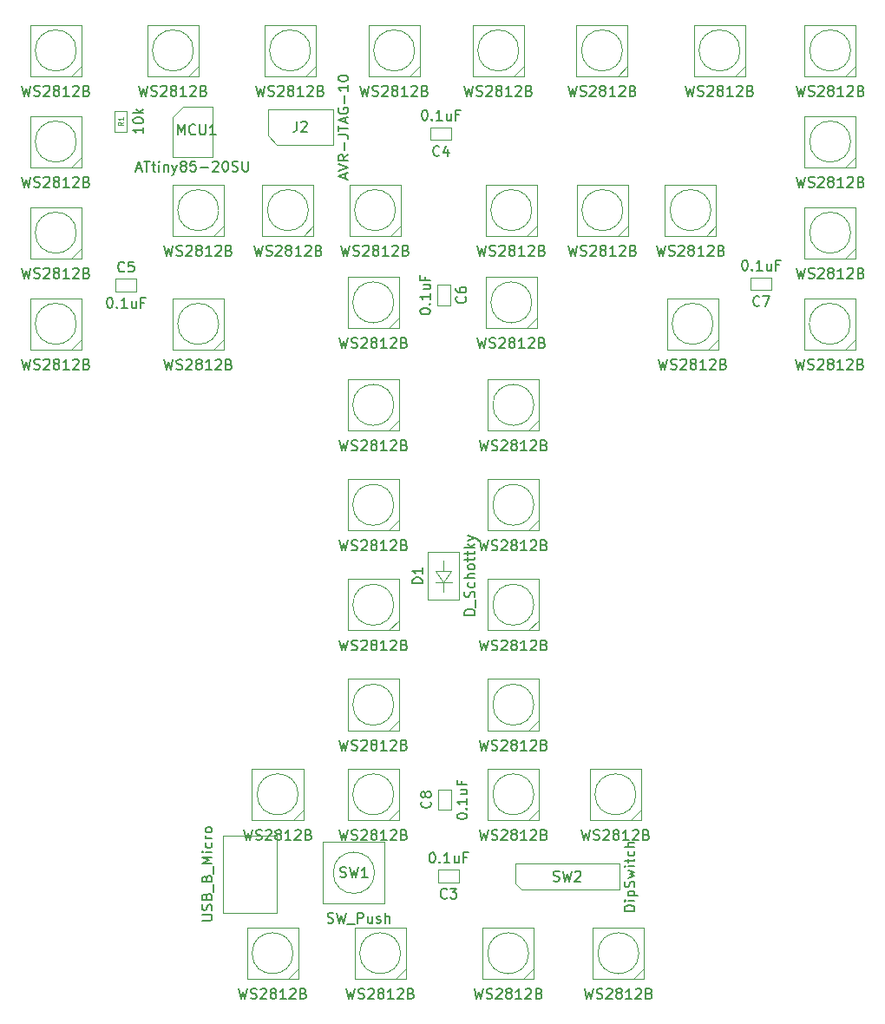
<source format=gbr>
G04 #@! TF.GenerationSoftware,KiCad,Pcbnew,(5.0.0)*
G04 #@! TF.CreationDate,2020-03-01T19:28:45-05:00*
G04 #@! TF.ProjectId,WS2812B Tiny T,575332383132422054696E7920542E6B,rev?*
G04 #@! TF.SameCoordinates,Original*
G04 #@! TF.FileFunction,Other,Fab,Top*
%FSLAX46Y46*%
G04 Gerber Fmt 4.6, Leading zero omitted, Abs format (unit mm)*
G04 Created by KiCad (PCBNEW (5.0.0)) date 03/01/20 19:28:45*
%MOMM*%
%LPD*%
G01*
G04 APERTURE LIST*
%ADD10C,0.100000*%
%ADD11C,0.150000*%
%ADD12C,0.075000*%
G04 APERTURE END LIST*
D10*
G04 #@! TO.C,U1*
X91662000Y-87312500D02*
G75*
G03X91662000Y-87312500I-2000000J0D01*
G01*
X92162000Y-84812500D02*
X87162000Y-84812500D01*
X92162000Y-89812500D02*
X92162000Y-84812500D01*
X87162000Y-89812500D02*
X92162000Y-89812500D01*
X87162000Y-84812500D02*
X87162000Y-89812500D01*
X92162000Y-88812500D02*
X91162000Y-89812500D01*
G04 #@! TO.C,U2*
X92162000Y-79922500D02*
X91162000Y-80922500D01*
X87162000Y-75922500D02*
X87162000Y-80922500D01*
X87162000Y-80922500D02*
X92162000Y-80922500D01*
X92162000Y-80922500D02*
X92162000Y-75922500D01*
X92162000Y-75922500D02*
X87162000Y-75922500D01*
X91662000Y-78422500D02*
G75*
G03X91662000Y-78422500I-2000000J0D01*
G01*
G04 #@! TO.C,U3*
X91662000Y-69532500D02*
G75*
G03X91662000Y-69532500I-2000000J0D01*
G01*
X92162000Y-67032500D02*
X87162000Y-67032500D01*
X92162000Y-72032500D02*
X92162000Y-67032500D01*
X87162000Y-72032500D02*
X92162000Y-72032500D01*
X87162000Y-67032500D02*
X87162000Y-72032500D01*
X92162000Y-71032500D02*
X91162000Y-72032500D01*
G04 #@! TO.C,U4*
X92162000Y-62142500D02*
X91162000Y-63142500D01*
X87162000Y-58142500D02*
X87162000Y-63142500D01*
X87162000Y-63142500D02*
X92162000Y-63142500D01*
X92162000Y-63142500D02*
X92162000Y-58142500D01*
X92162000Y-58142500D02*
X87162000Y-58142500D01*
X91662000Y-60642500D02*
G75*
G03X91662000Y-60642500I-2000000J0D01*
G01*
G04 #@! TO.C,U5*
X103092000Y-60642500D02*
G75*
G03X103092000Y-60642500I-2000000J0D01*
G01*
X103592000Y-58142500D02*
X98592000Y-58142500D01*
X103592000Y-63142500D02*
X103592000Y-58142500D01*
X98592000Y-63142500D02*
X103592000Y-63142500D01*
X98592000Y-58142500D02*
X98592000Y-63142500D01*
X103592000Y-62142500D02*
X102592000Y-63142500D01*
G04 #@! TO.C,U6*
X115022000Y-62142500D02*
X114022000Y-63142500D01*
X110022000Y-58142500D02*
X110022000Y-63142500D01*
X110022000Y-63142500D02*
X115022000Y-63142500D01*
X115022000Y-63142500D02*
X115022000Y-58142500D01*
X115022000Y-58142500D02*
X110022000Y-58142500D01*
X114522000Y-60642500D02*
G75*
G03X114522000Y-60642500I-2000000J0D01*
G01*
G04 #@! TO.C,U7*
X124682000Y-60642500D02*
G75*
G03X124682000Y-60642500I-2000000J0D01*
G01*
X125182000Y-58142500D02*
X120182000Y-58142500D01*
X125182000Y-63142500D02*
X125182000Y-58142500D01*
X120182000Y-63142500D02*
X125182000Y-63142500D01*
X120182000Y-58142500D02*
X120182000Y-63142500D01*
X125182000Y-62142500D02*
X124182000Y-63142500D01*
G04 #@! TO.C,U8*
X135342000Y-62142500D02*
X134342000Y-63142500D01*
X130342000Y-58142500D02*
X130342000Y-63142500D01*
X130342000Y-63142500D02*
X135342000Y-63142500D01*
X135342000Y-63142500D02*
X135342000Y-58142500D01*
X135342000Y-58142500D02*
X130342000Y-58142500D01*
X134842000Y-60642500D02*
G75*
G03X134842000Y-60642500I-2000000J0D01*
G01*
G04 #@! TO.C,U9*
X144962000Y-60642500D02*
G75*
G03X144962000Y-60642500I-2000000J0D01*
G01*
X145462000Y-58142500D02*
X140462000Y-58142500D01*
X145462000Y-63142500D02*
X145462000Y-58142500D01*
X140462000Y-63142500D02*
X145462000Y-63142500D01*
X140462000Y-58142500D02*
X140462000Y-63142500D01*
X145462000Y-62142500D02*
X144462000Y-63142500D01*
G04 #@! TO.C,U10*
X156932000Y-62142500D02*
X155932000Y-63142500D01*
X151932000Y-58142500D02*
X151932000Y-63142500D01*
X151932000Y-63142500D02*
X156932000Y-63142500D01*
X156932000Y-63142500D02*
X156932000Y-58142500D01*
X156932000Y-58142500D02*
X151932000Y-58142500D01*
X156432000Y-60642500D02*
G75*
G03X156432000Y-60642500I-2000000J0D01*
G01*
G04 #@! TO.C,U11*
X167227000Y-60642500D02*
G75*
G03X167227000Y-60642500I-2000000J0D01*
G01*
X167727000Y-58142500D02*
X162727000Y-58142500D01*
X167727000Y-63142500D02*
X167727000Y-58142500D01*
X162727000Y-63142500D02*
X167727000Y-63142500D01*
X162727000Y-58142500D02*
X162727000Y-63142500D01*
X167727000Y-62142500D02*
X166727000Y-63142500D01*
G04 #@! TO.C,U12*
X167727000Y-71032500D02*
X166727000Y-72032500D01*
X162727000Y-67032500D02*
X162727000Y-72032500D01*
X162727000Y-72032500D02*
X167727000Y-72032500D01*
X167727000Y-72032500D02*
X167727000Y-67032500D01*
X167727000Y-67032500D02*
X162727000Y-67032500D01*
X167227000Y-69532500D02*
G75*
G03X167227000Y-69532500I-2000000J0D01*
G01*
G04 #@! TO.C,U13*
X167227000Y-78422500D02*
G75*
G03X167227000Y-78422500I-2000000J0D01*
G01*
X167727000Y-75922500D02*
X162727000Y-75922500D01*
X167727000Y-80922500D02*
X167727000Y-75922500D01*
X162727000Y-80922500D02*
X167727000Y-80922500D01*
X162727000Y-75922500D02*
X162727000Y-80922500D01*
X167727000Y-79922500D02*
X166727000Y-80922500D01*
G04 #@! TO.C,U15*
X154301000Y-88812500D02*
X153301000Y-89812500D01*
X149301000Y-84812500D02*
X149301000Y-89812500D01*
X149301000Y-89812500D02*
X154301000Y-89812500D01*
X154301000Y-89812500D02*
X154301000Y-84812500D01*
X154301000Y-84812500D02*
X149301000Y-84812500D01*
X153801000Y-87312500D02*
G75*
G03X153801000Y-87312500I-2000000J0D01*
G01*
G04 #@! TO.C,U16*
X153598000Y-76222500D02*
G75*
G03X153598000Y-76222500I-2000000J0D01*
G01*
X154098000Y-73722500D02*
X149098000Y-73722500D01*
X154098000Y-78722500D02*
X154098000Y-73722500D01*
X149098000Y-78722500D02*
X154098000Y-78722500D01*
X149098000Y-73722500D02*
X149098000Y-78722500D01*
X154098000Y-77722500D02*
X153098000Y-78722500D01*
G04 #@! TO.C,U17*
X145502000Y-77722500D02*
X144502000Y-78722500D01*
X140502000Y-73722500D02*
X140502000Y-78722500D01*
X140502000Y-78722500D02*
X145502000Y-78722500D01*
X145502000Y-78722500D02*
X145502000Y-73722500D01*
X145502000Y-73722500D02*
X140502000Y-73722500D01*
X145002000Y-76222500D02*
G75*
G03X145002000Y-76222500I-2000000J0D01*
G01*
G04 #@! TO.C,U18*
X136112000Y-76222500D02*
G75*
G03X136112000Y-76222500I-2000000J0D01*
G01*
X136612000Y-73722500D02*
X131612000Y-73722500D01*
X136612000Y-78722500D02*
X136612000Y-73722500D01*
X131612000Y-78722500D02*
X136612000Y-78722500D01*
X131612000Y-73722500D02*
X131612000Y-78722500D01*
X136612000Y-77722500D02*
X135612000Y-78722500D01*
G04 #@! TO.C,U19*
X136612000Y-86722500D02*
X135612000Y-87722500D01*
X131612000Y-82722500D02*
X131612000Y-87722500D01*
X131612000Y-87722500D02*
X136612000Y-87722500D01*
X136612000Y-87722500D02*
X136612000Y-82722500D01*
X136612000Y-82722500D02*
X131612000Y-82722500D01*
X136112000Y-85222500D02*
G75*
G03X136112000Y-85222500I-2000000J0D01*
G01*
G04 #@! TO.C,U20*
X136312000Y-95222500D02*
G75*
G03X136312000Y-95222500I-2000000J0D01*
G01*
X136812000Y-92722500D02*
X131812000Y-92722500D01*
X136812000Y-97722500D02*
X136812000Y-92722500D01*
X131812000Y-97722500D02*
X136812000Y-97722500D01*
X131812000Y-92722500D02*
X131812000Y-97722500D01*
X136812000Y-96722500D02*
X135812000Y-97722500D01*
G04 #@! TO.C,U21*
X136312000Y-104972000D02*
G75*
G03X136312000Y-104972000I-2000000J0D01*
G01*
X136812000Y-102472000D02*
X131812000Y-102472000D01*
X136812000Y-107472000D02*
X136812000Y-102472000D01*
X131812000Y-107472000D02*
X136812000Y-107472000D01*
X131812000Y-102472000D02*
X131812000Y-107472000D01*
X136812000Y-106472000D02*
X135812000Y-107472000D01*
G04 #@! TO.C,U22*
X136812000Y-116222000D02*
X135812000Y-117222000D01*
X131812000Y-112222000D02*
X131812000Y-117222000D01*
X131812000Y-117222000D02*
X136812000Y-117222000D01*
X136812000Y-117222000D02*
X136812000Y-112222000D01*
X136812000Y-112222000D02*
X131812000Y-112222000D01*
X136312000Y-114722000D02*
G75*
G03X136312000Y-114722000I-2000000J0D01*
G01*
G04 #@! TO.C,U23*
X136312000Y-124472000D02*
G75*
G03X136312000Y-124472000I-2000000J0D01*
G01*
X136812000Y-121972000D02*
X131812000Y-121972000D01*
X136812000Y-126972000D02*
X136812000Y-121972000D01*
X131812000Y-126972000D02*
X136812000Y-126972000D01*
X131812000Y-121972000D02*
X131812000Y-126972000D01*
X136812000Y-125972000D02*
X135812000Y-126972000D01*
G04 #@! TO.C,U24*
X136812000Y-134722000D02*
X135812000Y-135722000D01*
X131812000Y-130722000D02*
X131812000Y-135722000D01*
X131812000Y-135722000D02*
X136812000Y-135722000D01*
X136812000Y-135722000D02*
X136812000Y-130722000D01*
X136812000Y-130722000D02*
X131812000Y-130722000D01*
X136312000Y-133222000D02*
G75*
G03X136312000Y-133222000I-2000000J0D01*
G01*
G04 #@! TO.C,U25*
X146272000Y-133222000D02*
G75*
G03X146272000Y-133222000I-2000000J0D01*
G01*
X146772000Y-130722000D02*
X141772000Y-130722000D01*
X146772000Y-135722000D02*
X146772000Y-130722000D01*
X141772000Y-135722000D02*
X146772000Y-135722000D01*
X141772000Y-130722000D02*
X141772000Y-135722000D01*
X146772000Y-134722000D02*
X145772000Y-135722000D01*
G04 #@! TO.C,U26*
X147062000Y-150222000D02*
X146062000Y-151222000D01*
X142062000Y-146222000D02*
X142062000Y-151222000D01*
X142062000Y-151222000D02*
X147062000Y-151222000D01*
X147062000Y-151222000D02*
X147062000Y-146222000D01*
X147062000Y-146222000D02*
X142062000Y-146222000D01*
X146562000Y-148722000D02*
G75*
G03X146562000Y-148722000I-2000000J0D01*
G01*
G04 #@! TO.C,U27*
X135812000Y-148722000D02*
G75*
G03X135812000Y-148722000I-2000000J0D01*
G01*
X136312000Y-146222000D02*
X131312000Y-146222000D01*
X136312000Y-151222000D02*
X136312000Y-146222000D01*
X131312000Y-151222000D02*
X136312000Y-151222000D01*
X131312000Y-146222000D02*
X131312000Y-151222000D01*
X136312000Y-150222000D02*
X135312000Y-151222000D01*
G04 #@! TO.C,U28*
X123812000Y-150222000D02*
X122812000Y-151222000D01*
X118812000Y-146222000D02*
X118812000Y-151222000D01*
X118812000Y-151222000D02*
X123812000Y-151222000D01*
X123812000Y-151222000D02*
X123812000Y-146222000D01*
X123812000Y-146222000D02*
X118812000Y-146222000D01*
X123312000Y-148722000D02*
G75*
G03X123312000Y-148722000I-2000000J0D01*
G01*
G04 #@! TO.C,U29*
X112812000Y-148722000D02*
G75*
G03X112812000Y-148722000I-2000000J0D01*
G01*
X113312000Y-146222000D02*
X108312000Y-146222000D01*
X113312000Y-151222000D02*
X113312000Y-146222000D01*
X108312000Y-151222000D02*
X113312000Y-151222000D01*
X108312000Y-146222000D02*
X108312000Y-151222000D01*
X113312000Y-150222000D02*
X112312000Y-151222000D01*
G04 #@! TO.C,U30*
X113812000Y-134722000D02*
X112812000Y-135722000D01*
X108812000Y-130722000D02*
X108812000Y-135722000D01*
X108812000Y-135722000D02*
X113812000Y-135722000D01*
X113812000Y-135722000D02*
X113812000Y-130722000D01*
X113812000Y-130722000D02*
X108812000Y-130722000D01*
X113312000Y-133222000D02*
G75*
G03X113312000Y-133222000I-2000000J0D01*
G01*
G04 #@! TO.C,U31*
X122642000Y-133222000D02*
G75*
G03X122642000Y-133222000I-2000000J0D01*
G01*
X123142000Y-130722000D02*
X118142000Y-130722000D01*
X123142000Y-135722000D02*
X123142000Y-130722000D01*
X118142000Y-135722000D02*
X123142000Y-135722000D01*
X118142000Y-130722000D02*
X118142000Y-135722000D01*
X123142000Y-134722000D02*
X122142000Y-135722000D01*
G04 #@! TO.C,U32*
X123142000Y-125972000D02*
X122142000Y-126972000D01*
X118142000Y-121972000D02*
X118142000Y-126972000D01*
X118142000Y-126972000D02*
X123142000Y-126972000D01*
X123142000Y-126972000D02*
X123142000Y-121972000D01*
X123142000Y-121972000D02*
X118142000Y-121972000D01*
X122642000Y-124472000D02*
G75*
G03X122642000Y-124472000I-2000000J0D01*
G01*
G04 #@! TO.C,U33*
X122642000Y-114722000D02*
G75*
G03X122642000Y-114722000I-2000000J0D01*
G01*
X123142000Y-112222000D02*
X118142000Y-112222000D01*
X123142000Y-117222000D02*
X123142000Y-112222000D01*
X118142000Y-117222000D02*
X123142000Y-117222000D01*
X118142000Y-112222000D02*
X118142000Y-117222000D01*
X123142000Y-116222000D02*
X122142000Y-117222000D01*
G04 #@! TO.C,U34*
X123142000Y-106472000D02*
X122142000Y-107472000D01*
X118142000Y-102472000D02*
X118142000Y-107472000D01*
X118142000Y-107472000D02*
X123142000Y-107472000D01*
X123142000Y-107472000D02*
X123142000Y-102472000D01*
X123142000Y-102472000D02*
X118142000Y-102472000D01*
X122642000Y-104972000D02*
G75*
G03X122642000Y-104972000I-2000000J0D01*
G01*
G04 #@! TO.C,U35*
X122642000Y-95222500D02*
G75*
G03X122642000Y-95222500I-2000000J0D01*
G01*
X123142000Y-92722500D02*
X118142000Y-92722500D01*
X123142000Y-97722500D02*
X123142000Y-92722500D01*
X118142000Y-97722500D02*
X123142000Y-97722500D01*
X118142000Y-92722500D02*
X118142000Y-97722500D01*
X123142000Y-96722500D02*
X122142000Y-97722500D01*
G04 #@! TO.C,U36*
X123142000Y-86722500D02*
X122142000Y-87722500D01*
X118142000Y-82722500D02*
X118142000Y-87722500D01*
X118142000Y-87722500D02*
X123142000Y-87722500D01*
X123142000Y-87722500D02*
X123142000Y-82722500D01*
X123142000Y-82722500D02*
X118142000Y-82722500D01*
X122642000Y-85222500D02*
G75*
G03X122642000Y-85222500I-2000000J0D01*
G01*
G04 #@! TO.C,U37*
X122812000Y-76222500D02*
G75*
G03X122812000Y-76222500I-2000000J0D01*
G01*
X123312000Y-73722500D02*
X118312000Y-73722500D01*
X123312000Y-78722500D02*
X123312000Y-73722500D01*
X118312000Y-78722500D02*
X123312000Y-78722500D01*
X118312000Y-73722500D02*
X118312000Y-78722500D01*
X123312000Y-77722500D02*
X122312000Y-78722500D01*
G04 #@! TO.C,U38*
X114812000Y-77722500D02*
X113812000Y-78722500D01*
X109812000Y-73722500D02*
X109812000Y-78722500D01*
X109812000Y-78722500D02*
X114812000Y-78722500D01*
X114812000Y-78722500D02*
X114812000Y-73722500D01*
X114812000Y-73722500D02*
X109812000Y-73722500D01*
X114312000Y-76222500D02*
G75*
G03X114312000Y-76222500I-2000000J0D01*
G01*
G04 #@! TO.C,U39*
X105562000Y-76222500D02*
G75*
G03X105562000Y-76222500I-2000000J0D01*
G01*
X106062000Y-73722500D02*
X101062000Y-73722500D01*
X106062000Y-78722500D02*
X106062000Y-73722500D01*
X101062000Y-78722500D02*
X106062000Y-78722500D01*
X101062000Y-73722500D02*
X101062000Y-78722500D01*
X106062000Y-77722500D02*
X105062000Y-78722500D01*
G04 #@! TO.C,U14*
X167187000Y-87312500D02*
G75*
G03X167187000Y-87312500I-2000000J0D01*
G01*
X167687000Y-84812500D02*
X162687000Y-84812500D01*
X167687000Y-89812500D02*
X167687000Y-84812500D01*
X162687000Y-89812500D02*
X167687000Y-89812500D01*
X162687000Y-84812500D02*
X162687000Y-89812500D01*
X167687000Y-88812500D02*
X166687000Y-89812500D01*
G04 #@! TO.C,C3*
X129000000Y-141820000D02*
X127000000Y-141820000D01*
X127000000Y-141820000D02*
X127000000Y-140580000D01*
X127000000Y-140580000D02*
X129000000Y-140580000D01*
X129000000Y-140580000D02*
X129000000Y-141820000D01*
G04 #@! TO.C,C4*
X128250000Y-68130000D02*
X128250000Y-69370000D01*
X126250000Y-68130000D02*
X128250000Y-68130000D01*
X126250000Y-69370000D02*
X126250000Y-68130000D01*
X128250000Y-69370000D02*
X126250000Y-69370000D01*
G04 #@! TO.C,C5*
X95520000Y-82933300D02*
X97520000Y-82933300D01*
X97520000Y-82933300D02*
X97520000Y-84173300D01*
X97520000Y-84173300D02*
X95520000Y-84173300D01*
X95520000Y-84173300D02*
X95520000Y-82933300D01*
G04 #@! TO.C,C6*
X126880000Y-83500000D02*
X128120000Y-83500000D01*
X126880000Y-85500000D02*
X126880000Y-83500000D01*
X128120000Y-85500000D02*
X126880000Y-85500000D01*
X128120000Y-83500000D02*
X128120000Y-85500000D01*
G04 #@! TO.C,C7*
X159496000Y-84020900D02*
X157496000Y-84020900D01*
X157496000Y-84020900D02*
X157496000Y-82780900D01*
X157496000Y-82780900D02*
X159496000Y-82780900D01*
X159496000Y-82780900D02*
X159496000Y-84020900D01*
G04 #@! TO.C,C8*
X128220000Y-134750000D02*
X126980000Y-134750000D01*
X128220000Y-132750000D02*
X128220000Y-134750000D01*
X126980000Y-132750000D02*
X128220000Y-132750000D01*
X126980000Y-134750000D02*
X126980000Y-132750000D01*
G04 #@! TO.C,U40*
X105562000Y-87322500D02*
G75*
G03X105562000Y-87322500I-2000000J0D01*
G01*
X106062000Y-84822500D02*
X101062000Y-84822500D01*
X106062000Y-89822500D02*
X106062000Y-84822500D01*
X101062000Y-89822500D02*
X106062000Y-89822500D01*
X101062000Y-84822500D02*
X101062000Y-89822500D01*
X106062000Y-88822500D02*
X105062000Y-89822500D01*
G04 #@! TO.C,SW1*
X120765564Y-140872000D02*
G75*
G03X120765564Y-140872000I-2015564J0D01*
G01*
X115750000Y-137872000D02*
X118750000Y-137872000D01*
X115750000Y-143872000D02*
X115750000Y-137872000D01*
X121750000Y-143872000D02*
X115750000Y-143872000D01*
X121750000Y-137872000D02*
X121750000Y-143872000D01*
X118750000Y-137872000D02*
X121750000Y-137872000D01*
G04 #@! TO.C,R1*
X95380000Y-68550000D02*
X95380000Y-66550000D01*
X95380000Y-66550000D02*
X96620000Y-66550000D01*
X96620000Y-66550000D02*
X96620000Y-68550000D01*
X96620000Y-68550000D02*
X95380000Y-68550000D01*
G04 #@! TO.C,MCU1*
X102050000Y-66150000D02*
X104950000Y-66150000D01*
X104950000Y-66150000D02*
X104950000Y-71050000D01*
X104950000Y-71050000D02*
X101050000Y-71050000D01*
X101050000Y-71050000D02*
X101050000Y-67150000D01*
X101050000Y-67150000D02*
X102050000Y-66150000D01*
G04 #@! TO.C,D1*
X127501020Y-112549440D02*
X126700920Y-111398820D01*
X127501020Y-112549440D02*
X128250320Y-111398820D01*
X128250320Y-111398820D02*
X126700920Y-111398820D01*
X126700920Y-112549440D02*
X128301120Y-112549440D01*
X127501020Y-111398820D02*
X127501020Y-110400600D01*
X127501020Y-112549440D02*
X127501020Y-113451140D01*
X126000000Y-109600000D02*
X126000000Y-114200000D01*
X126000000Y-109600000D02*
X129000000Y-109600000D01*
X129000000Y-114200000D02*
X126000000Y-114200000D01*
X129000000Y-109600000D02*
X129000000Y-114200000D01*
G04 #@! TO.C,SW2*
X135115000Y-142520000D02*
X134480000Y-141885000D01*
X144640000Y-142520000D02*
X135115000Y-142520000D01*
X144640000Y-139980000D02*
X144640000Y-142520000D01*
X134480000Y-139980000D02*
X144640000Y-139980000D01*
X134480000Y-141885000D02*
X134480000Y-139980000D01*
G04 #@! TO.C,J2*
X111197500Y-69820000D02*
X110345000Y-68967500D01*
X116695000Y-69820000D02*
X111197500Y-69820000D01*
X116695000Y-66410000D02*
X116695000Y-69820000D01*
X110345000Y-66410000D02*
X116695000Y-66410000D01*
X110345000Y-68967500D02*
X110345000Y-66410000D01*
G04 #@! TO.C,USB1*
X105960000Y-137250000D02*
X105960000Y-144750000D01*
X111220000Y-144750000D02*
X105960000Y-144750000D01*
X111220000Y-137250000D02*
X111220000Y-144750000D01*
X111220000Y-137250000D02*
X105960000Y-137250000D01*
G04 #@! TD*
G04 #@! TO.C,U1*
D11*
X86352476Y-90764880D02*
X86590571Y-91764880D01*
X86781047Y-91050595D01*
X86971523Y-91764880D01*
X87209619Y-90764880D01*
X87542952Y-91717261D02*
X87685809Y-91764880D01*
X87923904Y-91764880D01*
X88019142Y-91717261D01*
X88066761Y-91669642D01*
X88114380Y-91574404D01*
X88114380Y-91479166D01*
X88066761Y-91383928D01*
X88019142Y-91336309D01*
X87923904Y-91288690D01*
X87733428Y-91241071D01*
X87638190Y-91193452D01*
X87590571Y-91145833D01*
X87542952Y-91050595D01*
X87542952Y-90955357D01*
X87590571Y-90860119D01*
X87638190Y-90812500D01*
X87733428Y-90764880D01*
X87971523Y-90764880D01*
X88114380Y-90812500D01*
X88495333Y-90860119D02*
X88542952Y-90812500D01*
X88638190Y-90764880D01*
X88876285Y-90764880D01*
X88971523Y-90812500D01*
X89019142Y-90860119D01*
X89066761Y-90955357D01*
X89066761Y-91050595D01*
X89019142Y-91193452D01*
X88447714Y-91764880D01*
X89066761Y-91764880D01*
X89638190Y-91193452D02*
X89542952Y-91145833D01*
X89495333Y-91098214D01*
X89447714Y-91002976D01*
X89447714Y-90955357D01*
X89495333Y-90860119D01*
X89542952Y-90812500D01*
X89638190Y-90764880D01*
X89828666Y-90764880D01*
X89923904Y-90812500D01*
X89971523Y-90860119D01*
X90019142Y-90955357D01*
X90019142Y-91002976D01*
X89971523Y-91098214D01*
X89923904Y-91145833D01*
X89828666Y-91193452D01*
X89638190Y-91193452D01*
X89542952Y-91241071D01*
X89495333Y-91288690D01*
X89447714Y-91383928D01*
X89447714Y-91574404D01*
X89495333Y-91669642D01*
X89542952Y-91717261D01*
X89638190Y-91764880D01*
X89828666Y-91764880D01*
X89923904Y-91717261D01*
X89971523Y-91669642D01*
X90019142Y-91574404D01*
X90019142Y-91383928D01*
X89971523Y-91288690D01*
X89923904Y-91241071D01*
X89828666Y-91193452D01*
X90971523Y-91764880D02*
X90400095Y-91764880D01*
X90685809Y-91764880D02*
X90685809Y-90764880D01*
X90590571Y-90907738D01*
X90495333Y-91002976D01*
X90400095Y-91050595D01*
X91352476Y-90860119D02*
X91400095Y-90812500D01*
X91495333Y-90764880D01*
X91733428Y-90764880D01*
X91828666Y-90812500D01*
X91876285Y-90860119D01*
X91923904Y-90955357D01*
X91923904Y-91050595D01*
X91876285Y-91193452D01*
X91304857Y-91764880D01*
X91923904Y-91764880D01*
X92685809Y-91241071D02*
X92828666Y-91288690D01*
X92876285Y-91336309D01*
X92923904Y-91431547D01*
X92923904Y-91574404D01*
X92876285Y-91669642D01*
X92828666Y-91717261D01*
X92733428Y-91764880D01*
X92352476Y-91764880D01*
X92352476Y-90764880D01*
X92685809Y-90764880D01*
X92781047Y-90812500D01*
X92828666Y-90860119D01*
X92876285Y-90955357D01*
X92876285Y-91050595D01*
X92828666Y-91145833D01*
X92781047Y-91193452D01*
X92685809Y-91241071D01*
X92352476Y-91241071D01*
G04 #@! TO.C,U2*
X86352476Y-81874880D02*
X86590571Y-82874880D01*
X86781047Y-82160595D01*
X86971523Y-82874880D01*
X87209619Y-81874880D01*
X87542952Y-82827261D02*
X87685809Y-82874880D01*
X87923904Y-82874880D01*
X88019142Y-82827261D01*
X88066761Y-82779642D01*
X88114380Y-82684404D01*
X88114380Y-82589166D01*
X88066761Y-82493928D01*
X88019142Y-82446309D01*
X87923904Y-82398690D01*
X87733428Y-82351071D01*
X87638190Y-82303452D01*
X87590571Y-82255833D01*
X87542952Y-82160595D01*
X87542952Y-82065357D01*
X87590571Y-81970119D01*
X87638190Y-81922500D01*
X87733428Y-81874880D01*
X87971523Y-81874880D01*
X88114380Y-81922500D01*
X88495333Y-81970119D02*
X88542952Y-81922500D01*
X88638190Y-81874880D01*
X88876285Y-81874880D01*
X88971523Y-81922500D01*
X89019142Y-81970119D01*
X89066761Y-82065357D01*
X89066761Y-82160595D01*
X89019142Y-82303452D01*
X88447714Y-82874880D01*
X89066761Y-82874880D01*
X89638190Y-82303452D02*
X89542952Y-82255833D01*
X89495333Y-82208214D01*
X89447714Y-82112976D01*
X89447714Y-82065357D01*
X89495333Y-81970119D01*
X89542952Y-81922500D01*
X89638190Y-81874880D01*
X89828666Y-81874880D01*
X89923904Y-81922500D01*
X89971523Y-81970119D01*
X90019142Y-82065357D01*
X90019142Y-82112976D01*
X89971523Y-82208214D01*
X89923904Y-82255833D01*
X89828666Y-82303452D01*
X89638190Y-82303452D01*
X89542952Y-82351071D01*
X89495333Y-82398690D01*
X89447714Y-82493928D01*
X89447714Y-82684404D01*
X89495333Y-82779642D01*
X89542952Y-82827261D01*
X89638190Y-82874880D01*
X89828666Y-82874880D01*
X89923904Y-82827261D01*
X89971523Y-82779642D01*
X90019142Y-82684404D01*
X90019142Y-82493928D01*
X89971523Y-82398690D01*
X89923904Y-82351071D01*
X89828666Y-82303452D01*
X90971523Y-82874880D02*
X90400095Y-82874880D01*
X90685809Y-82874880D02*
X90685809Y-81874880D01*
X90590571Y-82017738D01*
X90495333Y-82112976D01*
X90400095Y-82160595D01*
X91352476Y-81970119D02*
X91400095Y-81922500D01*
X91495333Y-81874880D01*
X91733428Y-81874880D01*
X91828666Y-81922500D01*
X91876285Y-81970119D01*
X91923904Y-82065357D01*
X91923904Y-82160595D01*
X91876285Y-82303452D01*
X91304857Y-82874880D01*
X91923904Y-82874880D01*
X92685809Y-82351071D02*
X92828666Y-82398690D01*
X92876285Y-82446309D01*
X92923904Y-82541547D01*
X92923904Y-82684404D01*
X92876285Y-82779642D01*
X92828666Y-82827261D01*
X92733428Y-82874880D01*
X92352476Y-82874880D01*
X92352476Y-81874880D01*
X92685809Y-81874880D01*
X92781047Y-81922500D01*
X92828666Y-81970119D01*
X92876285Y-82065357D01*
X92876285Y-82160595D01*
X92828666Y-82255833D01*
X92781047Y-82303452D01*
X92685809Y-82351071D01*
X92352476Y-82351071D01*
G04 #@! TO.C,U3*
X86352476Y-72984880D02*
X86590571Y-73984880D01*
X86781047Y-73270595D01*
X86971523Y-73984880D01*
X87209619Y-72984880D01*
X87542952Y-73937261D02*
X87685809Y-73984880D01*
X87923904Y-73984880D01*
X88019142Y-73937261D01*
X88066761Y-73889642D01*
X88114380Y-73794404D01*
X88114380Y-73699166D01*
X88066761Y-73603928D01*
X88019142Y-73556309D01*
X87923904Y-73508690D01*
X87733428Y-73461071D01*
X87638190Y-73413452D01*
X87590571Y-73365833D01*
X87542952Y-73270595D01*
X87542952Y-73175357D01*
X87590571Y-73080119D01*
X87638190Y-73032500D01*
X87733428Y-72984880D01*
X87971523Y-72984880D01*
X88114380Y-73032500D01*
X88495333Y-73080119D02*
X88542952Y-73032500D01*
X88638190Y-72984880D01*
X88876285Y-72984880D01*
X88971523Y-73032500D01*
X89019142Y-73080119D01*
X89066761Y-73175357D01*
X89066761Y-73270595D01*
X89019142Y-73413452D01*
X88447714Y-73984880D01*
X89066761Y-73984880D01*
X89638190Y-73413452D02*
X89542952Y-73365833D01*
X89495333Y-73318214D01*
X89447714Y-73222976D01*
X89447714Y-73175357D01*
X89495333Y-73080119D01*
X89542952Y-73032500D01*
X89638190Y-72984880D01*
X89828666Y-72984880D01*
X89923904Y-73032500D01*
X89971523Y-73080119D01*
X90019142Y-73175357D01*
X90019142Y-73222976D01*
X89971523Y-73318214D01*
X89923904Y-73365833D01*
X89828666Y-73413452D01*
X89638190Y-73413452D01*
X89542952Y-73461071D01*
X89495333Y-73508690D01*
X89447714Y-73603928D01*
X89447714Y-73794404D01*
X89495333Y-73889642D01*
X89542952Y-73937261D01*
X89638190Y-73984880D01*
X89828666Y-73984880D01*
X89923904Y-73937261D01*
X89971523Y-73889642D01*
X90019142Y-73794404D01*
X90019142Y-73603928D01*
X89971523Y-73508690D01*
X89923904Y-73461071D01*
X89828666Y-73413452D01*
X90971523Y-73984880D02*
X90400095Y-73984880D01*
X90685809Y-73984880D02*
X90685809Y-72984880D01*
X90590571Y-73127738D01*
X90495333Y-73222976D01*
X90400095Y-73270595D01*
X91352476Y-73080119D02*
X91400095Y-73032500D01*
X91495333Y-72984880D01*
X91733428Y-72984880D01*
X91828666Y-73032500D01*
X91876285Y-73080119D01*
X91923904Y-73175357D01*
X91923904Y-73270595D01*
X91876285Y-73413452D01*
X91304857Y-73984880D01*
X91923904Y-73984880D01*
X92685809Y-73461071D02*
X92828666Y-73508690D01*
X92876285Y-73556309D01*
X92923904Y-73651547D01*
X92923904Y-73794404D01*
X92876285Y-73889642D01*
X92828666Y-73937261D01*
X92733428Y-73984880D01*
X92352476Y-73984880D01*
X92352476Y-72984880D01*
X92685809Y-72984880D01*
X92781047Y-73032500D01*
X92828666Y-73080119D01*
X92876285Y-73175357D01*
X92876285Y-73270595D01*
X92828666Y-73365833D01*
X92781047Y-73413452D01*
X92685809Y-73461071D01*
X92352476Y-73461071D01*
G04 #@! TO.C,U4*
X86352476Y-64094880D02*
X86590571Y-65094880D01*
X86781047Y-64380595D01*
X86971523Y-65094880D01*
X87209619Y-64094880D01*
X87542952Y-65047261D02*
X87685809Y-65094880D01*
X87923904Y-65094880D01*
X88019142Y-65047261D01*
X88066761Y-64999642D01*
X88114380Y-64904404D01*
X88114380Y-64809166D01*
X88066761Y-64713928D01*
X88019142Y-64666309D01*
X87923904Y-64618690D01*
X87733428Y-64571071D01*
X87638190Y-64523452D01*
X87590571Y-64475833D01*
X87542952Y-64380595D01*
X87542952Y-64285357D01*
X87590571Y-64190119D01*
X87638190Y-64142500D01*
X87733428Y-64094880D01*
X87971523Y-64094880D01*
X88114380Y-64142500D01*
X88495333Y-64190119D02*
X88542952Y-64142500D01*
X88638190Y-64094880D01*
X88876285Y-64094880D01*
X88971523Y-64142500D01*
X89019142Y-64190119D01*
X89066761Y-64285357D01*
X89066761Y-64380595D01*
X89019142Y-64523452D01*
X88447714Y-65094880D01*
X89066761Y-65094880D01*
X89638190Y-64523452D02*
X89542952Y-64475833D01*
X89495333Y-64428214D01*
X89447714Y-64332976D01*
X89447714Y-64285357D01*
X89495333Y-64190119D01*
X89542952Y-64142500D01*
X89638190Y-64094880D01*
X89828666Y-64094880D01*
X89923904Y-64142500D01*
X89971523Y-64190119D01*
X90019142Y-64285357D01*
X90019142Y-64332976D01*
X89971523Y-64428214D01*
X89923904Y-64475833D01*
X89828666Y-64523452D01*
X89638190Y-64523452D01*
X89542952Y-64571071D01*
X89495333Y-64618690D01*
X89447714Y-64713928D01*
X89447714Y-64904404D01*
X89495333Y-64999642D01*
X89542952Y-65047261D01*
X89638190Y-65094880D01*
X89828666Y-65094880D01*
X89923904Y-65047261D01*
X89971523Y-64999642D01*
X90019142Y-64904404D01*
X90019142Y-64713928D01*
X89971523Y-64618690D01*
X89923904Y-64571071D01*
X89828666Y-64523452D01*
X90971523Y-65094880D02*
X90400095Y-65094880D01*
X90685809Y-65094880D02*
X90685809Y-64094880D01*
X90590571Y-64237738D01*
X90495333Y-64332976D01*
X90400095Y-64380595D01*
X91352476Y-64190119D02*
X91400095Y-64142500D01*
X91495333Y-64094880D01*
X91733428Y-64094880D01*
X91828666Y-64142500D01*
X91876285Y-64190119D01*
X91923904Y-64285357D01*
X91923904Y-64380595D01*
X91876285Y-64523452D01*
X91304857Y-65094880D01*
X91923904Y-65094880D01*
X92685809Y-64571071D02*
X92828666Y-64618690D01*
X92876285Y-64666309D01*
X92923904Y-64761547D01*
X92923904Y-64904404D01*
X92876285Y-64999642D01*
X92828666Y-65047261D01*
X92733428Y-65094880D01*
X92352476Y-65094880D01*
X92352476Y-64094880D01*
X92685809Y-64094880D01*
X92781047Y-64142500D01*
X92828666Y-64190119D01*
X92876285Y-64285357D01*
X92876285Y-64380595D01*
X92828666Y-64475833D01*
X92781047Y-64523452D01*
X92685809Y-64571071D01*
X92352476Y-64571071D01*
G04 #@! TO.C,U5*
X97782476Y-64094880D02*
X98020571Y-65094880D01*
X98211047Y-64380595D01*
X98401523Y-65094880D01*
X98639619Y-64094880D01*
X98972952Y-65047261D02*
X99115809Y-65094880D01*
X99353904Y-65094880D01*
X99449142Y-65047261D01*
X99496761Y-64999642D01*
X99544380Y-64904404D01*
X99544380Y-64809166D01*
X99496761Y-64713928D01*
X99449142Y-64666309D01*
X99353904Y-64618690D01*
X99163428Y-64571071D01*
X99068190Y-64523452D01*
X99020571Y-64475833D01*
X98972952Y-64380595D01*
X98972952Y-64285357D01*
X99020571Y-64190119D01*
X99068190Y-64142500D01*
X99163428Y-64094880D01*
X99401523Y-64094880D01*
X99544380Y-64142500D01*
X99925333Y-64190119D02*
X99972952Y-64142500D01*
X100068190Y-64094880D01*
X100306285Y-64094880D01*
X100401523Y-64142500D01*
X100449142Y-64190119D01*
X100496761Y-64285357D01*
X100496761Y-64380595D01*
X100449142Y-64523452D01*
X99877714Y-65094880D01*
X100496761Y-65094880D01*
X101068190Y-64523452D02*
X100972952Y-64475833D01*
X100925333Y-64428214D01*
X100877714Y-64332976D01*
X100877714Y-64285357D01*
X100925333Y-64190119D01*
X100972952Y-64142500D01*
X101068190Y-64094880D01*
X101258666Y-64094880D01*
X101353904Y-64142500D01*
X101401523Y-64190119D01*
X101449142Y-64285357D01*
X101449142Y-64332976D01*
X101401523Y-64428214D01*
X101353904Y-64475833D01*
X101258666Y-64523452D01*
X101068190Y-64523452D01*
X100972952Y-64571071D01*
X100925333Y-64618690D01*
X100877714Y-64713928D01*
X100877714Y-64904404D01*
X100925333Y-64999642D01*
X100972952Y-65047261D01*
X101068190Y-65094880D01*
X101258666Y-65094880D01*
X101353904Y-65047261D01*
X101401523Y-64999642D01*
X101449142Y-64904404D01*
X101449142Y-64713928D01*
X101401523Y-64618690D01*
X101353904Y-64571071D01*
X101258666Y-64523452D01*
X102401523Y-65094880D02*
X101830095Y-65094880D01*
X102115809Y-65094880D02*
X102115809Y-64094880D01*
X102020571Y-64237738D01*
X101925333Y-64332976D01*
X101830095Y-64380595D01*
X102782476Y-64190119D02*
X102830095Y-64142500D01*
X102925333Y-64094880D01*
X103163428Y-64094880D01*
X103258666Y-64142500D01*
X103306285Y-64190119D01*
X103353904Y-64285357D01*
X103353904Y-64380595D01*
X103306285Y-64523452D01*
X102734857Y-65094880D01*
X103353904Y-65094880D01*
X104115809Y-64571071D02*
X104258666Y-64618690D01*
X104306285Y-64666309D01*
X104353904Y-64761547D01*
X104353904Y-64904404D01*
X104306285Y-64999642D01*
X104258666Y-65047261D01*
X104163428Y-65094880D01*
X103782476Y-65094880D01*
X103782476Y-64094880D01*
X104115809Y-64094880D01*
X104211047Y-64142500D01*
X104258666Y-64190119D01*
X104306285Y-64285357D01*
X104306285Y-64380595D01*
X104258666Y-64475833D01*
X104211047Y-64523452D01*
X104115809Y-64571071D01*
X103782476Y-64571071D01*
G04 #@! TO.C,U6*
X109212476Y-64094880D02*
X109450571Y-65094880D01*
X109641047Y-64380595D01*
X109831523Y-65094880D01*
X110069619Y-64094880D01*
X110402952Y-65047261D02*
X110545809Y-65094880D01*
X110783904Y-65094880D01*
X110879142Y-65047261D01*
X110926761Y-64999642D01*
X110974380Y-64904404D01*
X110974380Y-64809166D01*
X110926761Y-64713928D01*
X110879142Y-64666309D01*
X110783904Y-64618690D01*
X110593428Y-64571071D01*
X110498190Y-64523452D01*
X110450571Y-64475833D01*
X110402952Y-64380595D01*
X110402952Y-64285357D01*
X110450571Y-64190119D01*
X110498190Y-64142500D01*
X110593428Y-64094880D01*
X110831523Y-64094880D01*
X110974380Y-64142500D01*
X111355333Y-64190119D02*
X111402952Y-64142500D01*
X111498190Y-64094880D01*
X111736285Y-64094880D01*
X111831523Y-64142500D01*
X111879142Y-64190119D01*
X111926761Y-64285357D01*
X111926761Y-64380595D01*
X111879142Y-64523452D01*
X111307714Y-65094880D01*
X111926761Y-65094880D01*
X112498190Y-64523452D02*
X112402952Y-64475833D01*
X112355333Y-64428214D01*
X112307714Y-64332976D01*
X112307714Y-64285357D01*
X112355333Y-64190119D01*
X112402952Y-64142500D01*
X112498190Y-64094880D01*
X112688666Y-64094880D01*
X112783904Y-64142500D01*
X112831523Y-64190119D01*
X112879142Y-64285357D01*
X112879142Y-64332976D01*
X112831523Y-64428214D01*
X112783904Y-64475833D01*
X112688666Y-64523452D01*
X112498190Y-64523452D01*
X112402952Y-64571071D01*
X112355333Y-64618690D01*
X112307714Y-64713928D01*
X112307714Y-64904404D01*
X112355333Y-64999642D01*
X112402952Y-65047261D01*
X112498190Y-65094880D01*
X112688666Y-65094880D01*
X112783904Y-65047261D01*
X112831523Y-64999642D01*
X112879142Y-64904404D01*
X112879142Y-64713928D01*
X112831523Y-64618690D01*
X112783904Y-64571071D01*
X112688666Y-64523452D01*
X113831523Y-65094880D02*
X113260095Y-65094880D01*
X113545809Y-65094880D02*
X113545809Y-64094880D01*
X113450571Y-64237738D01*
X113355333Y-64332976D01*
X113260095Y-64380595D01*
X114212476Y-64190119D02*
X114260095Y-64142500D01*
X114355333Y-64094880D01*
X114593428Y-64094880D01*
X114688666Y-64142500D01*
X114736285Y-64190119D01*
X114783904Y-64285357D01*
X114783904Y-64380595D01*
X114736285Y-64523452D01*
X114164857Y-65094880D01*
X114783904Y-65094880D01*
X115545809Y-64571071D02*
X115688666Y-64618690D01*
X115736285Y-64666309D01*
X115783904Y-64761547D01*
X115783904Y-64904404D01*
X115736285Y-64999642D01*
X115688666Y-65047261D01*
X115593428Y-65094880D01*
X115212476Y-65094880D01*
X115212476Y-64094880D01*
X115545809Y-64094880D01*
X115641047Y-64142500D01*
X115688666Y-64190119D01*
X115736285Y-64285357D01*
X115736285Y-64380595D01*
X115688666Y-64475833D01*
X115641047Y-64523452D01*
X115545809Y-64571071D01*
X115212476Y-64571071D01*
G04 #@! TO.C,U7*
X119372476Y-64094880D02*
X119610571Y-65094880D01*
X119801047Y-64380595D01*
X119991523Y-65094880D01*
X120229619Y-64094880D01*
X120562952Y-65047261D02*
X120705809Y-65094880D01*
X120943904Y-65094880D01*
X121039142Y-65047261D01*
X121086761Y-64999642D01*
X121134380Y-64904404D01*
X121134380Y-64809166D01*
X121086761Y-64713928D01*
X121039142Y-64666309D01*
X120943904Y-64618690D01*
X120753428Y-64571071D01*
X120658190Y-64523452D01*
X120610571Y-64475833D01*
X120562952Y-64380595D01*
X120562952Y-64285357D01*
X120610571Y-64190119D01*
X120658190Y-64142500D01*
X120753428Y-64094880D01*
X120991523Y-64094880D01*
X121134380Y-64142500D01*
X121515333Y-64190119D02*
X121562952Y-64142500D01*
X121658190Y-64094880D01*
X121896285Y-64094880D01*
X121991523Y-64142500D01*
X122039142Y-64190119D01*
X122086761Y-64285357D01*
X122086761Y-64380595D01*
X122039142Y-64523452D01*
X121467714Y-65094880D01*
X122086761Y-65094880D01*
X122658190Y-64523452D02*
X122562952Y-64475833D01*
X122515333Y-64428214D01*
X122467714Y-64332976D01*
X122467714Y-64285357D01*
X122515333Y-64190119D01*
X122562952Y-64142500D01*
X122658190Y-64094880D01*
X122848666Y-64094880D01*
X122943904Y-64142500D01*
X122991523Y-64190119D01*
X123039142Y-64285357D01*
X123039142Y-64332976D01*
X122991523Y-64428214D01*
X122943904Y-64475833D01*
X122848666Y-64523452D01*
X122658190Y-64523452D01*
X122562952Y-64571071D01*
X122515333Y-64618690D01*
X122467714Y-64713928D01*
X122467714Y-64904404D01*
X122515333Y-64999642D01*
X122562952Y-65047261D01*
X122658190Y-65094880D01*
X122848666Y-65094880D01*
X122943904Y-65047261D01*
X122991523Y-64999642D01*
X123039142Y-64904404D01*
X123039142Y-64713928D01*
X122991523Y-64618690D01*
X122943904Y-64571071D01*
X122848666Y-64523452D01*
X123991523Y-65094880D02*
X123420095Y-65094880D01*
X123705809Y-65094880D02*
X123705809Y-64094880D01*
X123610571Y-64237738D01*
X123515333Y-64332976D01*
X123420095Y-64380595D01*
X124372476Y-64190119D02*
X124420095Y-64142500D01*
X124515333Y-64094880D01*
X124753428Y-64094880D01*
X124848666Y-64142500D01*
X124896285Y-64190119D01*
X124943904Y-64285357D01*
X124943904Y-64380595D01*
X124896285Y-64523452D01*
X124324857Y-65094880D01*
X124943904Y-65094880D01*
X125705809Y-64571071D02*
X125848666Y-64618690D01*
X125896285Y-64666309D01*
X125943904Y-64761547D01*
X125943904Y-64904404D01*
X125896285Y-64999642D01*
X125848666Y-65047261D01*
X125753428Y-65094880D01*
X125372476Y-65094880D01*
X125372476Y-64094880D01*
X125705809Y-64094880D01*
X125801047Y-64142500D01*
X125848666Y-64190119D01*
X125896285Y-64285357D01*
X125896285Y-64380595D01*
X125848666Y-64475833D01*
X125801047Y-64523452D01*
X125705809Y-64571071D01*
X125372476Y-64571071D01*
G04 #@! TO.C,U8*
X129532476Y-64094880D02*
X129770571Y-65094880D01*
X129961047Y-64380595D01*
X130151523Y-65094880D01*
X130389619Y-64094880D01*
X130722952Y-65047261D02*
X130865809Y-65094880D01*
X131103904Y-65094880D01*
X131199142Y-65047261D01*
X131246761Y-64999642D01*
X131294380Y-64904404D01*
X131294380Y-64809166D01*
X131246761Y-64713928D01*
X131199142Y-64666309D01*
X131103904Y-64618690D01*
X130913428Y-64571071D01*
X130818190Y-64523452D01*
X130770571Y-64475833D01*
X130722952Y-64380595D01*
X130722952Y-64285357D01*
X130770571Y-64190119D01*
X130818190Y-64142500D01*
X130913428Y-64094880D01*
X131151523Y-64094880D01*
X131294380Y-64142500D01*
X131675333Y-64190119D02*
X131722952Y-64142500D01*
X131818190Y-64094880D01*
X132056285Y-64094880D01*
X132151523Y-64142500D01*
X132199142Y-64190119D01*
X132246761Y-64285357D01*
X132246761Y-64380595D01*
X132199142Y-64523452D01*
X131627714Y-65094880D01*
X132246761Y-65094880D01*
X132818190Y-64523452D02*
X132722952Y-64475833D01*
X132675333Y-64428214D01*
X132627714Y-64332976D01*
X132627714Y-64285357D01*
X132675333Y-64190119D01*
X132722952Y-64142500D01*
X132818190Y-64094880D01*
X133008666Y-64094880D01*
X133103904Y-64142500D01*
X133151523Y-64190119D01*
X133199142Y-64285357D01*
X133199142Y-64332976D01*
X133151523Y-64428214D01*
X133103904Y-64475833D01*
X133008666Y-64523452D01*
X132818190Y-64523452D01*
X132722952Y-64571071D01*
X132675333Y-64618690D01*
X132627714Y-64713928D01*
X132627714Y-64904404D01*
X132675333Y-64999642D01*
X132722952Y-65047261D01*
X132818190Y-65094880D01*
X133008666Y-65094880D01*
X133103904Y-65047261D01*
X133151523Y-64999642D01*
X133199142Y-64904404D01*
X133199142Y-64713928D01*
X133151523Y-64618690D01*
X133103904Y-64571071D01*
X133008666Y-64523452D01*
X134151523Y-65094880D02*
X133580095Y-65094880D01*
X133865809Y-65094880D02*
X133865809Y-64094880D01*
X133770571Y-64237738D01*
X133675333Y-64332976D01*
X133580095Y-64380595D01*
X134532476Y-64190119D02*
X134580095Y-64142500D01*
X134675333Y-64094880D01*
X134913428Y-64094880D01*
X135008666Y-64142500D01*
X135056285Y-64190119D01*
X135103904Y-64285357D01*
X135103904Y-64380595D01*
X135056285Y-64523452D01*
X134484857Y-65094880D01*
X135103904Y-65094880D01*
X135865809Y-64571071D02*
X136008666Y-64618690D01*
X136056285Y-64666309D01*
X136103904Y-64761547D01*
X136103904Y-64904404D01*
X136056285Y-64999642D01*
X136008666Y-65047261D01*
X135913428Y-65094880D01*
X135532476Y-65094880D01*
X135532476Y-64094880D01*
X135865809Y-64094880D01*
X135961047Y-64142500D01*
X136008666Y-64190119D01*
X136056285Y-64285357D01*
X136056285Y-64380595D01*
X136008666Y-64475833D01*
X135961047Y-64523452D01*
X135865809Y-64571071D01*
X135532476Y-64571071D01*
G04 #@! TO.C,U9*
X139652476Y-64094880D02*
X139890571Y-65094880D01*
X140081047Y-64380595D01*
X140271523Y-65094880D01*
X140509619Y-64094880D01*
X140842952Y-65047261D02*
X140985809Y-65094880D01*
X141223904Y-65094880D01*
X141319142Y-65047261D01*
X141366761Y-64999642D01*
X141414380Y-64904404D01*
X141414380Y-64809166D01*
X141366761Y-64713928D01*
X141319142Y-64666309D01*
X141223904Y-64618690D01*
X141033428Y-64571071D01*
X140938190Y-64523452D01*
X140890571Y-64475833D01*
X140842952Y-64380595D01*
X140842952Y-64285357D01*
X140890571Y-64190119D01*
X140938190Y-64142500D01*
X141033428Y-64094880D01*
X141271523Y-64094880D01*
X141414380Y-64142500D01*
X141795333Y-64190119D02*
X141842952Y-64142500D01*
X141938190Y-64094880D01*
X142176285Y-64094880D01*
X142271523Y-64142500D01*
X142319142Y-64190119D01*
X142366761Y-64285357D01*
X142366761Y-64380595D01*
X142319142Y-64523452D01*
X141747714Y-65094880D01*
X142366761Y-65094880D01*
X142938190Y-64523452D02*
X142842952Y-64475833D01*
X142795333Y-64428214D01*
X142747714Y-64332976D01*
X142747714Y-64285357D01*
X142795333Y-64190119D01*
X142842952Y-64142500D01*
X142938190Y-64094880D01*
X143128666Y-64094880D01*
X143223904Y-64142500D01*
X143271523Y-64190119D01*
X143319142Y-64285357D01*
X143319142Y-64332976D01*
X143271523Y-64428214D01*
X143223904Y-64475833D01*
X143128666Y-64523452D01*
X142938190Y-64523452D01*
X142842952Y-64571071D01*
X142795333Y-64618690D01*
X142747714Y-64713928D01*
X142747714Y-64904404D01*
X142795333Y-64999642D01*
X142842952Y-65047261D01*
X142938190Y-65094880D01*
X143128666Y-65094880D01*
X143223904Y-65047261D01*
X143271523Y-64999642D01*
X143319142Y-64904404D01*
X143319142Y-64713928D01*
X143271523Y-64618690D01*
X143223904Y-64571071D01*
X143128666Y-64523452D01*
X144271523Y-65094880D02*
X143700095Y-65094880D01*
X143985809Y-65094880D02*
X143985809Y-64094880D01*
X143890571Y-64237738D01*
X143795333Y-64332976D01*
X143700095Y-64380595D01*
X144652476Y-64190119D02*
X144700095Y-64142500D01*
X144795333Y-64094880D01*
X145033428Y-64094880D01*
X145128666Y-64142500D01*
X145176285Y-64190119D01*
X145223904Y-64285357D01*
X145223904Y-64380595D01*
X145176285Y-64523452D01*
X144604857Y-65094880D01*
X145223904Y-65094880D01*
X145985809Y-64571071D02*
X146128666Y-64618690D01*
X146176285Y-64666309D01*
X146223904Y-64761547D01*
X146223904Y-64904404D01*
X146176285Y-64999642D01*
X146128666Y-65047261D01*
X146033428Y-65094880D01*
X145652476Y-65094880D01*
X145652476Y-64094880D01*
X145985809Y-64094880D01*
X146081047Y-64142500D01*
X146128666Y-64190119D01*
X146176285Y-64285357D01*
X146176285Y-64380595D01*
X146128666Y-64475833D01*
X146081047Y-64523452D01*
X145985809Y-64571071D01*
X145652476Y-64571071D01*
G04 #@! TO.C,U10*
X151122476Y-64094880D02*
X151360571Y-65094880D01*
X151551047Y-64380595D01*
X151741523Y-65094880D01*
X151979619Y-64094880D01*
X152312952Y-65047261D02*
X152455809Y-65094880D01*
X152693904Y-65094880D01*
X152789142Y-65047261D01*
X152836761Y-64999642D01*
X152884380Y-64904404D01*
X152884380Y-64809166D01*
X152836761Y-64713928D01*
X152789142Y-64666309D01*
X152693904Y-64618690D01*
X152503428Y-64571071D01*
X152408190Y-64523452D01*
X152360571Y-64475833D01*
X152312952Y-64380595D01*
X152312952Y-64285357D01*
X152360571Y-64190119D01*
X152408190Y-64142500D01*
X152503428Y-64094880D01*
X152741523Y-64094880D01*
X152884380Y-64142500D01*
X153265333Y-64190119D02*
X153312952Y-64142500D01*
X153408190Y-64094880D01*
X153646285Y-64094880D01*
X153741523Y-64142500D01*
X153789142Y-64190119D01*
X153836761Y-64285357D01*
X153836761Y-64380595D01*
X153789142Y-64523452D01*
X153217714Y-65094880D01*
X153836761Y-65094880D01*
X154408190Y-64523452D02*
X154312952Y-64475833D01*
X154265333Y-64428214D01*
X154217714Y-64332976D01*
X154217714Y-64285357D01*
X154265333Y-64190119D01*
X154312952Y-64142500D01*
X154408190Y-64094880D01*
X154598666Y-64094880D01*
X154693904Y-64142500D01*
X154741523Y-64190119D01*
X154789142Y-64285357D01*
X154789142Y-64332976D01*
X154741523Y-64428214D01*
X154693904Y-64475833D01*
X154598666Y-64523452D01*
X154408190Y-64523452D01*
X154312952Y-64571071D01*
X154265333Y-64618690D01*
X154217714Y-64713928D01*
X154217714Y-64904404D01*
X154265333Y-64999642D01*
X154312952Y-65047261D01*
X154408190Y-65094880D01*
X154598666Y-65094880D01*
X154693904Y-65047261D01*
X154741523Y-64999642D01*
X154789142Y-64904404D01*
X154789142Y-64713928D01*
X154741523Y-64618690D01*
X154693904Y-64571071D01*
X154598666Y-64523452D01*
X155741523Y-65094880D02*
X155170095Y-65094880D01*
X155455809Y-65094880D02*
X155455809Y-64094880D01*
X155360571Y-64237738D01*
X155265333Y-64332976D01*
X155170095Y-64380595D01*
X156122476Y-64190119D02*
X156170095Y-64142500D01*
X156265333Y-64094880D01*
X156503428Y-64094880D01*
X156598666Y-64142500D01*
X156646285Y-64190119D01*
X156693904Y-64285357D01*
X156693904Y-64380595D01*
X156646285Y-64523452D01*
X156074857Y-65094880D01*
X156693904Y-65094880D01*
X157455809Y-64571071D02*
X157598666Y-64618690D01*
X157646285Y-64666309D01*
X157693904Y-64761547D01*
X157693904Y-64904404D01*
X157646285Y-64999642D01*
X157598666Y-65047261D01*
X157503428Y-65094880D01*
X157122476Y-65094880D01*
X157122476Y-64094880D01*
X157455809Y-64094880D01*
X157551047Y-64142500D01*
X157598666Y-64190119D01*
X157646285Y-64285357D01*
X157646285Y-64380595D01*
X157598666Y-64475833D01*
X157551047Y-64523452D01*
X157455809Y-64571071D01*
X157122476Y-64571071D01*
G04 #@! TO.C,U11*
X161917476Y-64094880D02*
X162155571Y-65094880D01*
X162346047Y-64380595D01*
X162536523Y-65094880D01*
X162774619Y-64094880D01*
X163107952Y-65047261D02*
X163250809Y-65094880D01*
X163488904Y-65094880D01*
X163584142Y-65047261D01*
X163631761Y-64999642D01*
X163679380Y-64904404D01*
X163679380Y-64809166D01*
X163631761Y-64713928D01*
X163584142Y-64666309D01*
X163488904Y-64618690D01*
X163298428Y-64571071D01*
X163203190Y-64523452D01*
X163155571Y-64475833D01*
X163107952Y-64380595D01*
X163107952Y-64285357D01*
X163155571Y-64190119D01*
X163203190Y-64142500D01*
X163298428Y-64094880D01*
X163536523Y-64094880D01*
X163679380Y-64142500D01*
X164060333Y-64190119D02*
X164107952Y-64142500D01*
X164203190Y-64094880D01*
X164441285Y-64094880D01*
X164536523Y-64142500D01*
X164584142Y-64190119D01*
X164631761Y-64285357D01*
X164631761Y-64380595D01*
X164584142Y-64523452D01*
X164012714Y-65094880D01*
X164631761Y-65094880D01*
X165203190Y-64523452D02*
X165107952Y-64475833D01*
X165060333Y-64428214D01*
X165012714Y-64332976D01*
X165012714Y-64285357D01*
X165060333Y-64190119D01*
X165107952Y-64142500D01*
X165203190Y-64094880D01*
X165393666Y-64094880D01*
X165488904Y-64142500D01*
X165536523Y-64190119D01*
X165584142Y-64285357D01*
X165584142Y-64332976D01*
X165536523Y-64428214D01*
X165488904Y-64475833D01*
X165393666Y-64523452D01*
X165203190Y-64523452D01*
X165107952Y-64571071D01*
X165060333Y-64618690D01*
X165012714Y-64713928D01*
X165012714Y-64904404D01*
X165060333Y-64999642D01*
X165107952Y-65047261D01*
X165203190Y-65094880D01*
X165393666Y-65094880D01*
X165488904Y-65047261D01*
X165536523Y-64999642D01*
X165584142Y-64904404D01*
X165584142Y-64713928D01*
X165536523Y-64618690D01*
X165488904Y-64571071D01*
X165393666Y-64523452D01*
X166536523Y-65094880D02*
X165965095Y-65094880D01*
X166250809Y-65094880D02*
X166250809Y-64094880D01*
X166155571Y-64237738D01*
X166060333Y-64332976D01*
X165965095Y-64380595D01*
X166917476Y-64190119D02*
X166965095Y-64142500D01*
X167060333Y-64094880D01*
X167298428Y-64094880D01*
X167393666Y-64142500D01*
X167441285Y-64190119D01*
X167488904Y-64285357D01*
X167488904Y-64380595D01*
X167441285Y-64523452D01*
X166869857Y-65094880D01*
X167488904Y-65094880D01*
X168250809Y-64571071D02*
X168393666Y-64618690D01*
X168441285Y-64666309D01*
X168488904Y-64761547D01*
X168488904Y-64904404D01*
X168441285Y-64999642D01*
X168393666Y-65047261D01*
X168298428Y-65094880D01*
X167917476Y-65094880D01*
X167917476Y-64094880D01*
X168250809Y-64094880D01*
X168346047Y-64142500D01*
X168393666Y-64190119D01*
X168441285Y-64285357D01*
X168441285Y-64380595D01*
X168393666Y-64475833D01*
X168346047Y-64523452D01*
X168250809Y-64571071D01*
X167917476Y-64571071D01*
G04 #@! TO.C,U12*
X161917476Y-72984880D02*
X162155571Y-73984880D01*
X162346047Y-73270595D01*
X162536523Y-73984880D01*
X162774619Y-72984880D01*
X163107952Y-73937261D02*
X163250809Y-73984880D01*
X163488904Y-73984880D01*
X163584142Y-73937261D01*
X163631761Y-73889642D01*
X163679380Y-73794404D01*
X163679380Y-73699166D01*
X163631761Y-73603928D01*
X163584142Y-73556309D01*
X163488904Y-73508690D01*
X163298428Y-73461071D01*
X163203190Y-73413452D01*
X163155571Y-73365833D01*
X163107952Y-73270595D01*
X163107952Y-73175357D01*
X163155571Y-73080119D01*
X163203190Y-73032500D01*
X163298428Y-72984880D01*
X163536523Y-72984880D01*
X163679380Y-73032500D01*
X164060333Y-73080119D02*
X164107952Y-73032500D01*
X164203190Y-72984880D01*
X164441285Y-72984880D01*
X164536523Y-73032500D01*
X164584142Y-73080119D01*
X164631761Y-73175357D01*
X164631761Y-73270595D01*
X164584142Y-73413452D01*
X164012714Y-73984880D01*
X164631761Y-73984880D01*
X165203190Y-73413452D02*
X165107952Y-73365833D01*
X165060333Y-73318214D01*
X165012714Y-73222976D01*
X165012714Y-73175357D01*
X165060333Y-73080119D01*
X165107952Y-73032500D01*
X165203190Y-72984880D01*
X165393666Y-72984880D01*
X165488904Y-73032500D01*
X165536523Y-73080119D01*
X165584142Y-73175357D01*
X165584142Y-73222976D01*
X165536523Y-73318214D01*
X165488904Y-73365833D01*
X165393666Y-73413452D01*
X165203190Y-73413452D01*
X165107952Y-73461071D01*
X165060333Y-73508690D01*
X165012714Y-73603928D01*
X165012714Y-73794404D01*
X165060333Y-73889642D01*
X165107952Y-73937261D01*
X165203190Y-73984880D01*
X165393666Y-73984880D01*
X165488904Y-73937261D01*
X165536523Y-73889642D01*
X165584142Y-73794404D01*
X165584142Y-73603928D01*
X165536523Y-73508690D01*
X165488904Y-73461071D01*
X165393666Y-73413452D01*
X166536523Y-73984880D02*
X165965095Y-73984880D01*
X166250809Y-73984880D02*
X166250809Y-72984880D01*
X166155571Y-73127738D01*
X166060333Y-73222976D01*
X165965095Y-73270595D01*
X166917476Y-73080119D02*
X166965095Y-73032500D01*
X167060333Y-72984880D01*
X167298428Y-72984880D01*
X167393666Y-73032500D01*
X167441285Y-73080119D01*
X167488904Y-73175357D01*
X167488904Y-73270595D01*
X167441285Y-73413452D01*
X166869857Y-73984880D01*
X167488904Y-73984880D01*
X168250809Y-73461071D02*
X168393666Y-73508690D01*
X168441285Y-73556309D01*
X168488904Y-73651547D01*
X168488904Y-73794404D01*
X168441285Y-73889642D01*
X168393666Y-73937261D01*
X168298428Y-73984880D01*
X167917476Y-73984880D01*
X167917476Y-72984880D01*
X168250809Y-72984880D01*
X168346047Y-73032500D01*
X168393666Y-73080119D01*
X168441285Y-73175357D01*
X168441285Y-73270595D01*
X168393666Y-73365833D01*
X168346047Y-73413452D01*
X168250809Y-73461071D01*
X167917476Y-73461071D01*
G04 #@! TO.C,U13*
X161917476Y-81874880D02*
X162155571Y-82874880D01*
X162346047Y-82160595D01*
X162536523Y-82874880D01*
X162774619Y-81874880D01*
X163107952Y-82827261D02*
X163250809Y-82874880D01*
X163488904Y-82874880D01*
X163584142Y-82827261D01*
X163631761Y-82779642D01*
X163679380Y-82684404D01*
X163679380Y-82589166D01*
X163631761Y-82493928D01*
X163584142Y-82446309D01*
X163488904Y-82398690D01*
X163298428Y-82351071D01*
X163203190Y-82303452D01*
X163155571Y-82255833D01*
X163107952Y-82160595D01*
X163107952Y-82065357D01*
X163155571Y-81970119D01*
X163203190Y-81922500D01*
X163298428Y-81874880D01*
X163536523Y-81874880D01*
X163679380Y-81922500D01*
X164060333Y-81970119D02*
X164107952Y-81922500D01*
X164203190Y-81874880D01*
X164441285Y-81874880D01*
X164536523Y-81922500D01*
X164584142Y-81970119D01*
X164631761Y-82065357D01*
X164631761Y-82160595D01*
X164584142Y-82303452D01*
X164012714Y-82874880D01*
X164631761Y-82874880D01*
X165203190Y-82303452D02*
X165107952Y-82255833D01*
X165060333Y-82208214D01*
X165012714Y-82112976D01*
X165012714Y-82065357D01*
X165060333Y-81970119D01*
X165107952Y-81922500D01*
X165203190Y-81874880D01*
X165393666Y-81874880D01*
X165488904Y-81922500D01*
X165536523Y-81970119D01*
X165584142Y-82065357D01*
X165584142Y-82112976D01*
X165536523Y-82208214D01*
X165488904Y-82255833D01*
X165393666Y-82303452D01*
X165203190Y-82303452D01*
X165107952Y-82351071D01*
X165060333Y-82398690D01*
X165012714Y-82493928D01*
X165012714Y-82684404D01*
X165060333Y-82779642D01*
X165107952Y-82827261D01*
X165203190Y-82874880D01*
X165393666Y-82874880D01*
X165488904Y-82827261D01*
X165536523Y-82779642D01*
X165584142Y-82684404D01*
X165584142Y-82493928D01*
X165536523Y-82398690D01*
X165488904Y-82351071D01*
X165393666Y-82303452D01*
X166536523Y-82874880D02*
X165965095Y-82874880D01*
X166250809Y-82874880D02*
X166250809Y-81874880D01*
X166155571Y-82017738D01*
X166060333Y-82112976D01*
X165965095Y-82160595D01*
X166917476Y-81970119D02*
X166965095Y-81922500D01*
X167060333Y-81874880D01*
X167298428Y-81874880D01*
X167393666Y-81922500D01*
X167441285Y-81970119D01*
X167488904Y-82065357D01*
X167488904Y-82160595D01*
X167441285Y-82303452D01*
X166869857Y-82874880D01*
X167488904Y-82874880D01*
X168250809Y-82351071D02*
X168393666Y-82398690D01*
X168441285Y-82446309D01*
X168488904Y-82541547D01*
X168488904Y-82684404D01*
X168441285Y-82779642D01*
X168393666Y-82827261D01*
X168298428Y-82874880D01*
X167917476Y-82874880D01*
X167917476Y-81874880D01*
X168250809Y-81874880D01*
X168346047Y-81922500D01*
X168393666Y-81970119D01*
X168441285Y-82065357D01*
X168441285Y-82160595D01*
X168393666Y-82255833D01*
X168346047Y-82303452D01*
X168250809Y-82351071D01*
X167917476Y-82351071D01*
G04 #@! TO.C,U15*
X148491476Y-90764880D02*
X148729571Y-91764880D01*
X148920047Y-91050595D01*
X149110523Y-91764880D01*
X149348619Y-90764880D01*
X149681952Y-91717261D02*
X149824809Y-91764880D01*
X150062904Y-91764880D01*
X150158142Y-91717261D01*
X150205761Y-91669642D01*
X150253380Y-91574404D01*
X150253380Y-91479166D01*
X150205761Y-91383928D01*
X150158142Y-91336309D01*
X150062904Y-91288690D01*
X149872428Y-91241071D01*
X149777190Y-91193452D01*
X149729571Y-91145833D01*
X149681952Y-91050595D01*
X149681952Y-90955357D01*
X149729571Y-90860119D01*
X149777190Y-90812500D01*
X149872428Y-90764880D01*
X150110523Y-90764880D01*
X150253380Y-90812500D01*
X150634333Y-90860119D02*
X150681952Y-90812500D01*
X150777190Y-90764880D01*
X151015285Y-90764880D01*
X151110523Y-90812500D01*
X151158142Y-90860119D01*
X151205761Y-90955357D01*
X151205761Y-91050595D01*
X151158142Y-91193452D01*
X150586714Y-91764880D01*
X151205761Y-91764880D01*
X151777190Y-91193452D02*
X151681952Y-91145833D01*
X151634333Y-91098214D01*
X151586714Y-91002976D01*
X151586714Y-90955357D01*
X151634333Y-90860119D01*
X151681952Y-90812500D01*
X151777190Y-90764880D01*
X151967666Y-90764880D01*
X152062904Y-90812500D01*
X152110523Y-90860119D01*
X152158142Y-90955357D01*
X152158142Y-91002976D01*
X152110523Y-91098214D01*
X152062904Y-91145833D01*
X151967666Y-91193452D01*
X151777190Y-91193452D01*
X151681952Y-91241071D01*
X151634333Y-91288690D01*
X151586714Y-91383928D01*
X151586714Y-91574404D01*
X151634333Y-91669642D01*
X151681952Y-91717261D01*
X151777190Y-91764880D01*
X151967666Y-91764880D01*
X152062904Y-91717261D01*
X152110523Y-91669642D01*
X152158142Y-91574404D01*
X152158142Y-91383928D01*
X152110523Y-91288690D01*
X152062904Y-91241071D01*
X151967666Y-91193452D01*
X153110523Y-91764880D02*
X152539095Y-91764880D01*
X152824809Y-91764880D02*
X152824809Y-90764880D01*
X152729571Y-90907738D01*
X152634333Y-91002976D01*
X152539095Y-91050595D01*
X153491476Y-90860119D02*
X153539095Y-90812500D01*
X153634333Y-90764880D01*
X153872428Y-90764880D01*
X153967666Y-90812500D01*
X154015285Y-90860119D01*
X154062904Y-90955357D01*
X154062904Y-91050595D01*
X154015285Y-91193452D01*
X153443857Y-91764880D01*
X154062904Y-91764880D01*
X154824809Y-91241071D02*
X154967666Y-91288690D01*
X155015285Y-91336309D01*
X155062904Y-91431547D01*
X155062904Y-91574404D01*
X155015285Y-91669642D01*
X154967666Y-91717261D01*
X154872428Y-91764880D01*
X154491476Y-91764880D01*
X154491476Y-90764880D01*
X154824809Y-90764880D01*
X154920047Y-90812500D01*
X154967666Y-90860119D01*
X155015285Y-90955357D01*
X155015285Y-91050595D01*
X154967666Y-91145833D01*
X154920047Y-91193452D01*
X154824809Y-91241071D01*
X154491476Y-91241071D01*
G04 #@! TO.C,U16*
X148288476Y-79674880D02*
X148526571Y-80674880D01*
X148717047Y-79960595D01*
X148907523Y-80674880D01*
X149145619Y-79674880D01*
X149478952Y-80627261D02*
X149621809Y-80674880D01*
X149859904Y-80674880D01*
X149955142Y-80627261D01*
X150002761Y-80579642D01*
X150050380Y-80484404D01*
X150050380Y-80389166D01*
X150002761Y-80293928D01*
X149955142Y-80246309D01*
X149859904Y-80198690D01*
X149669428Y-80151071D01*
X149574190Y-80103452D01*
X149526571Y-80055833D01*
X149478952Y-79960595D01*
X149478952Y-79865357D01*
X149526571Y-79770119D01*
X149574190Y-79722500D01*
X149669428Y-79674880D01*
X149907523Y-79674880D01*
X150050380Y-79722500D01*
X150431333Y-79770119D02*
X150478952Y-79722500D01*
X150574190Y-79674880D01*
X150812285Y-79674880D01*
X150907523Y-79722500D01*
X150955142Y-79770119D01*
X151002761Y-79865357D01*
X151002761Y-79960595D01*
X150955142Y-80103452D01*
X150383714Y-80674880D01*
X151002761Y-80674880D01*
X151574190Y-80103452D02*
X151478952Y-80055833D01*
X151431333Y-80008214D01*
X151383714Y-79912976D01*
X151383714Y-79865357D01*
X151431333Y-79770119D01*
X151478952Y-79722500D01*
X151574190Y-79674880D01*
X151764666Y-79674880D01*
X151859904Y-79722500D01*
X151907523Y-79770119D01*
X151955142Y-79865357D01*
X151955142Y-79912976D01*
X151907523Y-80008214D01*
X151859904Y-80055833D01*
X151764666Y-80103452D01*
X151574190Y-80103452D01*
X151478952Y-80151071D01*
X151431333Y-80198690D01*
X151383714Y-80293928D01*
X151383714Y-80484404D01*
X151431333Y-80579642D01*
X151478952Y-80627261D01*
X151574190Y-80674880D01*
X151764666Y-80674880D01*
X151859904Y-80627261D01*
X151907523Y-80579642D01*
X151955142Y-80484404D01*
X151955142Y-80293928D01*
X151907523Y-80198690D01*
X151859904Y-80151071D01*
X151764666Y-80103452D01*
X152907523Y-80674880D02*
X152336095Y-80674880D01*
X152621809Y-80674880D02*
X152621809Y-79674880D01*
X152526571Y-79817738D01*
X152431333Y-79912976D01*
X152336095Y-79960595D01*
X153288476Y-79770119D02*
X153336095Y-79722500D01*
X153431333Y-79674880D01*
X153669428Y-79674880D01*
X153764666Y-79722500D01*
X153812285Y-79770119D01*
X153859904Y-79865357D01*
X153859904Y-79960595D01*
X153812285Y-80103452D01*
X153240857Y-80674880D01*
X153859904Y-80674880D01*
X154621809Y-80151071D02*
X154764666Y-80198690D01*
X154812285Y-80246309D01*
X154859904Y-80341547D01*
X154859904Y-80484404D01*
X154812285Y-80579642D01*
X154764666Y-80627261D01*
X154669428Y-80674880D01*
X154288476Y-80674880D01*
X154288476Y-79674880D01*
X154621809Y-79674880D01*
X154717047Y-79722500D01*
X154764666Y-79770119D01*
X154812285Y-79865357D01*
X154812285Y-79960595D01*
X154764666Y-80055833D01*
X154717047Y-80103452D01*
X154621809Y-80151071D01*
X154288476Y-80151071D01*
G04 #@! TO.C,U17*
X139692476Y-79674880D02*
X139930571Y-80674880D01*
X140121047Y-79960595D01*
X140311523Y-80674880D01*
X140549619Y-79674880D01*
X140882952Y-80627261D02*
X141025809Y-80674880D01*
X141263904Y-80674880D01*
X141359142Y-80627261D01*
X141406761Y-80579642D01*
X141454380Y-80484404D01*
X141454380Y-80389166D01*
X141406761Y-80293928D01*
X141359142Y-80246309D01*
X141263904Y-80198690D01*
X141073428Y-80151071D01*
X140978190Y-80103452D01*
X140930571Y-80055833D01*
X140882952Y-79960595D01*
X140882952Y-79865357D01*
X140930571Y-79770119D01*
X140978190Y-79722500D01*
X141073428Y-79674880D01*
X141311523Y-79674880D01*
X141454380Y-79722500D01*
X141835333Y-79770119D02*
X141882952Y-79722500D01*
X141978190Y-79674880D01*
X142216285Y-79674880D01*
X142311523Y-79722500D01*
X142359142Y-79770119D01*
X142406761Y-79865357D01*
X142406761Y-79960595D01*
X142359142Y-80103452D01*
X141787714Y-80674880D01*
X142406761Y-80674880D01*
X142978190Y-80103452D02*
X142882952Y-80055833D01*
X142835333Y-80008214D01*
X142787714Y-79912976D01*
X142787714Y-79865357D01*
X142835333Y-79770119D01*
X142882952Y-79722500D01*
X142978190Y-79674880D01*
X143168666Y-79674880D01*
X143263904Y-79722500D01*
X143311523Y-79770119D01*
X143359142Y-79865357D01*
X143359142Y-79912976D01*
X143311523Y-80008214D01*
X143263904Y-80055833D01*
X143168666Y-80103452D01*
X142978190Y-80103452D01*
X142882952Y-80151071D01*
X142835333Y-80198690D01*
X142787714Y-80293928D01*
X142787714Y-80484404D01*
X142835333Y-80579642D01*
X142882952Y-80627261D01*
X142978190Y-80674880D01*
X143168666Y-80674880D01*
X143263904Y-80627261D01*
X143311523Y-80579642D01*
X143359142Y-80484404D01*
X143359142Y-80293928D01*
X143311523Y-80198690D01*
X143263904Y-80151071D01*
X143168666Y-80103452D01*
X144311523Y-80674880D02*
X143740095Y-80674880D01*
X144025809Y-80674880D02*
X144025809Y-79674880D01*
X143930571Y-79817738D01*
X143835333Y-79912976D01*
X143740095Y-79960595D01*
X144692476Y-79770119D02*
X144740095Y-79722500D01*
X144835333Y-79674880D01*
X145073428Y-79674880D01*
X145168666Y-79722500D01*
X145216285Y-79770119D01*
X145263904Y-79865357D01*
X145263904Y-79960595D01*
X145216285Y-80103452D01*
X144644857Y-80674880D01*
X145263904Y-80674880D01*
X146025809Y-80151071D02*
X146168666Y-80198690D01*
X146216285Y-80246309D01*
X146263904Y-80341547D01*
X146263904Y-80484404D01*
X146216285Y-80579642D01*
X146168666Y-80627261D01*
X146073428Y-80674880D01*
X145692476Y-80674880D01*
X145692476Y-79674880D01*
X146025809Y-79674880D01*
X146121047Y-79722500D01*
X146168666Y-79770119D01*
X146216285Y-79865357D01*
X146216285Y-79960595D01*
X146168666Y-80055833D01*
X146121047Y-80103452D01*
X146025809Y-80151071D01*
X145692476Y-80151071D01*
G04 #@! TO.C,U18*
X130802476Y-79674880D02*
X131040571Y-80674880D01*
X131231047Y-79960595D01*
X131421523Y-80674880D01*
X131659619Y-79674880D01*
X131992952Y-80627261D02*
X132135809Y-80674880D01*
X132373904Y-80674880D01*
X132469142Y-80627261D01*
X132516761Y-80579642D01*
X132564380Y-80484404D01*
X132564380Y-80389166D01*
X132516761Y-80293928D01*
X132469142Y-80246309D01*
X132373904Y-80198690D01*
X132183428Y-80151071D01*
X132088190Y-80103452D01*
X132040571Y-80055833D01*
X131992952Y-79960595D01*
X131992952Y-79865357D01*
X132040571Y-79770119D01*
X132088190Y-79722500D01*
X132183428Y-79674880D01*
X132421523Y-79674880D01*
X132564380Y-79722500D01*
X132945333Y-79770119D02*
X132992952Y-79722500D01*
X133088190Y-79674880D01*
X133326285Y-79674880D01*
X133421523Y-79722500D01*
X133469142Y-79770119D01*
X133516761Y-79865357D01*
X133516761Y-79960595D01*
X133469142Y-80103452D01*
X132897714Y-80674880D01*
X133516761Y-80674880D01*
X134088190Y-80103452D02*
X133992952Y-80055833D01*
X133945333Y-80008214D01*
X133897714Y-79912976D01*
X133897714Y-79865357D01*
X133945333Y-79770119D01*
X133992952Y-79722500D01*
X134088190Y-79674880D01*
X134278666Y-79674880D01*
X134373904Y-79722500D01*
X134421523Y-79770119D01*
X134469142Y-79865357D01*
X134469142Y-79912976D01*
X134421523Y-80008214D01*
X134373904Y-80055833D01*
X134278666Y-80103452D01*
X134088190Y-80103452D01*
X133992952Y-80151071D01*
X133945333Y-80198690D01*
X133897714Y-80293928D01*
X133897714Y-80484404D01*
X133945333Y-80579642D01*
X133992952Y-80627261D01*
X134088190Y-80674880D01*
X134278666Y-80674880D01*
X134373904Y-80627261D01*
X134421523Y-80579642D01*
X134469142Y-80484404D01*
X134469142Y-80293928D01*
X134421523Y-80198690D01*
X134373904Y-80151071D01*
X134278666Y-80103452D01*
X135421523Y-80674880D02*
X134850095Y-80674880D01*
X135135809Y-80674880D02*
X135135809Y-79674880D01*
X135040571Y-79817738D01*
X134945333Y-79912976D01*
X134850095Y-79960595D01*
X135802476Y-79770119D02*
X135850095Y-79722500D01*
X135945333Y-79674880D01*
X136183428Y-79674880D01*
X136278666Y-79722500D01*
X136326285Y-79770119D01*
X136373904Y-79865357D01*
X136373904Y-79960595D01*
X136326285Y-80103452D01*
X135754857Y-80674880D01*
X136373904Y-80674880D01*
X137135809Y-80151071D02*
X137278666Y-80198690D01*
X137326285Y-80246309D01*
X137373904Y-80341547D01*
X137373904Y-80484404D01*
X137326285Y-80579642D01*
X137278666Y-80627261D01*
X137183428Y-80674880D01*
X136802476Y-80674880D01*
X136802476Y-79674880D01*
X137135809Y-79674880D01*
X137231047Y-79722500D01*
X137278666Y-79770119D01*
X137326285Y-79865357D01*
X137326285Y-79960595D01*
X137278666Y-80055833D01*
X137231047Y-80103452D01*
X137135809Y-80151071D01*
X136802476Y-80151071D01*
G04 #@! TO.C,U19*
X130802476Y-88674880D02*
X131040571Y-89674880D01*
X131231047Y-88960595D01*
X131421523Y-89674880D01*
X131659619Y-88674880D01*
X131992952Y-89627261D02*
X132135809Y-89674880D01*
X132373904Y-89674880D01*
X132469142Y-89627261D01*
X132516761Y-89579642D01*
X132564380Y-89484404D01*
X132564380Y-89389166D01*
X132516761Y-89293928D01*
X132469142Y-89246309D01*
X132373904Y-89198690D01*
X132183428Y-89151071D01*
X132088190Y-89103452D01*
X132040571Y-89055833D01*
X131992952Y-88960595D01*
X131992952Y-88865357D01*
X132040571Y-88770119D01*
X132088190Y-88722500D01*
X132183428Y-88674880D01*
X132421523Y-88674880D01*
X132564380Y-88722500D01*
X132945333Y-88770119D02*
X132992952Y-88722500D01*
X133088190Y-88674880D01*
X133326285Y-88674880D01*
X133421523Y-88722500D01*
X133469142Y-88770119D01*
X133516761Y-88865357D01*
X133516761Y-88960595D01*
X133469142Y-89103452D01*
X132897714Y-89674880D01*
X133516761Y-89674880D01*
X134088190Y-89103452D02*
X133992952Y-89055833D01*
X133945333Y-89008214D01*
X133897714Y-88912976D01*
X133897714Y-88865357D01*
X133945333Y-88770119D01*
X133992952Y-88722500D01*
X134088190Y-88674880D01*
X134278666Y-88674880D01*
X134373904Y-88722500D01*
X134421523Y-88770119D01*
X134469142Y-88865357D01*
X134469142Y-88912976D01*
X134421523Y-89008214D01*
X134373904Y-89055833D01*
X134278666Y-89103452D01*
X134088190Y-89103452D01*
X133992952Y-89151071D01*
X133945333Y-89198690D01*
X133897714Y-89293928D01*
X133897714Y-89484404D01*
X133945333Y-89579642D01*
X133992952Y-89627261D01*
X134088190Y-89674880D01*
X134278666Y-89674880D01*
X134373904Y-89627261D01*
X134421523Y-89579642D01*
X134469142Y-89484404D01*
X134469142Y-89293928D01*
X134421523Y-89198690D01*
X134373904Y-89151071D01*
X134278666Y-89103452D01*
X135421523Y-89674880D02*
X134850095Y-89674880D01*
X135135809Y-89674880D02*
X135135809Y-88674880D01*
X135040571Y-88817738D01*
X134945333Y-88912976D01*
X134850095Y-88960595D01*
X135802476Y-88770119D02*
X135850095Y-88722500D01*
X135945333Y-88674880D01*
X136183428Y-88674880D01*
X136278666Y-88722500D01*
X136326285Y-88770119D01*
X136373904Y-88865357D01*
X136373904Y-88960595D01*
X136326285Y-89103452D01*
X135754857Y-89674880D01*
X136373904Y-89674880D01*
X137135809Y-89151071D02*
X137278666Y-89198690D01*
X137326285Y-89246309D01*
X137373904Y-89341547D01*
X137373904Y-89484404D01*
X137326285Y-89579642D01*
X137278666Y-89627261D01*
X137183428Y-89674880D01*
X136802476Y-89674880D01*
X136802476Y-88674880D01*
X137135809Y-88674880D01*
X137231047Y-88722500D01*
X137278666Y-88770119D01*
X137326285Y-88865357D01*
X137326285Y-88960595D01*
X137278666Y-89055833D01*
X137231047Y-89103452D01*
X137135809Y-89151071D01*
X136802476Y-89151071D01*
G04 #@! TO.C,U20*
X131002476Y-98674880D02*
X131240571Y-99674880D01*
X131431047Y-98960595D01*
X131621523Y-99674880D01*
X131859619Y-98674880D01*
X132192952Y-99627261D02*
X132335809Y-99674880D01*
X132573904Y-99674880D01*
X132669142Y-99627261D01*
X132716761Y-99579642D01*
X132764380Y-99484404D01*
X132764380Y-99389166D01*
X132716761Y-99293928D01*
X132669142Y-99246309D01*
X132573904Y-99198690D01*
X132383428Y-99151071D01*
X132288190Y-99103452D01*
X132240571Y-99055833D01*
X132192952Y-98960595D01*
X132192952Y-98865357D01*
X132240571Y-98770119D01*
X132288190Y-98722500D01*
X132383428Y-98674880D01*
X132621523Y-98674880D01*
X132764380Y-98722500D01*
X133145333Y-98770119D02*
X133192952Y-98722500D01*
X133288190Y-98674880D01*
X133526285Y-98674880D01*
X133621523Y-98722500D01*
X133669142Y-98770119D01*
X133716761Y-98865357D01*
X133716761Y-98960595D01*
X133669142Y-99103452D01*
X133097714Y-99674880D01*
X133716761Y-99674880D01*
X134288190Y-99103452D02*
X134192952Y-99055833D01*
X134145333Y-99008214D01*
X134097714Y-98912976D01*
X134097714Y-98865357D01*
X134145333Y-98770119D01*
X134192952Y-98722500D01*
X134288190Y-98674880D01*
X134478666Y-98674880D01*
X134573904Y-98722500D01*
X134621523Y-98770119D01*
X134669142Y-98865357D01*
X134669142Y-98912976D01*
X134621523Y-99008214D01*
X134573904Y-99055833D01*
X134478666Y-99103452D01*
X134288190Y-99103452D01*
X134192952Y-99151071D01*
X134145333Y-99198690D01*
X134097714Y-99293928D01*
X134097714Y-99484404D01*
X134145333Y-99579642D01*
X134192952Y-99627261D01*
X134288190Y-99674880D01*
X134478666Y-99674880D01*
X134573904Y-99627261D01*
X134621523Y-99579642D01*
X134669142Y-99484404D01*
X134669142Y-99293928D01*
X134621523Y-99198690D01*
X134573904Y-99151071D01*
X134478666Y-99103452D01*
X135621523Y-99674880D02*
X135050095Y-99674880D01*
X135335809Y-99674880D02*
X135335809Y-98674880D01*
X135240571Y-98817738D01*
X135145333Y-98912976D01*
X135050095Y-98960595D01*
X136002476Y-98770119D02*
X136050095Y-98722500D01*
X136145333Y-98674880D01*
X136383428Y-98674880D01*
X136478666Y-98722500D01*
X136526285Y-98770119D01*
X136573904Y-98865357D01*
X136573904Y-98960595D01*
X136526285Y-99103452D01*
X135954857Y-99674880D01*
X136573904Y-99674880D01*
X137335809Y-99151071D02*
X137478666Y-99198690D01*
X137526285Y-99246309D01*
X137573904Y-99341547D01*
X137573904Y-99484404D01*
X137526285Y-99579642D01*
X137478666Y-99627261D01*
X137383428Y-99674880D01*
X137002476Y-99674880D01*
X137002476Y-98674880D01*
X137335809Y-98674880D01*
X137431047Y-98722500D01*
X137478666Y-98770119D01*
X137526285Y-98865357D01*
X137526285Y-98960595D01*
X137478666Y-99055833D01*
X137431047Y-99103452D01*
X137335809Y-99151071D01*
X137002476Y-99151071D01*
G04 #@! TO.C,U21*
X131002476Y-108424380D02*
X131240571Y-109424380D01*
X131431047Y-108710095D01*
X131621523Y-109424380D01*
X131859619Y-108424380D01*
X132192952Y-109376761D02*
X132335809Y-109424380D01*
X132573904Y-109424380D01*
X132669142Y-109376761D01*
X132716761Y-109329142D01*
X132764380Y-109233904D01*
X132764380Y-109138666D01*
X132716761Y-109043428D01*
X132669142Y-108995809D01*
X132573904Y-108948190D01*
X132383428Y-108900571D01*
X132288190Y-108852952D01*
X132240571Y-108805333D01*
X132192952Y-108710095D01*
X132192952Y-108614857D01*
X132240571Y-108519619D01*
X132288190Y-108472000D01*
X132383428Y-108424380D01*
X132621523Y-108424380D01*
X132764380Y-108472000D01*
X133145333Y-108519619D02*
X133192952Y-108472000D01*
X133288190Y-108424380D01*
X133526285Y-108424380D01*
X133621523Y-108472000D01*
X133669142Y-108519619D01*
X133716761Y-108614857D01*
X133716761Y-108710095D01*
X133669142Y-108852952D01*
X133097714Y-109424380D01*
X133716761Y-109424380D01*
X134288190Y-108852952D02*
X134192952Y-108805333D01*
X134145333Y-108757714D01*
X134097714Y-108662476D01*
X134097714Y-108614857D01*
X134145333Y-108519619D01*
X134192952Y-108472000D01*
X134288190Y-108424380D01*
X134478666Y-108424380D01*
X134573904Y-108472000D01*
X134621523Y-108519619D01*
X134669142Y-108614857D01*
X134669142Y-108662476D01*
X134621523Y-108757714D01*
X134573904Y-108805333D01*
X134478666Y-108852952D01*
X134288190Y-108852952D01*
X134192952Y-108900571D01*
X134145333Y-108948190D01*
X134097714Y-109043428D01*
X134097714Y-109233904D01*
X134145333Y-109329142D01*
X134192952Y-109376761D01*
X134288190Y-109424380D01*
X134478666Y-109424380D01*
X134573904Y-109376761D01*
X134621523Y-109329142D01*
X134669142Y-109233904D01*
X134669142Y-109043428D01*
X134621523Y-108948190D01*
X134573904Y-108900571D01*
X134478666Y-108852952D01*
X135621523Y-109424380D02*
X135050095Y-109424380D01*
X135335809Y-109424380D02*
X135335809Y-108424380D01*
X135240571Y-108567238D01*
X135145333Y-108662476D01*
X135050095Y-108710095D01*
X136002476Y-108519619D02*
X136050095Y-108472000D01*
X136145333Y-108424380D01*
X136383428Y-108424380D01*
X136478666Y-108472000D01*
X136526285Y-108519619D01*
X136573904Y-108614857D01*
X136573904Y-108710095D01*
X136526285Y-108852952D01*
X135954857Y-109424380D01*
X136573904Y-109424380D01*
X137335809Y-108900571D02*
X137478666Y-108948190D01*
X137526285Y-108995809D01*
X137573904Y-109091047D01*
X137573904Y-109233904D01*
X137526285Y-109329142D01*
X137478666Y-109376761D01*
X137383428Y-109424380D01*
X137002476Y-109424380D01*
X137002476Y-108424380D01*
X137335809Y-108424380D01*
X137431047Y-108472000D01*
X137478666Y-108519619D01*
X137526285Y-108614857D01*
X137526285Y-108710095D01*
X137478666Y-108805333D01*
X137431047Y-108852952D01*
X137335809Y-108900571D01*
X137002476Y-108900571D01*
G04 #@! TO.C,U22*
X131002476Y-118174380D02*
X131240571Y-119174380D01*
X131431047Y-118460095D01*
X131621523Y-119174380D01*
X131859619Y-118174380D01*
X132192952Y-119126761D02*
X132335809Y-119174380D01*
X132573904Y-119174380D01*
X132669142Y-119126761D01*
X132716761Y-119079142D01*
X132764380Y-118983904D01*
X132764380Y-118888666D01*
X132716761Y-118793428D01*
X132669142Y-118745809D01*
X132573904Y-118698190D01*
X132383428Y-118650571D01*
X132288190Y-118602952D01*
X132240571Y-118555333D01*
X132192952Y-118460095D01*
X132192952Y-118364857D01*
X132240571Y-118269619D01*
X132288190Y-118222000D01*
X132383428Y-118174380D01*
X132621523Y-118174380D01*
X132764380Y-118222000D01*
X133145333Y-118269619D02*
X133192952Y-118222000D01*
X133288190Y-118174380D01*
X133526285Y-118174380D01*
X133621523Y-118222000D01*
X133669142Y-118269619D01*
X133716761Y-118364857D01*
X133716761Y-118460095D01*
X133669142Y-118602952D01*
X133097714Y-119174380D01*
X133716761Y-119174380D01*
X134288190Y-118602952D02*
X134192952Y-118555333D01*
X134145333Y-118507714D01*
X134097714Y-118412476D01*
X134097714Y-118364857D01*
X134145333Y-118269619D01*
X134192952Y-118222000D01*
X134288190Y-118174380D01*
X134478666Y-118174380D01*
X134573904Y-118222000D01*
X134621523Y-118269619D01*
X134669142Y-118364857D01*
X134669142Y-118412476D01*
X134621523Y-118507714D01*
X134573904Y-118555333D01*
X134478666Y-118602952D01*
X134288190Y-118602952D01*
X134192952Y-118650571D01*
X134145333Y-118698190D01*
X134097714Y-118793428D01*
X134097714Y-118983904D01*
X134145333Y-119079142D01*
X134192952Y-119126761D01*
X134288190Y-119174380D01*
X134478666Y-119174380D01*
X134573904Y-119126761D01*
X134621523Y-119079142D01*
X134669142Y-118983904D01*
X134669142Y-118793428D01*
X134621523Y-118698190D01*
X134573904Y-118650571D01*
X134478666Y-118602952D01*
X135621523Y-119174380D02*
X135050095Y-119174380D01*
X135335809Y-119174380D02*
X135335809Y-118174380D01*
X135240571Y-118317238D01*
X135145333Y-118412476D01*
X135050095Y-118460095D01*
X136002476Y-118269619D02*
X136050095Y-118222000D01*
X136145333Y-118174380D01*
X136383428Y-118174380D01*
X136478666Y-118222000D01*
X136526285Y-118269619D01*
X136573904Y-118364857D01*
X136573904Y-118460095D01*
X136526285Y-118602952D01*
X135954857Y-119174380D01*
X136573904Y-119174380D01*
X137335809Y-118650571D02*
X137478666Y-118698190D01*
X137526285Y-118745809D01*
X137573904Y-118841047D01*
X137573904Y-118983904D01*
X137526285Y-119079142D01*
X137478666Y-119126761D01*
X137383428Y-119174380D01*
X137002476Y-119174380D01*
X137002476Y-118174380D01*
X137335809Y-118174380D01*
X137431047Y-118222000D01*
X137478666Y-118269619D01*
X137526285Y-118364857D01*
X137526285Y-118460095D01*
X137478666Y-118555333D01*
X137431047Y-118602952D01*
X137335809Y-118650571D01*
X137002476Y-118650571D01*
G04 #@! TO.C,U23*
X131002476Y-127924380D02*
X131240571Y-128924380D01*
X131431047Y-128210095D01*
X131621523Y-128924380D01*
X131859619Y-127924380D01*
X132192952Y-128876761D02*
X132335809Y-128924380D01*
X132573904Y-128924380D01*
X132669142Y-128876761D01*
X132716761Y-128829142D01*
X132764380Y-128733904D01*
X132764380Y-128638666D01*
X132716761Y-128543428D01*
X132669142Y-128495809D01*
X132573904Y-128448190D01*
X132383428Y-128400571D01*
X132288190Y-128352952D01*
X132240571Y-128305333D01*
X132192952Y-128210095D01*
X132192952Y-128114857D01*
X132240571Y-128019619D01*
X132288190Y-127972000D01*
X132383428Y-127924380D01*
X132621523Y-127924380D01*
X132764380Y-127972000D01*
X133145333Y-128019619D02*
X133192952Y-127972000D01*
X133288190Y-127924380D01*
X133526285Y-127924380D01*
X133621523Y-127972000D01*
X133669142Y-128019619D01*
X133716761Y-128114857D01*
X133716761Y-128210095D01*
X133669142Y-128352952D01*
X133097714Y-128924380D01*
X133716761Y-128924380D01*
X134288190Y-128352952D02*
X134192952Y-128305333D01*
X134145333Y-128257714D01*
X134097714Y-128162476D01*
X134097714Y-128114857D01*
X134145333Y-128019619D01*
X134192952Y-127972000D01*
X134288190Y-127924380D01*
X134478666Y-127924380D01*
X134573904Y-127972000D01*
X134621523Y-128019619D01*
X134669142Y-128114857D01*
X134669142Y-128162476D01*
X134621523Y-128257714D01*
X134573904Y-128305333D01*
X134478666Y-128352952D01*
X134288190Y-128352952D01*
X134192952Y-128400571D01*
X134145333Y-128448190D01*
X134097714Y-128543428D01*
X134097714Y-128733904D01*
X134145333Y-128829142D01*
X134192952Y-128876761D01*
X134288190Y-128924380D01*
X134478666Y-128924380D01*
X134573904Y-128876761D01*
X134621523Y-128829142D01*
X134669142Y-128733904D01*
X134669142Y-128543428D01*
X134621523Y-128448190D01*
X134573904Y-128400571D01*
X134478666Y-128352952D01*
X135621523Y-128924380D02*
X135050095Y-128924380D01*
X135335809Y-128924380D02*
X135335809Y-127924380D01*
X135240571Y-128067238D01*
X135145333Y-128162476D01*
X135050095Y-128210095D01*
X136002476Y-128019619D02*
X136050095Y-127972000D01*
X136145333Y-127924380D01*
X136383428Y-127924380D01*
X136478666Y-127972000D01*
X136526285Y-128019619D01*
X136573904Y-128114857D01*
X136573904Y-128210095D01*
X136526285Y-128352952D01*
X135954857Y-128924380D01*
X136573904Y-128924380D01*
X137335809Y-128400571D02*
X137478666Y-128448190D01*
X137526285Y-128495809D01*
X137573904Y-128591047D01*
X137573904Y-128733904D01*
X137526285Y-128829142D01*
X137478666Y-128876761D01*
X137383428Y-128924380D01*
X137002476Y-128924380D01*
X137002476Y-127924380D01*
X137335809Y-127924380D01*
X137431047Y-127972000D01*
X137478666Y-128019619D01*
X137526285Y-128114857D01*
X137526285Y-128210095D01*
X137478666Y-128305333D01*
X137431047Y-128352952D01*
X137335809Y-128400571D01*
X137002476Y-128400571D01*
G04 #@! TO.C,U24*
X131002476Y-136674380D02*
X131240571Y-137674380D01*
X131431047Y-136960095D01*
X131621523Y-137674380D01*
X131859619Y-136674380D01*
X132192952Y-137626761D02*
X132335809Y-137674380D01*
X132573904Y-137674380D01*
X132669142Y-137626761D01*
X132716761Y-137579142D01*
X132764380Y-137483904D01*
X132764380Y-137388666D01*
X132716761Y-137293428D01*
X132669142Y-137245809D01*
X132573904Y-137198190D01*
X132383428Y-137150571D01*
X132288190Y-137102952D01*
X132240571Y-137055333D01*
X132192952Y-136960095D01*
X132192952Y-136864857D01*
X132240571Y-136769619D01*
X132288190Y-136722000D01*
X132383428Y-136674380D01*
X132621523Y-136674380D01*
X132764380Y-136722000D01*
X133145333Y-136769619D02*
X133192952Y-136722000D01*
X133288190Y-136674380D01*
X133526285Y-136674380D01*
X133621523Y-136722000D01*
X133669142Y-136769619D01*
X133716761Y-136864857D01*
X133716761Y-136960095D01*
X133669142Y-137102952D01*
X133097714Y-137674380D01*
X133716761Y-137674380D01*
X134288190Y-137102952D02*
X134192952Y-137055333D01*
X134145333Y-137007714D01*
X134097714Y-136912476D01*
X134097714Y-136864857D01*
X134145333Y-136769619D01*
X134192952Y-136722000D01*
X134288190Y-136674380D01*
X134478666Y-136674380D01*
X134573904Y-136722000D01*
X134621523Y-136769619D01*
X134669142Y-136864857D01*
X134669142Y-136912476D01*
X134621523Y-137007714D01*
X134573904Y-137055333D01*
X134478666Y-137102952D01*
X134288190Y-137102952D01*
X134192952Y-137150571D01*
X134145333Y-137198190D01*
X134097714Y-137293428D01*
X134097714Y-137483904D01*
X134145333Y-137579142D01*
X134192952Y-137626761D01*
X134288190Y-137674380D01*
X134478666Y-137674380D01*
X134573904Y-137626761D01*
X134621523Y-137579142D01*
X134669142Y-137483904D01*
X134669142Y-137293428D01*
X134621523Y-137198190D01*
X134573904Y-137150571D01*
X134478666Y-137102952D01*
X135621523Y-137674380D02*
X135050095Y-137674380D01*
X135335809Y-137674380D02*
X135335809Y-136674380D01*
X135240571Y-136817238D01*
X135145333Y-136912476D01*
X135050095Y-136960095D01*
X136002476Y-136769619D02*
X136050095Y-136722000D01*
X136145333Y-136674380D01*
X136383428Y-136674380D01*
X136478666Y-136722000D01*
X136526285Y-136769619D01*
X136573904Y-136864857D01*
X136573904Y-136960095D01*
X136526285Y-137102952D01*
X135954857Y-137674380D01*
X136573904Y-137674380D01*
X137335809Y-137150571D02*
X137478666Y-137198190D01*
X137526285Y-137245809D01*
X137573904Y-137341047D01*
X137573904Y-137483904D01*
X137526285Y-137579142D01*
X137478666Y-137626761D01*
X137383428Y-137674380D01*
X137002476Y-137674380D01*
X137002476Y-136674380D01*
X137335809Y-136674380D01*
X137431047Y-136722000D01*
X137478666Y-136769619D01*
X137526285Y-136864857D01*
X137526285Y-136960095D01*
X137478666Y-137055333D01*
X137431047Y-137102952D01*
X137335809Y-137150571D01*
X137002476Y-137150571D01*
G04 #@! TO.C,U25*
X140962476Y-136674380D02*
X141200571Y-137674380D01*
X141391047Y-136960095D01*
X141581523Y-137674380D01*
X141819619Y-136674380D01*
X142152952Y-137626761D02*
X142295809Y-137674380D01*
X142533904Y-137674380D01*
X142629142Y-137626761D01*
X142676761Y-137579142D01*
X142724380Y-137483904D01*
X142724380Y-137388666D01*
X142676761Y-137293428D01*
X142629142Y-137245809D01*
X142533904Y-137198190D01*
X142343428Y-137150571D01*
X142248190Y-137102952D01*
X142200571Y-137055333D01*
X142152952Y-136960095D01*
X142152952Y-136864857D01*
X142200571Y-136769619D01*
X142248190Y-136722000D01*
X142343428Y-136674380D01*
X142581523Y-136674380D01*
X142724380Y-136722000D01*
X143105333Y-136769619D02*
X143152952Y-136722000D01*
X143248190Y-136674380D01*
X143486285Y-136674380D01*
X143581523Y-136722000D01*
X143629142Y-136769619D01*
X143676761Y-136864857D01*
X143676761Y-136960095D01*
X143629142Y-137102952D01*
X143057714Y-137674380D01*
X143676761Y-137674380D01*
X144248190Y-137102952D02*
X144152952Y-137055333D01*
X144105333Y-137007714D01*
X144057714Y-136912476D01*
X144057714Y-136864857D01*
X144105333Y-136769619D01*
X144152952Y-136722000D01*
X144248190Y-136674380D01*
X144438666Y-136674380D01*
X144533904Y-136722000D01*
X144581523Y-136769619D01*
X144629142Y-136864857D01*
X144629142Y-136912476D01*
X144581523Y-137007714D01*
X144533904Y-137055333D01*
X144438666Y-137102952D01*
X144248190Y-137102952D01*
X144152952Y-137150571D01*
X144105333Y-137198190D01*
X144057714Y-137293428D01*
X144057714Y-137483904D01*
X144105333Y-137579142D01*
X144152952Y-137626761D01*
X144248190Y-137674380D01*
X144438666Y-137674380D01*
X144533904Y-137626761D01*
X144581523Y-137579142D01*
X144629142Y-137483904D01*
X144629142Y-137293428D01*
X144581523Y-137198190D01*
X144533904Y-137150571D01*
X144438666Y-137102952D01*
X145581523Y-137674380D02*
X145010095Y-137674380D01*
X145295809Y-137674380D02*
X145295809Y-136674380D01*
X145200571Y-136817238D01*
X145105333Y-136912476D01*
X145010095Y-136960095D01*
X145962476Y-136769619D02*
X146010095Y-136722000D01*
X146105333Y-136674380D01*
X146343428Y-136674380D01*
X146438666Y-136722000D01*
X146486285Y-136769619D01*
X146533904Y-136864857D01*
X146533904Y-136960095D01*
X146486285Y-137102952D01*
X145914857Y-137674380D01*
X146533904Y-137674380D01*
X147295809Y-137150571D02*
X147438666Y-137198190D01*
X147486285Y-137245809D01*
X147533904Y-137341047D01*
X147533904Y-137483904D01*
X147486285Y-137579142D01*
X147438666Y-137626761D01*
X147343428Y-137674380D01*
X146962476Y-137674380D01*
X146962476Y-136674380D01*
X147295809Y-136674380D01*
X147391047Y-136722000D01*
X147438666Y-136769619D01*
X147486285Y-136864857D01*
X147486285Y-136960095D01*
X147438666Y-137055333D01*
X147391047Y-137102952D01*
X147295809Y-137150571D01*
X146962476Y-137150571D01*
G04 #@! TO.C,U26*
X141252476Y-152174380D02*
X141490571Y-153174380D01*
X141681047Y-152460095D01*
X141871523Y-153174380D01*
X142109619Y-152174380D01*
X142442952Y-153126761D02*
X142585809Y-153174380D01*
X142823904Y-153174380D01*
X142919142Y-153126761D01*
X142966761Y-153079142D01*
X143014380Y-152983904D01*
X143014380Y-152888666D01*
X142966761Y-152793428D01*
X142919142Y-152745809D01*
X142823904Y-152698190D01*
X142633428Y-152650571D01*
X142538190Y-152602952D01*
X142490571Y-152555333D01*
X142442952Y-152460095D01*
X142442952Y-152364857D01*
X142490571Y-152269619D01*
X142538190Y-152222000D01*
X142633428Y-152174380D01*
X142871523Y-152174380D01*
X143014380Y-152222000D01*
X143395333Y-152269619D02*
X143442952Y-152222000D01*
X143538190Y-152174380D01*
X143776285Y-152174380D01*
X143871523Y-152222000D01*
X143919142Y-152269619D01*
X143966761Y-152364857D01*
X143966761Y-152460095D01*
X143919142Y-152602952D01*
X143347714Y-153174380D01*
X143966761Y-153174380D01*
X144538190Y-152602952D02*
X144442952Y-152555333D01*
X144395333Y-152507714D01*
X144347714Y-152412476D01*
X144347714Y-152364857D01*
X144395333Y-152269619D01*
X144442952Y-152222000D01*
X144538190Y-152174380D01*
X144728666Y-152174380D01*
X144823904Y-152222000D01*
X144871523Y-152269619D01*
X144919142Y-152364857D01*
X144919142Y-152412476D01*
X144871523Y-152507714D01*
X144823904Y-152555333D01*
X144728666Y-152602952D01*
X144538190Y-152602952D01*
X144442952Y-152650571D01*
X144395333Y-152698190D01*
X144347714Y-152793428D01*
X144347714Y-152983904D01*
X144395333Y-153079142D01*
X144442952Y-153126761D01*
X144538190Y-153174380D01*
X144728666Y-153174380D01*
X144823904Y-153126761D01*
X144871523Y-153079142D01*
X144919142Y-152983904D01*
X144919142Y-152793428D01*
X144871523Y-152698190D01*
X144823904Y-152650571D01*
X144728666Y-152602952D01*
X145871523Y-153174380D02*
X145300095Y-153174380D01*
X145585809Y-153174380D02*
X145585809Y-152174380D01*
X145490571Y-152317238D01*
X145395333Y-152412476D01*
X145300095Y-152460095D01*
X146252476Y-152269619D02*
X146300095Y-152222000D01*
X146395333Y-152174380D01*
X146633428Y-152174380D01*
X146728666Y-152222000D01*
X146776285Y-152269619D01*
X146823904Y-152364857D01*
X146823904Y-152460095D01*
X146776285Y-152602952D01*
X146204857Y-153174380D01*
X146823904Y-153174380D01*
X147585809Y-152650571D02*
X147728666Y-152698190D01*
X147776285Y-152745809D01*
X147823904Y-152841047D01*
X147823904Y-152983904D01*
X147776285Y-153079142D01*
X147728666Y-153126761D01*
X147633428Y-153174380D01*
X147252476Y-153174380D01*
X147252476Y-152174380D01*
X147585809Y-152174380D01*
X147681047Y-152222000D01*
X147728666Y-152269619D01*
X147776285Y-152364857D01*
X147776285Y-152460095D01*
X147728666Y-152555333D01*
X147681047Y-152602952D01*
X147585809Y-152650571D01*
X147252476Y-152650571D01*
G04 #@! TO.C,U27*
X130502476Y-152174380D02*
X130740571Y-153174380D01*
X130931047Y-152460095D01*
X131121523Y-153174380D01*
X131359619Y-152174380D01*
X131692952Y-153126761D02*
X131835809Y-153174380D01*
X132073904Y-153174380D01*
X132169142Y-153126761D01*
X132216761Y-153079142D01*
X132264380Y-152983904D01*
X132264380Y-152888666D01*
X132216761Y-152793428D01*
X132169142Y-152745809D01*
X132073904Y-152698190D01*
X131883428Y-152650571D01*
X131788190Y-152602952D01*
X131740571Y-152555333D01*
X131692952Y-152460095D01*
X131692952Y-152364857D01*
X131740571Y-152269619D01*
X131788190Y-152222000D01*
X131883428Y-152174380D01*
X132121523Y-152174380D01*
X132264380Y-152222000D01*
X132645333Y-152269619D02*
X132692952Y-152222000D01*
X132788190Y-152174380D01*
X133026285Y-152174380D01*
X133121523Y-152222000D01*
X133169142Y-152269619D01*
X133216761Y-152364857D01*
X133216761Y-152460095D01*
X133169142Y-152602952D01*
X132597714Y-153174380D01*
X133216761Y-153174380D01*
X133788190Y-152602952D02*
X133692952Y-152555333D01*
X133645333Y-152507714D01*
X133597714Y-152412476D01*
X133597714Y-152364857D01*
X133645333Y-152269619D01*
X133692952Y-152222000D01*
X133788190Y-152174380D01*
X133978666Y-152174380D01*
X134073904Y-152222000D01*
X134121523Y-152269619D01*
X134169142Y-152364857D01*
X134169142Y-152412476D01*
X134121523Y-152507714D01*
X134073904Y-152555333D01*
X133978666Y-152602952D01*
X133788190Y-152602952D01*
X133692952Y-152650571D01*
X133645333Y-152698190D01*
X133597714Y-152793428D01*
X133597714Y-152983904D01*
X133645333Y-153079142D01*
X133692952Y-153126761D01*
X133788190Y-153174380D01*
X133978666Y-153174380D01*
X134073904Y-153126761D01*
X134121523Y-153079142D01*
X134169142Y-152983904D01*
X134169142Y-152793428D01*
X134121523Y-152698190D01*
X134073904Y-152650571D01*
X133978666Y-152602952D01*
X135121523Y-153174380D02*
X134550095Y-153174380D01*
X134835809Y-153174380D02*
X134835809Y-152174380D01*
X134740571Y-152317238D01*
X134645333Y-152412476D01*
X134550095Y-152460095D01*
X135502476Y-152269619D02*
X135550095Y-152222000D01*
X135645333Y-152174380D01*
X135883428Y-152174380D01*
X135978666Y-152222000D01*
X136026285Y-152269619D01*
X136073904Y-152364857D01*
X136073904Y-152460095D01*
X136026285Y-152602952D01*
X135454857Y-153174380D01*
X136073904Y-153174380D01*
X136835809Y-152650571D02*
X136978666Y-152698190D01*
X137026285Y-152745809D01*
X137073904Y-152841047D01*
X137073904Y-152983904D01*
X137026285Y-153079142D01*
X136978666Y-153126761D01*
X136883428Y-153174380D01*
X136502476Y-153174380D01*
X136502476Y-152174380D01*
X136835809Y-152174380D01*
X136931047Y-152222000D01*
X136978666Y-152269619D01*
X137026285Y-152364857D01*
X137026285Y-152460095D01*
X136978666Y-152555333D01*
X136931047Y-152602952D01*
X136835809Y-152650571D01*
X136502476Y-152650571D01*
G04 #@! TO.C,U28*
X118002476Y-152174380D02*
X118240571Y-153174380D01*
X118431047Y-152460095D01*
X118621523Y-153174380D01*
X118859619Y-152174380D01*
X119192952Y-153126761D02*
X119335809Y-153174380D01*
X119573904Y-153174380D01*
X119669142Y-153126761D01*
X119716761Y-153079142D01*
X119764380Y-152983904D01*
X119764380Y-152888666D01*
X119716761Y-152793428D01*
X119669142Y-152745809D01*
X119573904Y-152698190D01*
X119383428Y-152650571D01*
X119288190Y-152602952D01*
X119240571Y-152555333D01*
X119192952Y-152460095D01*
X119192952Y-152364857D01*
X119240571Y-152269619D01*
X119288190Y-152222000D01*
X119383428Y-152174380D01*
X119621523Y-152174380D01*
X119764380Y-152222000D01*
X120145333Y-152269619D02*
X120192952Y-152222000D01*
X120288190Y-152174380D01*
X120526285Y-152174380D01*
X120621523Y-152222000D01*
X120669142Y-152269619D01*
X120716761Y-152364857D01*
X120716761Y-152460095D01*
X120669142Y-152602952D01*
X120097714Y-153174380D01*
X120716761Y-153174380D01*
X121288190Y-152602952D02*
X121192952Y-152555333D01*
X121145333Y-152507714D01*
X121097714Y-152412476D01*
X121097714Y-152364857D01*
X121145333Y-152269619D01*
X121192952Y-152222000D01*
X121288190Y-152174380D01*
X121478666Y-152174380D01*
X121573904Y-152222000D01*
X121621523Y-152269619D01*
X121669142Y-152364857D01*
X121669142Y-152412476D01*
X121621523Y-152507714D01*
X121573904Y-152555333D01*
X121478666Y-152602952D01*
X121288190Y-152602952D01*
X121192952Y-152650571D01*
X121145333Y-152698190D01*
X121097714Y-152793428D01*
X121097714Y-152983904D01*
X121145333Y-153079142D01*
X121192952Y-153126761D01*
X121288190Y-153174380D01*
X121478666Y-153174380D01*
X121573904Y-153126761D01*
X121621523Y-153079142D01*
X121669142Y-152983904D01*
X121669142Y-152793428D01*
X121621523Y-152698190D01*
X121573904Y-152650571D01*
X121478666Y-152602952D01*
X122621523Y-153174380D02*
X122050095Y-153174380D01*
X122335809Y-153174380D02*
X122335809Y-152174380D01*
X122240571Y-152317238D01*
X122145333Y-152412476D01*
X122050095Y-152460095D01*
X123002476Y-152269619D02*
X123050095Y-152222000D01*
X123145333Y-152174380D01*
X123383428Y-152174380D01*
X123478666Y-152222000D01*
X123526285Y-152269619D01*
X123573904Y-152364857D01*
X123573904Y-152460095D01*
X123526285Y-152602952D01*
X122954857Y-153174380D01*
X123573904Y-153174380D01*
X124335809Y-152650571D02*
X124478666Y-152698190D01*
X124526285Y-152745809D01*
X124573904Y-152841047D01*
X124573904Y-152983904D01*
X124526285Y-153079142D01*
X124478666Y-153126761D01*
X124383428Y-153174380D01*
X124002476Y-153174380D01*
X124002476Y-152174380D01*
X124335809Y-152174380D01*
X124431047Y-152222000D01*
X124478666Y-152269619D01*
X124526285Y-152364857D01*
X124526285Y-152460095D01*
X124478666Y-152555333D01*
X124431047Y-152602952D01*
X124335809Y-152650571D01*
X124002476Y-152650571D01*
G04 #@! TO.C,U29*
X107502476Y-152174380D02*
X107740571Y-153174380D01*
X107931047Y-152460095D01*
X108121523Y-153174380D01*
X108359619Y-152174380D01*
X108692952Y-153126761D02*
X108835809Y-153174380D01*
X109073904Y-153174380D01*
X109169142Y-153126761D01*
X109216761Y-153079142D01*
X109264380Y-152983904D01*
X109264380Y-152888666D01*
X109216761Y-152793428D01*
X109169142Y-152745809D01*
X109073904Y-152698190D01*
X108883428Y-152650571D01*
X108788190Y-152602952D01*
X108740571Y-152555333D01*
X108692952Y-152460095D01*
X108692952Y-152364857D01*
X108740571Y-152269619D01*
X108788190Y-152222000D01*
X108883428Y-152174380D01*
X109121523Y-152174380D01*
X109264380Y-152222000D01*
X109645333Y-152269619D02*
X109692952Y-152222000D01*
X109788190Y-152174380D01*
X110026285Y-152174380D01*
X110121523Y-152222000D01*
X110169142Y-152269619D01*
X110216761Y-152364857D01*
X110216761Y-152460095D01*
X110169142Y-152602952D01*
X109597714Y-153174380D01*
X110216761Y-153174380D01*
X110788190Y-152602952D02*
X110692952Y-152555333D01*
X110645333Y-152507714D01*
X110597714Y-152412476D01*
X110597714Y-152364857D01*
X110645333Y-152269619D01*
X110692952Y-152222000D01*
X110788190Y-152174380D01*
X110978666Y-152174380D01*
X111073904Y-152222000D01*
X111121523Y-152269619D01*
X111169142Y-152364857D01*
X111169142Y-152412476D01*
X111121523Y-152507714D01*
X111073904Y-152555333D01*
X110978666Y-152602952D01*
X110788190Y-152602952D01*
X110692952Y-152650571D01*
X110645333Y-152698190D01*
X110597714Y-152793428D01*
X110597714Y-152983904D01*
X110645333Y-153079142D01*
X110692952Y-153126761D01*
X110788190Y-153174380D01*
X110978666Y-153174380D01*
X111073904Y-153126761D01*
X111121523Y-153079142D01*
X111169142Y-152983904D01*
X111169142Y-152793428D01*
X111121523Y-152698190D01*
X111073904Y-152650571D01*
X110978666Y-152602952D01*
X112121523Y-153174380D02*
X111550095Y-153174380D01*
X111835809Y-153174380D02*
X111835809Y-152174380D01*
X111740571Y-152317238D01*
X111645333Y-152412476D01*
X111550095Y-152460095D01*
X112502476Y-152269619D02*
X112550095Y-152222000D01*
X112645333Y-152174380D01*
X112883428Y-152174380D01*
X112978666Y-152222000D01*
X113026285Y-152269619D01*
X113073904Y-152364857D01*
X113073904Y-152460095D01*
X113026285Y-152602952D01*
X112454857Y-153174380D01*
X113073904Y-153174380D01*
X113835809Y-152650571D02*
X113978666Y-152698190D01*
X114026285Y-152745809D01*
X114073904Y-152841047D01*
X114073904Y-152983904D01*
X114026285Y-153079142D01*
X113978666Y-153126761D01*
X113883428Y-153174380D01*
X113502476Y-153174380D01*
X113502476Y-152174380D01*
X113835809Y-152174380D01*
X113931047Y-152222000D01*
X113978666Y-152269619D01*
X114026285Y-152364857D01*
X114026285Y-152460095D01*
X113978666Y-152555333D01*
X113931047Y-152602952D01*
X113835809Y-152650571D01*
X113502476Y-152650571D01*
G04 #@! TO.C,U30*
X108002476Y-136674380D02*
X108240571Y-137674380D01*
X108431047Y-136960095D01*
X108621523Y-137674380D01*
X108859619Y-136674380D01*
X109192952Y-137626761D02*
X109335809Y-137674380D01*
X109573904Y-137674380D01*
X109669142Y-137626761D01*
X109716761Y-137579142D01*
X109764380Y-137483904D01*
X109764380Y-137388666D01*
X109716761Y-137293428D01*
X109669142Y-137245809D01*
X109573904Y-137198190D01*
X109383428Y-137150571D01*
X109288190Y-137102952D01*
X109240571Y-137055333D01*
X109192952Y-136960095D01*
X109192952Y-136864857D01*
X109240571Y-136769619D01*
X109288190Y-136722000D01*
X109383428Y-136674380D01*
X109621523Y-136674380D01*
X109764380Y-136722000D01*
X110145333Y-136769619D02*
X110192952Y-136722000D01*
X110288190Y-136674380D01*
X110526285Y-136674380D01*
X110621523Y-136722000D01*
X110669142Y-136769619D01*
X110716761Y-136864857D01*
X110716761Y-136960095D01*
X110669142Y-137102952D01*
X110097714Y-137674380D01*
X110716761Y-137674380D01*
X111288190Y-137102952D02*
X111192952Y-137055333D01*
X111145333Y-137007714D01*
X111097714Y-136912476D01*
X111097714Y-136864857D01*
X111145333Y-136769619D01*
X111192952Y-136722000D01*
X111288190Y-136674380D01*
X111478666Y-136674380D01*
X111573904Y-136722000D01*
X111621523Y-136769619D01*
X111669142Y-136864857D01*
X111669142Y-136912476D01*
X111621523Y-137007714D01*
X111573904Y-137055333D01*
X111478666Y-137102952D01*
X111288190Y-137102952D01*
X111192952Y-137150571D01*
X111145333Y-137198190D01*
X111097714Y-137293428D01*
X111097714Y-137483904D01*
X111145333Y-137579142D01*
X111192952Y-137626761D01*
X111288190Y-137674380D01*
X111478666Y-137674380D01*
X111573904Y-137626761D01*
X111621523Y-137579142D01*
X111669142Y-137483904D01*
X111669142Y-137293428D01*
X111621523Y-137198190D01*
X111573904Y-137150571D01*
X111478666Y-137102952D01*
X112621523Y-137674380D02*
X112050095Y-137674380D01*
X112335809Y-137674380D02*
X112335809Y-136674380D01*
X112240571Y-136817238D01*
X112145333Y-136912476D01*
X112050095Y-136960095D01*
X113002476Y-136769619D02*
X113050095Y-136722000D01*
X113145333Y-136674380D01*
X113383428Y-136674380D01*
X113478666Y-136722000D01*
X113526285Y-136769619D01*
X113573904Y-136864857D01*
X113573904Y-136960095D01*
X113526285Y-137102952D01*
X112954857Y-137674380D01*
X113573904Y-137674380D01*
X114335809Y-137150571D02*
X114478666Y-137198190D01*
X114526285Y-137245809D01*
X114573904Y-137341047D01*
X114573904Y-137483904D01*
X114526285Y-137579142D01*
X114478666Y-137626761D01*
X114383428Y-137674380D01*
X114002476Y-137674380D01*
X114002476Y-136674380D01*
X114335809Y-136674380D01*
X114431047Y-136722000D01*
X114478666Y-136769619D01*
X114526285Y-136864857D01*
X114526285Y-136960095D01*
X114478666Y-137055333D01*
X114431047Y-137102952D01*
X114335809Y-137150571D01*
X114002476Y-137150571D01*
G04 #@! TO.C,U31*
X117332476Y-136674380D02*
X117570571Y-137674380D01*
X117761047Y-136960095D01*
X117951523Y-137674380D01*
X118189619Y-136674380D01*
X118522952Y-137626761D02*
X118665809Y-137674380D01*
X118903904Y-137674380D01*
X118999142Y-137626761D01*
X119046761Y-137579142D01*
X119094380Y-137483904D01*
X119094380Y-137388666D01*
X119046761Y-137293428D01*
X118999142Y-137245809D01*
X118903904Y-137198190D01*
X118713428Y-137150571D01*
X118618190Y-137102952D01*
X118570571Y-137055333D01*
X118522952Y-136960095D01*
X118522952Y-136864857D01*
X118570571Y-136769619D01*
X118618190Y-136722000D01*
X118713428Y-136674380D01*
X118951523Y-136674380D01*
X119094380Y-136722000D01*
X119475333Y-136769619D02*
X119522952Y-136722000D01*
X119618190Y-136674380D01*
X119856285Y-136674380D01*
X119951523Y-136722000D01*
X119999142Y-136769619D01*
X120046761Y-136864857D01*
X120046761Y-136960095D01*
X119999142Y-137102952D01*
X119427714Y-137674380D01*
X120046761Y-137674380D01*
X120618190Y-137102952D02*
X120522952Y-137055333D01*
X120475333Y-137007714D01*
X120427714Y-136912476D01*
X120427714Y-136864857D01*
X120475333Y-136769619D01*
X120522952Y-136722000D01*
X120618190Y-136674380D01*
X120808666Y-136674380D01*
X120903904Y-136722000D01*
X120951523Y-136769619D01*
X120999142Y-136864857D01*
X120999142Y-136912476D01*
X120951523Y-137007714D01*
X120903904Y-137055333D01*
X120808666Y-137102952D01*
X120618190Y-137102952D01*
X120522952Y-137150571D01*
X120475333Y-137198190D01*
X120427714Y-137293428D01*
X120427714Y-137483904D01*
X120475333Y-137579142D01*
X120522952Y-137626761D01*
X120618190Y-137674380D01*
X120808666Y-137674380D01*
X120903904Y-137626761D01*
X120951523Y-137579142D01*
X120999142Y-137483904D01*
X120999142Y-137293428D01*
X120951523Y-137198190D01*
X120903904Y-137150571D01*
X120808666Y-137102952D01*
X121951523Y-137674380D02*
X121380095Y-137674380D01*
X121665809Y-137674380D02*
X121665809Y-136674380D01*
X121570571Y-136817238D01*
X121475333Y-136912476D01*
X121380095Y-136960095D01*
X122332476Y-136769619D02*
X122380095Y-136722000D01*
X122475333Y-136674380D01*
X122713428Y-136674380D01*
X122808666Y-136722000D01*
X122856285Y-136769619D01*
X122903904Y-136864857D01*
X122903904Y-136960095D01*
X122856285Y-137102952D01*
X122284857Y-137674380D01*
X122903904Y-137674380D01*
X123665809Y-137150571D02*
X123808666Y-137198190D01*
X123856285Y-137245809D01*
X123903904Y-137341047D01*
X123903904Y-137483904D01*
X123856285Y-137579142D01*
X123808666Y-137626761D01*
X123713428Y-137674380D01*
X123332476Y-137674380D01*
X123332476Y-136674380D01*
X123665809Y-136674380D01*
X123761047Y-136722000D01*
X123808666Y-136769619D01*
X123856285Y-136864857D01*
X123856285Y-136960095D01*
X123808666Y-137055333D01*
X123761047Y-137102952D01*
X123665809Y-137150571D01*
X123332476Y-137150571D01*
G04 #@! TO.C,U32*
X117332476Y-127924380D02*
X117570571Y-128924380D01*
X117761047Y-128210095D01*
X117951523Y-128924380D01*
X118189619Y-127924380D01*
X118522952Y-128876761D02*
X118665809Y-128924380D01*
X118903904Y-128924380D01*
X118999142Y-128876761D01*
X119046761Y-128829142D01*
X119094380Y-128733904D01*
X119094380Y-128638666D01*
X119046761Y-128543428D01*
X118999142Y-128495809D01*
X118903904Y-128448190D01*
X118713428Y-128400571D01*
X118618190Y-128352952D01*
X118570571Y-128305333D01*
X118522952Y-128210095D01*
X118522952Y-128114857D01*
X118570571Y-128019619D01*
X118618190Y-127972000D01*
X118713428Y-127924380D01*
X118951523Y-127924380D01*
X119094380Y-127972000D01*
X119475333Y-128019619D02*
X119522952Y-127972000D01*
X119618190Y-127924380D01*
X119856285Y-127924380D01*
X119951523Y-127972000D01*
X119999142Y-128019619D01*
X120046761Y-128114857D01*
X120046761Y-128210095D01*
X119999142Y-128352952D01*
X119427714Y-128924380D01*
X120046761Y-128924380D01*
X120618190Y-128352952D02*
X120522952Y-128305333D01*
X120475333Y-128257714D01*
X120427714Y-128162476D01*
X120427714Y-128114857D01*
X120475333Y-128019619D01*
X120522952Y-127972000D01*
X120618190Y-127924380D01*
X120808666Y-127924380D01*
X120903904Y-127972000D01*
X120951523Y-128019619D01*
X120999142Y-128114857D01*
X120999142Y-128162476D01*
X120951523Y-128257714D01*
X120903904Y-128305333D01*
X120808666Y-128352952D01*
X120618190Y-128352952D01*
X120522952Y-128400571D01*
X120475333Y-128448190D01*
X120427714Y-128543428D01*
X120427714Y-128733904D01*
X120475333Y-128829142D01*
X120522952Y-128876761D01*
X120618190Y-128924380D01*
X120808666Y-128924380D01*
X120903904Y-128876761D01*
X120951523Y-128829142D01*
X120999142Y-128733904D01*
X120999142Y-128543428D01*
X120951523Y-128448190D01*
X120903904Y-128400571D01*
X120808666Y-128352952D01*
X121951523Y-128924380D02*
X121380095Y-128924380D01*
X121665809Y-128924380D02*
X121665809Y-127924380D01*
X121570571Y-128067238D01*
X121475333Y-128162476D01*
X121380095Y-128210095D01*
X122332476Y-128019619D02*
X122380095Y-127972000D01*
X122475333Y-127924380D01*
X122713428Y-127924380D01*
X122808666Y-127972000D01*
X122856285Y-128019619D01*
X122903904Y-128114857D01*
X122903904Y-128210095D01*
X122856285Y-128352952D01*
X122284857Y-128924380D01*
X122903904Y-128924380D01*
X123665809Y-128400571D02*
X123808666Y-128448190D01*
X123856285Y-128495809D01*
X123903904Y-128591047D01*
X123903904Y-128733904D01*
X123856285Y-128829142D01*
X123808666Y-128876761D01*
X123713428Y-128924380D01*
X123332476Y-128924380D01*
X123332476Y-127924380D01*
X123665809Y-127924380D01*
X123761047Y-127972000D01*
X123808666Y-128019619D01*
X123856285Y-128114857D01*
X123856285Y-128210095D01*
X123808666Y-128305333D01*
X123761047Y-128352952D01*
X123665809Y-128400571D01*
X123332476Y-128400571D01*
G04 #@! TO.C,U33*
X117332476Y-118174380D02*
X117570571Y-119174380D01*
X117761047Y-118460095D01*
X117951523Y-119174380D01*
X118189619Y-118174380D01*
X118522952Y-119126761D02*
X118665809Y-119174380D01*
X118903904Y-119174380D01*
X118999142Y-119126761D01*
X119046761Y-119079142D01*
X119094380Y-118983904D01*
X119094380Y-118888666D01*
X119046761Y-118793428D01*
X118999142Y-118745809D01*
X118903904Y-118698190D01*
X118713428Y-118650571D01*
X118618190Y-118602952D01*
X118570571Y-118555333D01*
X118522952Y-118460095D01*
X118522952Y-118364857D01*
X118570571Y-118269619D01*
X118618190Y-118222000D01*
X118713428Y-118174380D01*
X118951523Y-118174380D01*
X119094380Y-118222000D01*
X119475333Y-118269619D02*
X119522952Y-118222000D01*
X119618190Y-118174380D01*
X119856285Y-118174380D01*
X119951523Y-118222000D01*
X119999142Y-118269619D01*
X120046761Y-118364857D01*
X120046761Y-118460095D01*
X119999142Y-118602952D01*
X119427714Y-119174380D01*
X120046761Y-119174380D01*
X120618190Y-118602952D02*
X120522952Y-118555333D01*
X120475333Y-118507714D01*
X120427714Y-118412476D01*
X120427714Y-118364857D01*
X120475333Y-118269619D01*
X120522952Y-118222000D01*
X120618190Y-118174380D01*
X120808666Y-118174380D01*
X120903904Y-118222000D01*
X120951523Y-118269619D01*
X120999142Y-118364857D01*
X120999142Y-118412476D01*
X120951523Y-118507714D01*
X120903904Y-118555333D01*
X120808666Y-118602952D01*
X120618190Y-118602952D01*
X120522952Y-118650571D01*
X120475333Y-118698190D01*
X120427714Y-118793428D01*
X120427714Y-118983904D01*
X120475333Y-119079142D01*
X120522952Y-119126761D01*
X120618190Y-119174380D01*
X120808666Y-119174380D01*
X120903904Y-119126761D01*
X120951523Y-119079142D01*
X120999142Y-118983904D01*
X120999142Y-118793428D01*
X120951523Y-118698190D01*
X120903904Y-118650571D01*
X120808666Y-118602952D01*
X121951523Y-119174380D02*
X121380095Y-119174380D01*
X121665809Y-119174380D02*
X121665809Y-118174380D01*
X121570571Y-118317238D01*
X121475333Y-118412476D01*
X121380095Y-118460095D01*
X122332476Y-118269619D02*
X122380095Y-118222000D01*
X122475333Y-118174380D01*
X122713428Y-118174380D01*
X122808666Y-118222000D01*
X122856285Y-118269619D01*
X122903904Y-118364857D01*
X122903904Y-118460095D01*
X122856285Y-118602952D01*
X122284857Y-119174380D01*
X122903904Y-119174380D01*
X123665809Y-118650571D02*
X123808666Y-118698190D01*
X123856285Y-118745809D01*
X123903904Y-118841047D01*
X123903904Y-118983904D01*
X123856285Y-119079142D01*
X123808666Y-119126761D01*
X123713428Y-119174380D01*
X123332476Y-119174380D01*
X123332476Y-118174380D01*
X123665809Y-118174380D01*
X123761047Y-118222000D01*
X123808666Y-118269619D01*
X123856285Y-118364857D01*
X123856285Y-118460095D01*
X123808666Y-118555333D01*
X123761047Y-118602952D01*
X123665809Y-118650571D01*
X123332476Y-118650571D01*
G04 #@! TO.C,U34*
X117332476Y-108424380D02*
X117570571Y-109424380D01*
X117761047Y-108710095D01*
X117951523Y-109424380D01*
X118189619Y-108424380D01*
X118522952Y-109376761D02*
X118665809Y-109424380D01*
X118903904Y-109424380D01*
X118999142Y-109376761D01*
X119046761Y-109329142D01*
X119094380Y-109233904D01*
X119094380Y-109138666D01*
X119046761Y-109043428D01*
X118999142Y-108995809D01*
X118903904Y-108948190D01*
X118713428Y-108900571D01*
X118618190Y-108852952D01*
X118570571Y-108805333D01*
X118522952Y-108710095D01*
X118522952Y-108614857D01*
X118570571Y-108519619D01*
X118618190Y-108472000D01*
X118713428Y-108424380D01*
X118951523Y-108424380D01*
X119094380Y-108472000D01*
X119475333Y-108519619D02*
X119522952Y-108472000D01*
X119618190Y-108424380D01*
X119856285Y-108424380D01*
X119951523Y-108472000D01*
X119999142Y-108519619D01*
X120046761Y-108614857D01*
X120046761Y-108710095D01*
X119999142Y-108852952D01*
X119427714Y-109424380D01*
X120046761Y-109424380D01*
X120618190Y-108852952D02*
X120522952Y-108805333D01*
X120475333Y-108757714D01*
X120427714Y-108662476D01*
X120427714Y-108614857D01*
X120475333Y-108519619D01*
X120522952Y-108472000D01*
X120618190Y-108424380D01*
X120808666Y-108424380D01*
X120903904Y-108472000D01*
X120951523Y-108519619D01*
X120999142Y-108614857D01*
X120999142Y-108662476D01*
X120951523Y-108757714D01*
X120903904Y-108805333D01*
X120808666Y-108852952D01*
X120618190Y-108852952D01*
X120522952Y-108900571D01*
X120475333Y-108948190D01*
X120427714Y-109043428D01*
X120427714Y-109233904D01*
X120475333Y-109329142D01*
X120522952Y-109376761D01*
X120618190Y-109424380D01*
X120808666Y-109424380D01*
X120903904Y-109376761D01*
X120951523Y-109329142D01*
X120999142Y-109233904D01*
X120999142Y-109043428D01*
X120951523Y-108948190D01*
X120903904Y-108900571D01*
X120808666Y-108852952D01*
X121951523Y-109424380D02*
X121380095Y-109424380D01*
X121665809Y-109424380D02*
X121665809Y-108424380D01*
X121570571Y-108567238D01*
X121475333Y-108662476D01*
X121380095Y-108710095D01*
X122332476Y-108519619D02*
X122380095Y-108472000D01*
X122475333Y-108424380D01*
X122713428Y-108424380D01*
X122808666Y-108472000D01*
X122856285Y-108519619D01*
X122903904Y-108614857D01*
X122903904Y-108710095D01*
X122856285Y-108852952D01*
X122284857Y-109424380D01*
X122903904Y-109424380D01*
X123665809Y-108900571D02*
X123808666Y-108948190D01*
X123856285Y-108995809D01*
X123903904Y-109091047D01*
X123903904Y-109233904D01*
X123856285Y-109329142D01*
X123808666Y-109376761D01*
X123713428Y-109424380D01*
X123332476Y-109424380D01*
X123332476Y-108424380D01*
X123665809Y-108424380D01*
X123761047Y-108472000D01*
X123808666Y-108519619D01*
X123856285Y-108614857D01*
X123856285Y-108710095D01*
X123808666Y-108805333D01*
X123761047Y-108852952D01*
X123665809Y-108900571D01*
X123332476Y-108900571D01*
G04 #@! TO.C,U35*
X117332476Y-98674880D02*
X117570571Y-99674880D01*
X117761047Y-98960595D01*
X117951523Y-99674880D01*
X118189619Y-98674880D01*
X118522952Y-99627261D02*
X118665809Y-99674880D01*
X118903904Y-99674880D01*
X118999142Y-99627261D01*
X119046761Y-99579642D01*
X119094380Y-99484404D01*
X119094380Y-99389166D01*
X119046761Y-99293928D01*
X118999142Y-99246309D01*
X118903904Y-99198690D01*
X118713428Y-99151071D01*
X118618190Y-99103452D01*
X118570571Y-99055833D01*
X118522952Y-98960595D01*
X118522952Y-98865357D01*
X118570571Y-98770119D01*
X118618190Y-98722500D01*
X118713428Y-98674880D01*
X118951523Y-98674880D01*
X119094380Y-98722500D01*
X119475333Y-98770119D02*
X119522952Y-98722500D01*
X119618190Y-98674880D01*
X119856285Y-98674880D01*
X119951523Y-98722500D01*
X119999142Y-98770119D01*
X120046761Y-98865357D01*
X120046761Y-98960595D01*
X119999142Y-99103452D01*
X119427714Y-99674880D01*
X120046761Y-99674880D01*
X120618190Y-99103452D02*
X120522952Y-99055833D01*
X120475333Y-99008214D01*
X120427714Y-98912976D01*
X120427714Y-98865357D01*
X120475333Y-98770119D01*
X120522952Y-98722500D01*
X120618190Y-98674880D01*
X120808666Y-98674880D01*
X120903904Y-98722500D01*
X120951523Y-98770119D01*
X120999142Y-98865357D01*
X120999142Y-98912976D01*
X120951523Y-99008214D01*
X120903904Y-99055833D01*
X120808666Y-99103452D01*
X120618190Y-99103452D01*
X120522952Y-99151071D01*
X120475333Y-99198690D01*
X120427714Y-99293928D01*
X120427714Y-99484404D01*
X120475333Y-99579642D01*
X120522952Y-99627261D01*
X120618190Y-99674880D01*
X120808666Y-99674880D01*
X120903904Y-99627261D01*
X120951523Y-99579642D01*
X120999142Y-99484404D01*
X120999142Y-99293928D01*
X120951523Y-99198690D01*
X120903904Y-99151071D01*
X120808666Y-99103452D01*
X121951523Y-99674880D02*
X121380095Y-99674880D01*
X121665809Y-99674880D02*
X121665809Y-98674880D01*
X121570571Y-98817738D01*
X121475333Y-98912976D01*
X121380095Y-98960595D01*
X122332476Y-98770119D02*
X122380095Y-98722500D01*
X122475333Y-98674880D01*
X122713428Y-98674880D01*
X122808666Y-98722500D01*
X122856285Y-98770119D01*
X122903904Y-98865357D01*
X122903904Y-98960595D01*
X122856285Y-99103452D01*
X122284857Y-99674880D01*
X122903904Y-99674880D01*
X123665809Y-99151071D02*
X123808666Y-99198690D01*
X123856285Y-99246309D01*
X123903904Y-99341547D01*
X123903904Y-99484404D01*
X123856285Y-99579642D01*
X123808666Y-99627261D01*
X123713428Y-99674880D01*
X123332476Y-99674880D01*
X123332476Y-98674880D01*
X123665809Y-98674880D01*
X123761047Y-98722500D01*
X123808666Y-98770119D01*
X123856285Y-98865357D01*
X123856285Y-98960595D01*
X123808666Y-99055833D01*
X123761047Y-99103452D01*
X123665809Y-99151071D01*
X123332476Y-99151071D01*
G04 #@! TO.C,U36*
X117332476Y-88674880D02*
X117570571Y-89674880D01*
X117761047Y-88960595D01*
X117951523Y-89674880D01*
X118189619Y-88674880D01*
X118522952Y-89627261D02*
X118665809Y-89674880D01*
X118903904Y-89674880D01*
X118999142Y-89627261D01*
X119046761Y-89579642D01*
X119094380Y-89484404D01*
X119094380Y-89389166D01*
X119046761Y-89293928D01*
X118999142Y-89246309D01*
X118903904Y-89198690D01*
X118713428Y-89151071D01*
X118618190Y-89103452D01*
X118570571Y-89055833D01*
X118522952Y-88960595D01*
X118522952Y-88865357D01*
X118570571Y-88770119D01*
X118618190Y-88722500D01*
X118713428Y-88674880D01*
X118951523Y-88674880D01*
X119094380Y-88722500D01*
X119475333Y-88770119D02*
X119522952Y-88722500D01*
X119618190Y-88674880D01*
X119856285Y-88674880D01*
X119951523Y-88722500D01*
X119999142Y-88770119D01*
X120046761Y-88865357D01*
X120046761Y-88960595D01*
X119999142Y-89103452D01*
X119427714Y-89674880D01*
X120046761Y-89674880D01*
X120618190Y-89103452D02*
X120522952Y-89055833D01*
X120475333Y-89008214D01*
X120427714Y-88912976D01*
X120427714Y-88865357D01*
X120475333Y-88770119D01*
X120522952Y-88722500D01*
X120618190Y-88674880D01*
X120808666Y-88674880D01*
X120903904Y-88722500D01*
X120951523Y-88770119D01*
X120999142Y-88865357D01*
X120999142Y-88912976D01*
X120951523Y-89008214D01*
X120903904Y-89055833D01*
X120808666Y-89103452D01*
X120618190Y-89103452D01*
X120522952Y-89151071D01*
X120475333Y-89198690D01*
X120427714Y-89293928D01*
X120427714Y-89484404D01*
X120475333Y-89579642D01*
X120522952Y-89627261D01*
X120618190Y-89674880D01*
X120808666Y-89674880D01*
X120903904Y-89627261D01*
X120951523Y-89579642D01*
X120999142Y-89484404D01*
X120999142Y-89293928D01*
X120951523Y-89198690D01*
X120903904Y-89151071D01*
X120808666Y-89103452D01*
X121951523Y-89674880D02*
X121380095Y-89674880D01*
X121665809Y-89674880D02*
X121665809Y-88674880D01*
X121570571Y-88817738D01*
X121475333Y-88912976D01*
X121380095Y-88960595D01*
X122332476Y-88770119D02*
X122380095Y-88722500D01*
X122475333Y-88674880D01*
X122713428Y-88674880D01*
X122808666Y-88722500D01*
X122856285Y-88770119D01*
X122903904Y-88865357D01*
X122903904Y-88960595D01*
X122856285Y-89103452D01*
X122284857Y-89674880D01*
X122903904Y-89674880D01*
X123665809Y-89151071D02*
X123808666Y-89198690D01*
X123856285Y-89246309D01*
X123903904Y-89341547D01*
X123903904Y-89484404D01*
X123856285Y-89579642D01*
X123808666Y-89627261D01*
X123713428Y-89674880D01*
X123332476Y-89674880D01*
X123332476Y-88674880D01*
X123665809Y-88674880D01*
X123761047Y-88722500D01*
X123808666Y-88770119D01*
X123856285Y-88865357D01*
X123856285Y-88960595D01*
X123808666Y-89055833D01*
X123761047Y-89103452D01*
X123665809Y-89151071D01*
X123332476Y-89151071D01*
G04 #@! TO.C,U37*
X117502476Y-79674880D02*
X117740571Y-80674880D01*
X117931047Y-79960595D01*
X118121523Y-80674880D01*
X118359619Y-79674880D01*
X118692952Y-80627261D02*
X118835809Y-80674880D01*
X119073904Y-80674880D01*
X119169142Y-80627261D01*
X119216761Y-80579642D01*
X119264380Y-80484404D01*
X119264380Y-80389166D01*
X119216761Y-80293928D01*
X119169142Y-80246309D01*
X119073904Y-80198690D01*
X118883428Y-80151071D01*
X118788190Y-80103452D01*
X118740571Y-80055833D01*
X118692952Y-79960595D01*
X118692952Y-79865357D01*
X118740571Y-79770119D01*
X118788190Y-79722500D01*
X118883428Y-79674880D01*
X119121523Y-79674880D01*
X119264380Y-79722500D01*
X119645333Y-79770119D02*
X119692952Y-79722500D01*
X119788190Y-79674880D01*
X120026285Y-79674880D01*
X120121523Y-79722500D01*
X120169142Y-79770119D01*
X120216761Y-79865357D01*
X120216761Y-79960595D01*
X120169142Y-80103452D01*
X119597714Y-80674880D01*
X120216761Y-80674880D01*
X120788190Y-80103452D02*
X120692952Y-80055833D01*
X120645333Y-80008214D01*
X120597714Y-79912976D01*
X120597714Y-79865357D01*
X120645333Y-79770119D01*
X120692952Y-79722500D01*
X120788190Y-79674880D01*
X120978666Y-79674880D01*
X121073904Y-79722500D01*
X121121523Y-79770119D01*
X121169142Y-79865357D01*
X121169142Y-79912976D01*
X121121523Y-80008214D01*
X121073904Y-80055833D01*
X120978666Y-80103452D01*
X120788190Y-80103452D01*
X120692952Y-80151071D01*
X120645333Y-80198690D01*
X120597714Y-80293928D01*
X120597714Y-80484404D01*
X120645333Y-80579642D01*
X120692952Y-80627261D01*
X120788190Y-80674880D01*
X120978666Y-80674880D01*
X121073904Y-80627261D01*
X121121523Y-80579642D01*
X121169142Y-80484404D01*
X121169142Y-80293928D01*
X121121523Y-80198690D01*
X121073904Y-80151071D01*
X120978666Y-80103452D01*
X122121523Y-80674880D02*
X121550095Y-80674880D01*
X121835809Y-80674880D02*
X121835809Y-79674880D01*
X121740571Y-79817738D01*
X121645333Y-79912976D01*
X121550095Y-79960595D01*
X122502476Y-79770119D02*
X122550095Y-79722500D01*
X122645333Y-79674880D01*
X122883428Y-79674880D01*
X122978666Y-79722500D01*
X123026285Y-79770119D01*
X123073904Y-79865357D01*
X123073904Y-79960595D01*
X123026285Y-80103452D01*
X122454857Y-80674880D01*
X123073904Y-80674880D01*
X123835809Y-80151071D02*
X123978666Y-80198690D01*
X124026285Y-80246309D01*
X124073904Y-80341547D01*
X124073904Y-80484404D01*
X124026285Y-80579642D01*
X123978666Y-80627261D01*
X123883428Y-80674880D01*
X123502476Y-80674880D01*
X123502476Y-79674880D01*
X123835809Y-79674880D01*
X123931047Y-79722500D01*
X123978666Y-79770119D01*
X124026285Y-79865357D01*
X124026285Y-79960595D01*
X123978666Y-80055833D01*
X123931047Y-80103452D01*
X123835809Y-80151071D01*
X123502476Y-80151071D01*
G04 #@! TO.C,U38*
X109002476Y-79674880D02*
X109240571Y-80674880D01*
X109431047Y-79960595D01*
X109621523Y-80674880D01*
X109859619Y-79674880D01*
X110192952Y-80627261D02*
X110335809Y-80674880D01*
X110573904Y-80674880D01*
X110669142Y-80627261D01*
X110716761Y-80579642D01*
X110764380Y-80484404D01*
X110764380Y-80389166D01*
X110716761Y-80293928D01*
X110669142Y-80246309D01*
X110573904Y-80198690D01*
X110383428Y-80151071D01*
X110288190Y-80103452D01*
X110240571Y-80055833D01*
X110192952Y-79960595D01*
X110192952Y-79865357D01*
X110240571Y-79770119D01*
X110288190Y-79722500D01*
X110383428Y-79674880D01*
X110621523Y-79674880D01*
X110764380Y-79722500D01*
X111145333Y-79770119D02*
X111192952Y-79722500D01*
X111288190Y-79674880D01*
X111526285Y-79674880D01*
X111621523Y-79722500D01*
X111669142Y-79770119D01*
X111716761Y-79865357D01*
X111716761Y-79960595D01*
X111669142Y-80103452D01*
X111097714Y-80674880D01*
X111716761Y-80674880D01*
X112288190Y-80103452D02*
X112192952Y-80055833D01*
X112145333Y-80008214D01*
X112097714Y-79912976D01*
X112097714Y-79865357D01*
X112145333Y-79770119D01*
X112192952Y-79722500D01*
X112288190Y-79674880D01*
X112478666Y-79674880D01*
X112573904Y-79722500D01*
X112621523Y-79770119D01*
X112669142Y-79865357D01*
X112669142Y-79912976D01*
X112621523Y-80008214D01*
X112573904Y-80055833D01*
X112478666Y-80103452D01*
X112288190Y-80103452D01*
X112192952Y-80151071D01*
X112145333Y-80198690D01*
X112097714Y-80293928D01*
X112097714Y-80484404D01*
X112145333Y-80579642D01*
X112192952Y-80627261D01*
X112288190Y-80674880D01*
X112478666Y-80674880D01*
X112573904Y-80627261D01*
X112621523Y-80579642D01*
X112669142Y-80484404D01*
X112669142Y-80293928D01*
X112621523Y-80198690D01*
X112573904Y-80151071D01*
X112478666Y-80103452D01*
X113621523Y-80674880D02*
X113050095Y-80674880D01*
X113335809Y-80674880D02*
X113335809Y-79674880D01*
X113240571Y-79817738D01*
X113145333Y-79912976D01*
X113050095Y-79960595D01*
X114002476Y-79770119D02*
X114050095Y-79722500D01*
X114145333Y-79674880D01*
X114383428Y-79674880D01*
X114478666Y-79722500D01*
X114526285Y-79770119D01*
X114573904Y-79865357D01*
X114573904Y-79960595D01*
X114526285Y-80103452D01*
X113954857Y-80674880D01*
X114573904Y-80674880D01*
X115335809Y-80151071D02*
X115478666Y-80198690D01*
X115526285Y-80246309D01*
X115573904Y-80341547D01*
X115573904Y-80484404D01*
X115526285Y-80579642D01*
X115478666Y-80627261D01*
X115383428Y-80674880D01*
X115002476Y-80674880D01*
X115002476Y-79674880D01*
X115335809Y-79674880D01*
X115431047Y-79722500D01*
X115478666Y-79770119D01*
X115526285Y-79865357D01*
X115526285Y-79960595D01*
X115478666Y-80055833D01*
X115431047Y-80103452D01*
X115335809Y-80151071D01*
X115002476Y-80151071D01*
G04 #@! TO.C,U39*
X100252476Y-79674880D02*
X100490571Y-80674880D01*
X100681047Y-79960595D01*
X100871523Y-80674880D01*
X101109619Y-79674880D01*
X101442952Y-80627261D02*
X101585809Y-80674880D01*
X101823904Y-80674880D01*
X101919142Y-80627261D01*
X101966761Y-80579642D01*
X102014380Y-80484404D01*
X102014380Y-80389166D01*
X101966761Y-80293928D01*
X101919142Y-80246309D01*
X101823904Y-80198690D01*
X101633428Y-80151071D01*
X101538190Y-80103452D01*
X101490571Y-80055833D01*
X101442952Y-79960595D01*
X101442952Y-79865357D01*
X101490571Y-79770119D01*
X101538190Y-79722500D01*
X101633428Y-79674880D01*
X101871523Y-79674880D01*
X102014380Y-79722500D01*
X102395333Y-79770119D02*
X102442952Y-79722500D01*
X102538190Y-79674880D01*
X102776285Y-79674880D01*
X102871523Y-79722500D01*
X102919142Y-79770119D01*
X102966761Y-79865357D01*
X102966761Y-79960595D01*
X102919142Y-80103452D01*
X102347714Y-80674880D01*
X102966761Y-80674880D01*
X103538190Y-80103452D02*
X103442952Y-80055833D01*
X103395333Y-80008214D01*
X103347714Y-79912976D01*
X103347714Y-79865357D01*
X103395333Y-79770119D01*
X103442952Y-79722500D01*
X103538190Y-79674880D01*
X103728666Y-79674880D01*
X103823904Y-79722500D01*
X103871523Y-79770119D01*
X103919142Y-79865357D01*
X103919142Y-79912976D01*
X103871523Y-80008214D01*
X103823904Y-80055833D01*
X103728666Y-80103452D01*
X103538190Y-80103452D01*
X103442952Y-80151071D01*
X103395333Y-80198690D01*
X103347714Y-80293928D01*
X103347714Y-80484404D01*
X103395333Y-80579642D01*
X103442952Y-80627261D01*
X103538190Y-80674880D01*
X103728666Y-80674880D01*
X103823904Y-80627261D01*
X103871523Y-80579642D01*
X103919142Y-80484404D01*
X103919142Y-80293928D01*
X103871523Y-80198690D01*
X103823904Y-80151071D01*
X103728666Y-80103452D01*
X104871523Y-80674880D02*
X104300095Y-80674880D01*
X104585809Y-80674880D02*
X104585809Y-79674880D01*
X104490571Y-79817738D01*
X104395333Y-79912976D01*
X104300095Y-79960595D01*
X105252476Y-79770119D02*
X105300095Y-79722500D01*
X105395333Y-79674880D01*
X105633428Y-79674880D01*
X105728666Y-79722500D01*
X105776285Y-79770119D01*
X105823904Y-79865357D01*
X105823904Y-79960595D01*
X105776285Y-80103452D01*
X105204857Y-80674880D01*
X105823904Y-80674880D01*
X106585809Y-80151071D02*
X106728666Y-80198690D01*
X106776285Y-80246309D01*
X106823904Y-80341547D01*
X106823904Y-80484404D01*
X106776285Y-80579642D01*
X106728666Y-80627261D01*
X106633428Y-80674880D01*
X106252476Y-80674880D01*
X106252476Y-79674880D01*
X106585809Y-79674880D01*
X106681047Y-79722500D01*
X106728666Y-79770119D01*
X106776285Y-79865357D01*
X106776285Y-79960595D01*
X106728666Y-80055833D01*
X106681047Y-80103452D01*
X106585809Y-80151071D01*
X106252476Y-80151071D01*
G04 #@! TO.C,U14*
X161877476Y-90764880D02*
X162115571Y-91764880D01*
X162306047Y-91050595D01*
X162496523Y-91764880D01*
X162734619Y-90764880D01*
X163067952Y-91717261D02*
X163210809Y-91764880D01*
X163448904Y-91764880D01*
X163544142Y-91717261D01*
X163591761Y-91669642D01*
X163639380Y-91574404D01*
X163639380Y-91479166D01*
X163591761Y-91383928D01*
X163544142Y-91336309D01*
X163448904Y-91288690D01*
X163258428Y-91241071D01*
X163163190Y-91193452D01*
X163115571Y-91145833D01*
X163067952Y-91050595D01*
X163067952Y-90955357D01*
X163115571Y-90860119D01*
X163163190Y-90812500D01*
X163258428Y-90764880D01*
X163496523Y-90764880D01*
X163639380Y-90812500D01*
X164020333Y-90860119D02*
X164067952Y-90812500D01*
X164163190Y-90764880D01*
X164401285Y-90764880D01*
X164496523Y-90812500D01*
X164544142Y-90860119D01*
X164591761Y-90955357D01*
X164591761Y-91050595D01*
X164544142Y-91193452D01*
X163972714Y-91764880D01*
X164591761Y-91764880D01*
X165163190Y-91193452D02*
X165067952Y-91145833D01*
X165020333Y-91098214D01*
X164972714Y-91002976D01*
X164972714Y-90955357D01*
X165020333Y-90860119D01*
X165067952Y-90812500D01*
X165163190Y-90764880D01*
X165353666Y-90764880D01*
X165448904Y-90812500D01*
X165496523Y-90860119D01*
X165544142Y-90955357D01*
X165544142Y-91002976D01*
X165496523Y-91098214D01*
X165448904Y-91145833D01*
X165353666Y-91193452D01*
X165163190Y-91193452D01*
X165067952Y-91241071D01*
X165020333Y-91288690D01*
X164972714Y-91383928D01*
X164972714Y-91574404D01*
X165020333Y-91669642D01*
X165067952Y-91717261D01*
X165163190Y-91764880D01*
X165353666Y-91764880D01*
X165448904Y-91717261D01*
X165496523Y-91669642D01*
X165544142Y-91574404D01*
X165544142Y-91383928D01*
X165496523Y-91288690D01*
X165448904Y-91241071D01*
X165353666Y-91193452D01*
X166496523Y-91764880D02*
X165925095Y-91764880D01*
X166210809Y-91764880D02*
X166210809Y-90764880D01*
X166115571Y-90907738D01*
X166020333Y-91002976D01*
X165925095Y-91050595D01*
X166877476Y-90860119D02*
X166925095Y-90812500D01*
X167020333Y-90764880D01*
X167258428Y-90764880D01*
X167353666Y-90812500D01*
X167401285Y-90860119D01*
X167448904Y-90955357D01*
X167448904Y-91050595D01*
X167401285Y-91193452D01*
X166829857Y-91764880D01*
X167448904Y-91764880D01*
X168210809Y-91241071D02*
X168353666Y-91288690D01*
X168401285Y-91336309D01*
X168448904Y-91431547D01*
X168448904Y-91574404D01*
X168401285Y-91669642D01*
X168353666Y-91717261D01*
X168258428Y-91764880D01*
X167877476Y-91764880D01*
X167877476Y-90764880D01*
X168210809Y-90764880D01*
X168306047Y-90812500D01*
X168353666Y-90860119D01*
X168401285Y-90955357D01*
X168401285Y-91050595D01*
X168353666Y-91145833D01*
X168306047Y-91193452D01*
X168210809Y-91241071D01*
X167877476Y-91241071D01*
G04 #@! TO.C,C3*
X126357142Y-138902380D02*
X126452380Y-138902380D01*
X126547619Y-138950000D01*
X126595238Y-138997619D01*
X126642857Y-139092857D01*
X126690476Y-139283333D01*
X126690476Y-139521428D01*
X126642857Y-139711904D01*
X126595238Y-139807142D01*
X126547619Y-139854761D01*
X126452380Y-139902380D01*
X126357142Y-139902380D01*
X126261904Y-139854761D01*
X126214285Y-139807142D01*
X126166666Y-139711904D01*
X126119047Y-139521428D01*
X126119047Y-139283333D01*
X126166666Y-139092857D01*
X126214285Y-138997619D01*
X126261904Y-138950000D01*
X126357142Y-138902380D01*
X127119047Y-139807142D02*
X127166666Y-139854761D01*
X127119047Y-139902380D01*
X127071428Y-139854761D01*
X127119047Y-139807142D01*
X127119047Y-139902380D01*
X128119047Y-139902380D02*
X127547619Y-139902380D01*
X127833333Y-139902380D02*
X127833333Y-138902380D01*
X127738095Y-139045238D01*
X127642857Y-139140476D01*
X127547619Y-139188095D01*
X128976190Y-139235714D02*
X128976190Y-139902380D01*
X128547619Y-139235714D02*
X128547619Y-139759523D01*
X128595238Y-139854761D01*
X128690476Y-139902380D01*
X128833333Y-139902380D01*
X128928571Y-139854761D01*
X128976190Y-139807142D01*
X129785714Y-139378571D02*
X129452380Y-139378571D01*
X129452380Y-139902380D02*
X129452380Y-138902380D01*
X129928571Y-138902380D01*
X127833333Y-143307142D02*
X127785714Y-143354761D01*
X127642857Y-143402380D01*
X127547619Y-143402380D01*
X127404761Y-143354761D01*
X127309523Y-143259523D01*
X127261904Y-143164285D01*
X127214285Y-142973809D01*
X127214285Y-142830952D01*
X127261904Y-142640476D01*
X127309523Y-142545238D01*
X127404761Y-142450000D01*
X127547619Y-142402380D01*
X127642857Y-142402380D01*
X127785714Y-142450000D01*
X127833333Y-142497619D01*
X128166666Y-142402380D02*
X128785714Y-142402380D01*
X128452380Y-142783333D01*
X128595238Y-142783333D01*
X128690476Y-142830952D01*
X128738095Y-142878571D01*
X128785714Y-142973809D01*
X128785714Y-143211904D01*
X128738095Y-143307142D01*
X128690476Y-143354761D01*
X128595238Y-143402380D01*
X128309523Y-143402380D01*
X128214285Y-143354761D01*
X128166666Y-143307142D01*
G04 #@! TO.C,C4*
X125607142Y-66452380D02*
X125702380Y-66452380D01*
X125797619Y-66500000D01*
X125845238Y-66547619D01*
X125892857Y-66642857D01*
X125940476Y-66833333D01*
X125940476Y-67071428D01*
X125892857Y-67261904D01*
X125845238Y-67357142D01*
X125797619Y-67404761D01*
X125702380Y-67452380D01*
X125607142Y-67452380D01*
X125511904Y-67404761D01*
X125464285Y-67357142D01*
X125416666Y-67261904D01*
X125369047Y-67071428D01*
X125369047Y-66833333D01*
X125416666Y-66642857D01*
X125464285Y-66547619D01*
X125511904Y-66500000D01*
X125607142Y-66452380D01*
X126369047Y-67357142D02*
X126416666Y-67404761D01*
X126369047Y-67452380D01*
X126321428Y-67404761D01*
X126369047Y-67357142D01*
X126369047Y-67452380D01*
X127369047Y-67452380D02*
X126797619Y-67452380D01*
X127083333Y-67452380D02*
X127083333Y-66452380D01*
X126988095Y-66595238D01*
X126892857Y-66690476D01*
X126797619Y-66738095D01*
X128226190Y-66785714D02*
X128226190Y-67452380D01*
X127797619Y-66785714D02*
X127797619Y-67309523D01*
X127845238Y-67404761D01*
X127940476Y-67452380D01*
X128083333Y-67452380D01*
X128178571Y-67404761D01*
X128226190Y-67357142D01*
X129035714Y-66928571D02*
X128702380Y-66928571D01*
X128702380Y-67452380D02*
X128702380Y-66452380D01*
X129178571Y-66452380D01*
X127083333Y-70857142D02*
X127035714Y-70904761D01*
X126892857Y-70952380D01*
X126797619Y-70952380D01*
X126654761Y-70904761D01*
X126559523Y-70809523D01*
X126511904Y-70714285D01*
X126464285Y-70523809D01*
X126464285Y-70380952D01*
X126511904Y-70190476D01*
X126559523Y-70095238D01*
X126654761Y-70000000D01*
X126797619Y-69952380D01*
X126892857Y-69952380D01*
X127035714Y-70000000D01*
X127083333Y-70047619D01*
X127940476Y-70285714D02*
X127940476Y-70952380D01*
X127702380Y-69904761D02*
X127464285Y-70619047D01*
X128083333Y-70619047D01*
G04 #@! TO.C,C5*
X94877142Y-84755680D02*
X94972380Y-84755680D01*
X95067619Y-84803300D01*
X95115238Y-84850919D01*
X95162857Y-84946157D01*
X95210476Y-85136633D01*
X95210476Y-85374728D01*
X95162857Y-85565204D01*
X95115238Y-85660442D01*
X95067619Y-85708061D01*
X94972380Y-85755680D01*
X94877142Y-85755680D01*
X94781904Y-85708061D01*
X94734285Y-85660442D01*
X94686666Y-85565204D01*
X94639047Y-85374728D01*
X94639047Y-85136633D01*
X94686666Y-84946157D01*
X94734285Y-84850919D01*
X94781904Y-84803300D01*
X94877142Y-84755680D01*
X95639047Y-85660442D02*
X95686666Y-85708061D01*
X95639047Y-85755680D01*
X95591428Y-85708061D01*
X95639047Y-85660442D01*
X95639047Y-85755680D01*
X96639047Y-85755680D02*
X96067619Y-85755680D01*
X96353333Y-85755680D02*
X96353333Y-84755680D01*
X96258095Y-84898538D01*
X96162857Y-84993776D01*
X96067619Y-85041395D01*
X97496190Y-85089014D02*
X97496190Y-85755680D01*
X97067619Y-85089014D02*
X97067619Y-85612823D01*
X97115238Y-85708061D01*
X97210476Y-85755680D01*
X97353333Y-85755680D01*
X97448571Y-85708061D01*
X97496190Y-85660442D01*
X98305714Y-85231871D02*
X97972380Y-85231871D01*
X97972380Y-85755680D02*
X97972380Y-84755680D01*
X98448571Y-84755680D01*
X96353333Y-82160442D02*
X96305714Y-82208061D01*
X96162857Y-82255680D01*
X96067619Y-82255680D01*
X95924761Y-82208061D01*
X95829523Y-82112823D01*
X95781904Y-82017585D01*
X95734285Y-81827109D01*
X95734285Y-81684252D01*
X95781904Y-81493776D01*
X95829523Y-81398538D01*
X95924761Y-81303300D01*
X96067619Y-81255680D01*
X96162857Y-81255680D01*
X96305714Y-81303300D01*
X96353333Y-81350919D01*
X97258095Y-81255680D02*
X96781904Y-81255680D01*
X96734285Y-81731871D01*
X96781904Y-81684252D01*
X96877142Y-81636633D01*
X97115238Y-81636633D01*
X97210476Y-81684252D01*
X97258095Y-81731871D01*
X97305714Y-81827109D01*
X97305714Y-82065204D01*
X97258095Y-82160442D01*
X97210476Y-82208061D01*
X97115238Y-82255680D01*
X96877142Y-82255680D01*
X96781904Y-82208061D01*
X96734285Y-82160442D01*
G04 #@! TO.C,C6*
X125202380Y-86142857D02*
X125202380Y-86047619D01*
X125250000Y-85952380D01*
X125297619Y-85904761D01*
X125392857Y-85857142D01*
X125583333Y-85809523D01*
X125821428Y-85809523D01*
X126011904Y-85857142D01*
X126107142Y-85904761D01*
X126154761Y-85952380D01*
X126202380Y-86047619D01*
X126202380Y-86142857D01*
X126154761Y-86238095D01*
X126107142Y-86285714D01*
X126011904Y-86333333D01*
X125821428Y-86380952D01*
X125583333Y-86380952D01*
X125392857Y-86333333D01*
X125297619Y-86285714D01*
X125250000Y-86238095D01*
X125202380Y-86142857D01*
X126107142Y-85380952D02*
X126154761Y-85333333D01*
X126202380Y-85380952D01*
X126154761Y-85428571D01*
X126107142Y-85380952D01*
X126202380Y-85380952D01*
X126202380Y-84380952D02*
X126202380Y-84952380D01*
X126202380Y-84666666D02*
X125202380Y-84666666D01*
X125345238Y-84761904D01*
X125440476Y-84857142D01*
X125488095Y-84952380D01*
X125535714Y-83523809D02*
X126202380Y-83523809D01*
X125535714Y-83952380D02*
X126059523Y-83952380D01*
X126154761Y-83904761D01*
X126202380Y-83809523D01*
X126202380Y-83666666D01*
X126154761Y-83571428D01*
X126107142Y-83523809D01*
X125678571Y-82714285D02*
X125678571Y-83047619D01*
X126202380Y-83047619D02*
X125202380Y-83047619D01*
X125202380Y-82571428D01*
X129607142Y-84666666D02*
X129654761Y-84714285D01*
X129702380Y-84857142D01*
X129702380Y-84952380D01*
X129654761Y-85095238D01*
X129559523Y-85190476D01*
X129464285Y-85238095D01*
X129273809Y-85285714D01*
X129130952Y-85285714D01*
X128940476Y-85238095D01*
X128845238Y-85190476D01*
X128750000Y-85095238D01*
X128702380Y-84952380D01*
X128702380Y-84857142D01*
X128750000Y-84714285D01*
X128797619Y-84666666D01*
X128702380Y-83809523D02*
X128702380Y-84000000D01*
X128750000Y-84095238D01*
X128797619Y-84142857D01*
X128940476Y-84238095D01*
X129130952Y-84285714D01*
X129511904Y-84285714D01*
X129607142Y-84238095D01*
X129654761Y-84190476D01*
X129702380Y-84095238D01*
X129702380Y-83904761D01*
X129654761Y-83809523D01*
X129607142Y-83761904D01*
X129511904Y-83714285D01*
X129273809Y-83714285D01*
X129178571Y-83761904D01*
X129130952Y-83809523D01*
X129083333Y-83904761D01*
X129083333Y-84095238D01*
X129130952Y-84190476D01*
X129178571Y-84238095D01*
X129273809Y-84285714D01*
G04 #@! TO.C,C7*
X156853142Y-81103280D02*
X156948380Y-81103280D01*
X157043619Y-81150900D01*
X157091238Y-81198519D01*
X157138857Y-81293757D01*
X157186476Y-81484233D01*
X157186476Y-81722328D01*
X157138857Y-81912804D01*
X157091238Y-82008042D01*
X157043619Y-82055661D01*
X156948380Y-82103280D01*
X156853142Y-82103280D01*
X156757904Y-82055661D01*
X156710285Y-82008042D01*
X156662666Y-81912804D01*
X156615047Y-81722328D01*
X156615047Y-81484233D01*
X156662666Y-81293757D01*
X156710285Y-81198519D01*
X156757904Y-81150900D01*
X156853142Y-81103280D01*
X157615047Y-82008042D02*
X157662666Y-82055661D01*
X157615047Y-82103280D01*
X157567428Y-82055661D01*
X157615047Y-82008042D01*
X157615047Y-82103280D01*
X158615047Y-82103280D02*
X158043619Y-82103280D01*
X158329333Y-82103280D02*
X158329333Y-81103280D01*
X158234095Y-81246138D01*
X158138857Y-81341376D01*
X158043619Y-81388995D01*
X159472190Y-81436614D02*
X159472190Y-82103280D01*
X159043619Y-81436614D02*
X159043619Y-81960423D01*
X159091238Y-82055661D01*
X159186476Y-82103280D01*
X159329333Y-82103280D01*
X159424571Y-82055661D01*
X159472190Y-82008042D01*
X160281714Y-81579471D02*
X159948380Y-81579471D01*
X159948380Y-82103280D02*
X159948380Y-81103280D01*
X160424571Y-81103280D01*
X158329333Y-85508042D02*
X158281714Y-85555661D01*
X158138857Y-85603280D01*
X158043619Y-85603280D01*
X157900761Y-85555661D01*
X157805523Y-85460423D01*
X157757904Y-85365185D01*
X157710285Y-85174709D01*
X157710285Y-85031852D01*
X157757904Y-84841376D01*
X157805523Y-84746138D01*
X157900761Y-84650900D01*
X158043619Y-84603280D01*
X158138857Y-84603280D01*
X158281714Y-84650900D01*
X158329333Y-84698519D01*
X158662666Y-84603280D02*
X159329333Y-84603280D01*
X158900761Y-85603280D01*
G04 #@! TO.C,C8*
X128802380Y-135392857D02*
X128802380Y-135297619D01*
X128850000Y-135202380D01*
X128897619Y-135154761D01*
X128992857Y-135107142D01*
X129183333Y-135059523D01*
X129421428Y-135059523D01*
X129611904Y-135107142D01*
X129707142Y-135154761D01*
X129754761Y-135202380D01*
X129802380Y-135297619D01*
X129802380Y-135392857D01*
X129754761Y-135488095D01*
X129707142Y-135535714D01*
X129611904Y-135583333D01*
X129421428Y-135630952D01*
X129183333Y-135630952D01*
X128992857Y-135583333D01*
X128897619Y-135535714D01*
X128850000Y-135488095D01*
X128802380Y-135392857D01*
X129707142Y-134630952D02*
X129754761Y-134583333D01*
X129802380Y-134630952D01*
X129754761Y-134678571D01*
X129707142Y-134630952D01*
X129802380Y-134630952D01*
X129802380Y-133630952D02*
X129802380Y-134202380D01*
X129802380Y-133916666D02*
X128802380Y-133916666D01*
X128945238Y-134011904D01*
X129040476Y-134107142D01*
X129088095Y-134202380D01*
X129135714Y-132773809D02*
X129802380Y-132773809D01*
X129135714Y-133202380D02*
X129659523Y-133202380D01*
X129754761Y-133154761D01*
X129802380Y-133059523D01*
X129802380Y-132916666D01*
X129754761Y-132821428D01*
X129707142Y-132773809D01*
X129278571Y-131964285D02*
X129278571Y-132297619D01*
X129802380Y-132297619D02*
X128802380Y-132297619D01*
X128802380Y-131821428D01*
X126207142Y-133916666D02*
X126254761Y-133964285D01*
X126302380Y-134107142D01*
X126302380Y-134202380D01*
X126254761Y-134345238D01*
X126159523Y-134440476D01*
X126064285Y-134488095D01*
X125873809Y-134535714D01*
X125730952Y-134535714D01*
X125540476Y-134488095D01*
X125445238Y-134440476D01*
X125350000Y-134345238D01*
X125302380Y-134202380D01*
X125302380Y-134107142D01*
X125350000Y-133964285D01*
X125397619Y-133916666D01*
X125730952Y-133345238D02*
X125683333Y-133440476D01*
X125635714Y-133488095D01*
X125540476Y-133535714D01*
X125492857Y-133535714D01*
X125397619Y-133488095D01*
X125350000Y-133440476D01*
X125302380Y-133345238D01*
X125302380Y-133154761D01*
X125350000Y-133059523D01*
X125397619Y-133011904D01*
X125492857Y-132964285D01*
X125540476Y-132964285D01*
X125635714Y-133011904D01*
X125683333Y-133059523D01*
X125730952Y-133154761D01*
X125730952Y-133345238D01*
X125778571Y-133440476D01*
X125826190Y-133488095D01*
X125921428Y-133535714D01*
X126111904Y-133535714D01*
X126207142Y-133488095D01*
X126254761Y-133440476D01*
X126302380Y-133345238D01*
X126302380Y-133154761D01*
X126254761Y-133059523D01*
X126207142Y-133011904D01*
X126111904Y-132964285D01*
X125921428Y-132964285D01*
X125826190Y-133011904D01*
X125778571Y-133059523D01*
X125730952Y-133154761D01*
G04 #@! TO.C,U40*
X100252476Y-90774880D02*
X100490571Y-91774880D01*
X100681047Y-91060595D01*
X100871523Y-91774880D01*
X101109619Y-90774880D01*
X101442952Y-91727261D02*
X101585809Y-91774880D01*
X101823904Y-91774880D01*
X101919142Y-91727261D01*
X101966761Y-91679642D01*
X102014380Y-91584404D01*
X102014380Y-91489166D01*
X101966761Y-91393928D01*
X101919142Y-91346309D01*
X101823904Y-91298690D01*
X101633428Y-91251071D01*
X101538190Y-91203452D01*
X101490571Y-91155833D01*
X101442952Y-91060595D01*
X101442952Y-90965357D01*
X101490571Y-90870119D01*
X101538190Y-90822500D01*
X101633428Y-90774880D01*
X101871523Y-90774880D01*
X102014380Y-90822500D01*
X102395333Y-90870119D02*
X102442952Y-90822500D01*
X102538190Y-90774880D01*
X102776285Y-90774880D01*
X102871523Y-90822500D01*
X102919142Y-90870119D01*
X102966761Y-90965357D01*
X102966761Y-91060595D01*
X102919142Y-91203452D01*
X102347714Y-91774880D01*
X102966761Y-91774880D01*
X103538190Y-91203452D02*
X103442952Y-91155833D01*
X103395333Y-91108214D01*
X103347714Y-91012976D01*
X103347714Y-90965357D01*
X103395333Y-90870119D01*
X103442952Y-90822500D01*
X103538190Y-90774880D01*
X103728666Y-90774880D01*
X103823904Y-90822500D01*
X103871523Y-90870119D01*
X103919142Y-90965357D01*
X103919142Y-91012976D01*
X103871523Y-91108214D01*
X103823904Y-91155833D01*
X103728666Y-91203452D01*
X103538190Y-91203452D01*
X103442952Y-91251071D01*
X103395333Y-91298690D01*
X103347714Y-91393928D01*
X103347714Y-91584404D01*
X103395333Y-91679642D01*
X103442952Y-91727261D01*
X103538190Y-91774880D01*
X103728666Y-91774880D01*
X103823904Y-91727261D01*
X103871523Y-91679642D01*
X103919142Y-91584404D01*
X103919142Y-91393928D01*
X103871523Y-91298690D01*
X103823904Y-91251071D01*
X103728666Y-91203452D01*
X104871523Y-91774880D02*
X104300095Y-91774880D01*
X104585809Y-91774880D02*
X104585809Y-90774880D01*
X104490571Y-90917738D01*
X104395333Y-91012976D01*
X104300095Y-91060595D01*
X105252476Y-90870119D02*
X105300095Y-90822500D01*
X105395333Y-90774880D01*
X105633428Y-90774880D01*
X105728666Y-90822500D01*
X105776285Y-90870119D01*
X105823904Y-90965357D01*
X105823904Y-91060595D01*
X105776285Y-91203452D01*
X105204857Y-91774880D01*
X105823904Y-91774880D01*
X106585809Y-91251071D02*
X106728666Y-91298690D01*
X106776285Y-91346309D01*
X106823904Y-91441547D01*
X106823904Y-91584404D01*
X106776285Y-91679642D01*
X106728666Y-91727261D01*
X106633428Y-91774880D01*
X106252476Y-91774880D01*
X106252476Y-90774880D01*
X106585809Y-90774880D01*
X106681047Y-90822500D01*
X106728666Y-90870119D01*
X106776285Y-90965357D01*
X106776285Y-91060595D01*
X106728666Y-91155833D01*
X106681047Y-91203452D01*
X106585809Y-91251071D01*
X106252476Y-91251071D01*
G04 #@! TO.C,SW1*
X116202380Y-145726761D02*
X116345238Y-145774380D01*
X116583333Y-145774380D01*
X116678571Y-145726761D01*
X116726190Y-145679142D01*
X116773809Y-145583904D01*
X116773809Y-145488666D01*
X116726190Y-145393428D01*
X116678571Y-145345809D01*
X116583333Y-145298190D01*
X116392857Y-145250571D01*
X116297619Y-145202952D01*
X116250000Y-145155333D01*
X116202380Y-145060095D01*
X116202380Y-144964857D01*
X116250000Y-144869619D01*
X116297619Y-144822000D01*
X116392857Y-144774380D01*
X116630952Y-144774380D01*
X116773809Y-144822000D01*
X117107142Y-144774380D02*
X117345238Y-145774380D01*
X117535714Y-145060095D01*
X117726190Y-145774380D01*
X117964285Y-144774380D01*
X118107142Y-145869619D02*
X118869047Y-145869619D01*
X119107142Y-145774380D02*
X119107142Y-144774380D01*
X119488095Y-144774380D01*
X119583333Y-144822000D01*
X119630952Y-144869619D01*
X119678571Y-144964857D01*
X119678571Y-145107714D01*
X119630952Y-145202952D01*
X119583333Y-145250571D01*
X119488095Y-145298190D01*
X119107142Y-145298190D01*
X120535714Y-145107714D02*
X120535714Y-145774380D01*
X120107142Y-145107714D02*
X120107142Y-145631523D01*
X120154761Y-145726761D01*
X120250000Y-145774380D01*
X120392857Y-145774380D01*
X120488095Y-145726761D01*
X120535714Y-145679142D01*
X120964285Y-145726761D02*
X121059523Y-145774380D01*
X121250000Y-145774380D01*
X121345238Y-145726761D01*
X121392857Y-145631523D01*
X121392857Y-145583904D01*
X121345238Y-145488666D01*
X121250000Y-145441047D01*
X121107142Y-145441047D01*
X121011904Y-145393428D01*
X120964285Y-145298190D01*
X120964285Y-145250571D01*
X121011904Y-145155333D01*
X121107142Y-145107714D01*
X121250000Y-145107714D01*
X121345238Y-145155333D01*
X121821428Y-145774380D02*
X121821428Y-144774380D01*
X122250000Y-145774380D02*
X122250000Y-145250571D01*
X122202380Y-145155333D01*
X122107142Y-145107714D01*
X121964285Y-145107714D01*
X121869047Y-145155333D01*
X121821428Y-145202952D01*
X117416666Y-141276761D02*
X117559523Y-141324380D01*
X117797619Y-141324380D01*
X117892857Y-141276761D01*
X117940476Y-141229142D01*
X117988095Y-141133904D01*
X117988095Y-141038666D01*
X117940476Y-140943428D01*
X117892857Y-140895809D01*
X117797619Y-140848190D01*
X117607142Y-140800571D01*
X117511904Y-140752952D01*
X117464285Y-140705333D01*
X117416666Y-140610095D01*
X117416666Y-140514857D01*
X117464285Y-140419619D01*
X117511904Y-140372000D01*
X117607142Y-140324380D01*
X117845238Y-140324380D01*
X117988095Y-140372000D01*
X118321428Y-140324380D02*
X118559523Y-141324380D01*
X118750000Y-140610095D01*
X118940476Y-141324380D01*
X119178571Y-140324380D01*
X120083333Y-141324380D02*
X119511904Y-141324380D01*
X119797619Y-141324380D02*
X119797619Y-140324380D01*
X119702380Y-140467238D01*
X119607142Y-140562476D01*
X119511904Y-140610095D01*
G04 #@! TO.C,R1*
X98202380Y-68145238D02*
X98202380Y-68716666D01*
X98202380Y-68430952D02*
X97202380Y-68430952D01*
X97345238Y-68526190D01*
X97440476Y-68621428D01*
X97488095Y-68716666D01*
X97202380Y-67526190D02*
X97202380Y-67430952D01*
X97250000Y-67335714D01*
X97297619Y-67288095D01*
X97392857Y-67240476D01*
X97583333Y-67192857D01*
X97821428Y-67192857D01*
X98011904Y-67240476D01*
X98107142Y-67288095D01*
X98154761Y-67335714D01*
X98202380Y-67430952D01*
X98202380Y-67526190D01*
X98154761Y-67621428D01*
X98107142Y-67669047D01*
X98011904Y-67716666D01*
X97821428Y-67764285D01*
X97583333Y-67764285D01*
X97392857Y-67716666D01*
X97297619Y-67669047D01*
X97250000Y-67621428D01*
X97202380Y-67526190D01*
X98202380Y-66764285D02*
X97202380Y-66764285D01*
X97821428Y-66669047D02*
X98202380Y-66383333D01*
X97535714Y-66383333D02*
X97916666Y-66764285D01*
D12*
X96226190Y-67633333D02*
X95988095Y-67800000D01*
X96226190Y-67919047D02*
X95726190Y-67919047D01*
X95726190Y-67728571D01*
X95750000Y-67680952D01*
X95773809Y-67657142D01*
X95821428Y-67633333D01*
X95892857Y-67633333D01*
X95940476Y-67657142D01*
X95964285Y-67680952D01*
X95988095Y-67728571D01*
X95988095Y-67919047D01*
X96226190Y-67157142D02*
X96226190Y-67442857D01*
X96226190Y-67300000D02*
X95726190Y-67300000D01*
X95797619Y-67347619D01*
X95845238Y-67395238D01*
X95869047Y-67442857D01*
G04 #@! TO.C,MCU1*
D11*
X97500000Y-72166666D02*
X97976190Y-72166666D01*
X97404761Y-72452380D02*
X97738095Y-71452380D01*
X98071428Y-72452380D01*
X98261904Y-71452380D02*
X98833333Y-71452380D01*
X98547619Y-72452380D02*
X98547619Y-71452380D01*
X99023809Y-71785714D02*
X99404761Y-71785714D01*
X99166666Y-71452380D02*
X99166666Y-72309523D01*
X99214285Y-72404761D01*
X99309523Y-72452380D01*
X99404761Y-72452380D01*
X99738095Y-72452380D02*
X99738095Y-71785714D01*
X99738095Y-71452380D02*
X99690476Y-71500000D01*
X99738095Y-71547619D01*
X99785714Y-71500000D01*
X99738095Y-71452380D01*
X99738095Y-71547619D01*
X100214285Y-71785714D02*
X100214285Y-72452380D01*
X100214285Y-71880952D02*
X100261904Y-71833333D01*
X100357142Y-71785714D01*
X100500000Y-71785714D01*
X100595238Y-71833333D01*
X100642857Y-71928571D01*
X100642857Y-72452380D01*
X101023809Y-71785714D02*
X101261904Y-72452380D01*
X101500000Y-71785714D02*
X101261904Y-72452380D01*
X101166666Y-72690476D01*
X101119047Y-72738095D01*
X101023809Y-72785714D01*
X102023809Y-71880952D02*
X101928571Y-71833333D01*
X101880952Y-71785714D01*
X101833333Y-71690476D01*
X101833333Y-71642857D01*
X101880952Y-71547619D01*
X101928571Y-71500000D01*
X102023809Y-71452380D01*
X102214285Y-71452380D01*
X102309523Y-71500000D01*
X102357142Y-71547619D01*
X102404761Y-71642857D01*
X102404761Y-71690476D01*
X102357142Y-71785714D01*
X102309523Y-71833333D01*
X102214285Y-71880952D01*
X102023809Y-71880952D01*
X101928571Y-71928571D01*
X101880952Y-71976190D01*
X101833333Y-72071428D01*
X101833333Y-72261904D01*
X101880952Y-72357142D01*
X101928571Y-72404761D01*
X102023809Y-72452380D01*
X102214285Y-72452380D01*
X102309523Y-72404761D01*
X102357142Y-72357142D01*
X102404761Y-72261904D01*
X102404761Y-72071428D01*
X102357142Y-71976190D01*
X102309523Y-71928571D01*
X102214285Y-71880952D01*
X103309523Y-71452380D02*
X102833333Y-71452380D01*
X102785714Y-71928571D01*
X102833333Y-71880952D01*
X102928571Y-71833333D01*
X103166666Y-71833333D01*
X103261904Y-71880952D01*
X103309523Y-71928571D01*
X103357142Y-72023809D01*
X103357142Y-72261904D01*
X103309523Y-72357142D01*
X103261904Y-72404761D01*
X103166666Y-72452380D01*
X102928571Y-72452380D01*
X102833333Y-72404761D01*
X102785714Y-72357142D01*
X103785714Y-72071428D02*
X104547619Y-72071428D01*
X104976190Y-71547619D02*
X105023809Y-71500000D01*
X105119047Y-71452380D01*
X105357142Y-71452380D01*
X105452380Y-71500000D01*
X105500000Y-71547619D01*
X105547619Y-71642857D01*
X105547619Y-71738095D01*
X105500000Y-71880952D01*
X104928571Y-72452380D01*
X105547619Y-72452380D01*
X106166666Y-71452380D02*
X106261904Y-71452380D01*
X106357142Y-71500000D01*
X106404761Y-71547619D01*
X106452380Y-71642857D01*
X106500000Y-71833333D01*
X106500000Y-72071428D01*
X106452380Y-72261904D01*
X106404761Y-72357142D01*
X106357142Y-72404761D01*
X106261904Y-72452380D01*
X106166666Y-72452380D01*
X106071428Y-72404761D01*
X106023809Y-72357142D01*
X105976190Y-72261904D01*
X105928571Y-72071428D01*
X105928571Y-71833333D01*
X105976190Y-71642857D01*
X106023809Y-71547619D01*
X106071428Y-71500000D01*
X106166666Y-71452380D01*
X106880952Y-72404761D02*
X107023809Y-72452380D01*
X107261904Y-72452380D01*
X107357142Y-72404761D01*
X107404761Y-72357142D01*
X107452380Y-72261904D01*
X107452380Y-72166666D01*
X107404761Y-72071428D01*
X107357142Y-72023809D01*
X107261904Y-71976190D01*
X107071428Y-71928571D01*
X106976190Y-71880952D01*
X106928571Y-71833333D01*
X106880952Y-71738095D01*
X106880952Y-71642857D01*
X106928571Y-71547619D01*
X106976190Y-71500000D01*
X107071428Y-71452380D01*
X107309523Y-71452380D01*
X107452380Y-71500000D01*
X107880952Y-71452380D02*
X107880952Y-72261904D01*
X107928571Y-72357142D01*
X107976190Y-72404761D01*
X108071428Y-72452380D01*
X108261904Y-72452380D01*
X108357142Y-72404761D01*
X108404761Y-72357142D01*
X108452380Y-72261904D01*
X108452380Y-71452380D01*
X101566666Y-68852380D02*
X101566666Y-67852380D01*
X101900000Y-68566666D01*
X102233333Y-67852380D01*
X102233333Y-68852380D01*
X103280952Y-68757142D02*
X103233333Y-68804761D01*
X103090476Y-68852380D01*
X102995238Y-68852380D01*
X102852380Y-68804761D01*
X102757142Y-68709523D01*
X102709523Y-68614285D01*
X102661904Y-68423809D01*
X102661904Y-68280952D01*
X102709523Y-68090476D01*
X102757142Y-67995238D01*
X102852380Y-67900000D01*
X102995238Y-67852380D01*
X103090476Y-67852380D01*
X103233333Y-67900000D01*
X103280952Y-67947619D01*
X103709523Y-67852380D02*
X103709523Y-68661904D01*
X103757142Y-68757142D01*
X103804761Y-68804761D01*
X103900000Y-68852380D01*
X104090476Y-68852380D01*
X104185714Y-68804761D01*
X104233333Y-68757142D01*
X104280952Y-68661904D01*
X104280952Y-67852380D01*
X105280952Y-68852380D02*
X104709523Y-68852380D01*
X104995238Y-68852380D02*
X104995238Y-67852380D01*
X104900000Y-67995238D01*
X104804761Y-68090476D01*
X104709523Y-68138095D01*
G04 #@! TO.C,D1*
X130552380Y-115709523D02*
X129552380Y-115709523D01*
X129552380Y-115471428D01*
X129600000Y-115328571D01*
X129695238Y-115233333D01*
X129790476Y-115185714D01*
X129980952Y-115138095D01*
X130123809Y-115138095D01*
X130314285Y-115185714D01*
X130409523Y-115233333D01*
X130504761Y-115328571D01*
X130552380Y-115471428D01*
X130552380Y-115709523D01*
X130647619Y-114947619D02*
X130647619Y-114185714D01*
X130504761Y-113995238D02*
X130552380Y-113852380D01*
X130552380Y-113614285D01*
X130504761Y-113519047D01*
X130457142Y-113471428D01*
X130361904Y-113423809D01*
X130266666Y-113423809D01*
X130171428Y-113471428D01*
X130123809Y-113519047D01*
X130076190Y-113614285D01*
X130028571Y-113804761D01*
X129980952Y-113900000D01*
X129933333Y-113947619D01*
X129838095Y-113995238D01*
X129742857Y-113995238D01*
X129647619Y-113947619D01*
X129600000Y-113900000D01*
X129552380Y-113804761D01*
X129552380Y-113566666D01*
X129600000Y-113423809D01*
X130504761Y-112566666D02*
X130552380Y-112661904D01*
X130552380Y-112852380D01*
X130504761Y-112947619D01*
X130457142Y-112995238D01*
X130361904Y-113042857D01*
X130076190Y-113042857D01*
X129980952Y-112995238D01*
X129933333Y-112947619D01*
X129885714Y-112852380D01*
X129885714Y-112661904D01*
X129933333Y-112566666D01*
X130552380Y-112138095D02*
X129552380Y-112138095D01*
X130552380Y-111709523D02*
X130028571Y-111709523D01*
X129933333Y-111757142D01*
X129885714Y-111852380D01*
X129885714Y-111995238D01*
X129933333Y-112090476D01*
X129980952Y-112138095D01*
X130552380Y-111090476D02*
X130504761Y-111185714D01*
X130457142Y-111233333D01*
X130361904Y-111280952D01*
X130076190Y-111280952D01*
X129980952Y-111233333D01*
X129933333Y-111185714D01*
X129885714Y-111090476D01*
X129885714Y-110947619D01*
X129933333Y-110852380D01*
X129980952Y-110804761D01*
X130076190Y-110757142D01*
X130361904Y-110757142D01*
X130457142Y-110804761D01*
X130504761Y-110852380D01*
X130552380Y-110947619D01*
X130552380Y-111090476D01*
X129885714Y-110471428D02*
X129885714Y-110090476D01*
X129552380Y-110328571D02*
X130409523Y-110328571D01*
X130504761Y-110280952D01*
X130552380Y-110185714D01*
X130552380Y-110090476D01*
X129885714Y-109900000D02*
X129885714Y-109519047D01*
X129552380Y-109757142D02*
X130409523Y-109757142D01*
X130504761Y-109709523D01*
X130552380Y-109614285D01*
X130552380Y-109519047D01*
X130552380Y-109185714D02*
X129552380Y-109185714D01*
X130171428Y-109090476D02*
X130552380Y-108804761D01*
X129885714Y-108804761D02*
X130266666Y-109185714D01*
X129885714Y-108471428D02*
X130552380Y-108233333D01*
X129885714Y-107995238D02*
X130552380Y-108233333D01*
X130790476Y-108328571D01*
X130838095Y-108376190D01*
X130885714Y-108471428D01*
X125452380Y-112638095D02*
X124452380Y-112638095D01*
X124452380Y-112400000D01*
X124500000Y-112257142D01*
X124595238Y-112161904D01*
X124690476Y-112114285D01*
X124880952Y-112066666D01*
X125023809Y-112066666D01*
X125214285Y-112114285D01*
X125309523Y-112161904D01*
X125404761Y-112257142D01*
X125452380Y-112400000D01*
X125452380Y-112638095D01*
X125452380Y-111114285D02*
X125452380Y-111685714D01*
X125452380Y-111400000D02*
X124452380Y-111400000D01*
X124595238Y-111495238D01*
X124690476Y-111590476D01*
X124738095Y-111685714D01*
G04 #@! TO.C,SW2*
X146152380Y-144607142D02*
X145152380Y-144607142D01*
X145152380Y-144369047D01*
X145200000Y-144226190D01*
X145295238Y-144130952D01*
X145390476Y-144083333D01*
X145580952Y-144035714D01*
X145723809Y-144035714D01*
X145914285Y-144083333D01*
X146009523Y-144130952D01*
X146104761Y-144226190D01*
X146152380Y-144369047D01*
X146152380Y-144607142D01*
X146152380Y-143607142D02*
X145485714Y-143607142D01*
X145152380Y-143607142D02*
X145200000Y-143654761D01*
X145247619Y-143607142D01*
X145200000Y-143559523D01*
X145152380Y-143607142D01*
X145247619Y-143607142D01*
X145485714Y-143130952D02*
X146485714Y-143130952D01*
X145533333Y-143130952D02*
X145485714Y-143035714D01*
X145485714Y-142845238D01*
X145533333Y-142750000D01*
X145580952Y-142702380D01*
X145676190Y-142654761D01*
X145961904Y-142654761D01*
X146057142Y-142702380D01*
X146104761Y-142750000D01*
X146152380Y-142845238D01*
X146152380Y-143035714D01*
X146104761Y-143130952D01*
X146104761Y-142273809D02*
X146152380Y-142130952D01*
X146152380Y-141892857D01*
X146104761Y-141797619D01*
X146057142Y-141750000D01*
X145961904Y-141702380D01*
X145866666Y-141702380D01*
X145771428Y-141750000D01*
X145723809Y-141797619D01*
X145676190Y-141892857D01*
X145628571Y-142083333D01*
X145580952Y-142178571D01*
X145533333Y-142226190D01*
X145438095Y-142273809D01*
X145342857Y-142273809D01*
X145247619Y-142226190D01*
X145200000Y-142178571D01*
X145152380Y-142083333D01*
X145152380Y-141845238D01*
X145200000Y-141702380D01*
X145485714Y-141369047D02*
X146152380Y-141178571D01*
X145676190Y-140988095D01*
X146152380Y-140797619D01*
X145485714Y-140607142D01*
X146152380Y-140226190D02*
X145485714Y-140226190D01*
X145152380Y-140226190D02*
X145200000Y-140273809D01*
X145247619Y-140226190D01*
X145200000Y-140178571D01*
X145152380Y-140226190D01*
X145247619Y-140226190D01*
X145485714Y-139892857D02*
X145485714Y-139511904D01*
X145152380Y-139750000D02*
X146009523Y-139750000D01*
X146104761Y-139702380D01*
X146152380Y-139607142D01*
X146152380Y-139511904D01*
X146104761Y-138750000D02*
X146152380Y-138845238D01*
X146152380Y-139035714D01*
X146104761Y-139130952D01*
X146057142Y-139178571D01*
X145961904Y-139226190D01*
X145676190Y-139226190D01*
X145580952Y-139178571D01*
X145533333Y-139130952D01*
X145485714Y-139035714D01*
X145485714Y-138845238D01*
X145533333Y-138750000D01*
X146152380Y-138321428D02*
X145152380Y-138321428D01*
X146152380Y-137892857D02*
X145628571Y-137892857D01*
X145533333Y-137940476D01*
X145485714Y-138035714D01*
X145485714Y-138178571D01*
X145533333Y-138273809D01*
X145580952Y-138321428D01*
X138226666Y-141654761D02*
X138369523Y-141702380D01*
X138607619Y-141702380D01*
X138702857Y-141654761D01*
X138750476Y-141607142D01*
X138798095Y-141511904D01*
X138798095Y-141416666D01*
X138750476Y-141321428D01*
X138702857Y-141273809D01*
X138607619Y-141226190D01*
X138417142Y-141178571D01*
X138321904Y-141130952D01*
X138274285Y-141083333D01*
X138226666Y-140988095D01*
X138226666Y-140892857D01*
X138274285Y-140797619D01*
X138321904Y-140750000D01*
X138417142Y-140702380D01*
X138655238Y-140702380D01*
X138798095Y-140750000D01*
X139131428Y-140702380D02*
X139369523Y-141702380D01*
X139560000Y-140988095D01*
X139750476Y-141702380D01*
X139988571Y-140702380D01*
X140321904Y-140797619D02*
X140369523Y-140750000D01*
X140464761Y-140702380D01*
X140702857Y-140702380D01*
X140798095Y-140750000D01*
X140845714Y-140797619D01*
X140893333Y-140892857D01*
X140893333Y-140988095D01*
X140845714Y-141130952D01*
X140274285Y-141702380D01*
X140893333Y-141702380D01*
G04 #@! TO.C,J2*
X117921666Y-73162619D02*
X117921666Y-72686428D01*
X118207380Y-73257857D02*
X117207380Y-72924523D01*
X118207380Y-72591190D01*
X117207380Y-72400714D02*
X118207380Y-72067380D01*
X117207380Y-71734047D01*
X118207380Y-70829285D02*
X117731190Y-71162619D01*
X118207380Y-71400714D02*
X117207380Y-71400714D01*
X117207380Y-71019761D01*
X117255000Y-70924523D01*
X117302619Y-70876904D01*
X117397857Y-70829285D01*
X117540714Y-70829285D01*
X117635952Y-70876904D01*
X117683571Y-70924523D01*
X117731190Y-71019761D01*
X117731190Y-71400714D01*
X117826428Y-70400714D02*
X117826428Y-69638809D01*
X117207380Y-68876904D02*
X117921666Y-68876904D01*
X118064523Y-68924523D01*
X118159761Y-69019761D01*
X118207380Y-69162619D01*
X118207380Y-69257857D01*
X117207380Y-68543571D02*
X117207380Y-67972142D01*
X118207380Y-68257857D02*
X117207380Y-68257857D01*
X117921666Y-67686428D02*
X117921666Y-67210238D01*
X118207380Y-67781666D02*
X117207380Y-67448333D01*
X118207380Y-67115000D01*
X117255000Y-66257857D02*
X117207380Y-66353095D01*
X117207380Y-66495952D01*
X117255000Y-66638809D01*
X117350238Y-66734047D01*
X117445476Y-66781666D01*
X117635952Y-66829285D01*
X117778809Y-66829285D01*
X117969285Y-66781666D01*
X118064523Y-66734047D01*
X118159761Y-66638809D01*
X118207380Y-66495952D01*
X118207380Y-66400714D01*
X118159761Y-66257857D01*
X118112142Y-66210238D01*
X117778809Y-66210238D01*
X117778809Y-66400714D01*
X117826428Y-65781666D02*
X117826428Y-65019761D01*
X118207380Y-64019761D02*
X118207380Y-64591190D01*
X118207380Y-64305476D02*
X117207380Y-64305476D01*
X117350238Y-64400714D01*
X117445476Y-64495952D01*
X117493095Y-64591190D01*
X117207380Y-63400714D02*
X117207380Y-63305476D01*
X117255000Y-63210238D01*
X117302619Y-63162619D01*
X117397857Y-63115000D01*
X117588333Y-63067380D01*
X117826428Y-63067380D01*
X118016904Y-63115000D01*
X118112142Y-63162619D01*
X118159761Y-63210238D01*
X118207380Y-63305476D01*
X118207380Y-63400714D01*
X118159761Y-63495952D01*
X118112142Y-63543571D01*
X118016904Y-63591190D01*
X117826428Y-63638809D01*
X117588333Y-63638809D01*
X117397857Y-63591190D01*
X117302619Y-63543571D01*
X117255000Y-63495952D01*
X117207380Y-63400714D01*
X113186666Y-67567380D02*
X113186666Y-68281666D01*
X113139047Y-68424523D01*
X113043809Y-68519761D01*
X112900952Y-68567380D01*
X112805714Y-68567380D01*
X113615238Y-67662619D02*
X113662857Y-67615000D01*
X113758095Y-67567380D01*
X113996190Y-67567380D01*
X114091428Y-67615000D01*
X114139047Y-67662619D01*
X114186666Y-67757857D01*
X114186666Y-67853095D01*
X114139047Y-67995952D01*
X113567619Y-68567380D01*
X114186666Y-68567380D01*
G04 #@! TO.C,USB1*
X103912380Y-145523809D02*
X104721904Y-145523809D01*
X104817142Y-145476190D01*
X104864761Y-145428571D01*
X104912380Y-145333333D01*
X104912380Y-145142857D01*
X104864761Y-145047619D01*
X104817142Y-145000000D01*
X104721904Y-144952380D01*
X103912380Y-144952380D01*
X104864761Y-144523809D02*
X104912380Y-144380952D01*
X104912380Y-144142857D01*
X104864761Y-144047619D01*
X104817142Y-144000000D01*
X104721904Y-143952380D01*
X104626666Y-143952380D01*
X104531428Y-144000000D01*
X104483809Y-144047619D01*
X104436190Y-144142857D01*
X104388571Y-144333333D01*
X104340952Y-144428571D01*
X104293333Y-144476190D01*
X104198095Y-144523809D01*
X104102857Y-144523809D01*
X104007619Y-144476190D01*
X103960000Y-144428571D01*
X103912380Y-144333333D01*
X103912380Y-144095238D01*
X103960000Y-143952380D01*
X104388571Y-143190476D02*
X104436190Y-143047619D01*
X104483809Y-143000000D01*
X104579047Y-142952380D01*
X104721904Y-142952380D01*
X104817142Y-143000000D01*
X104864761Y-143047619D01*
X104912380Y-143142857D01*
X104912380Y-143523809D01*
X103912380Y-143523809D01*
X103912380Y-143190476D01*
X103960000Y-143095238D01*
X104007619Y-143047619D01*
X104102857Y-143000000D01*
X104198095Y-143000000D01*
X104293333Y-143047619D01*
X104340952Y-143095238D01*
X104388571Y-143190476D01*
X104388571Y-143523809D01*
X105007619Y-142761904D02*
X105007619Y-142000000D01*
X104388571Y-141428571D02*
X104436190Y-141285714D01*
X104483809Y-141238095D01*
X104579047Y-141190476D01*
X104721904Y-141190476D01*
X104817142Y-141238095D01*
X104864761Y-141285714D01*
X104912380Y-141380952D01*
X104912380Y-141761904D01*
X103912380Y-141761904D01*
X103912380Y-141428571D01*
X103960000Y-141333333D01*
X104007619Y-141285714D01*
X104102857Y-141238095D01*
X104198095Y-141238095D01*
X104293333Y-141285714D01*
X104340952Y-141333333D01*
X104388571Y-141428571D01*
X104388571Y-141761904D01*
X105007619Y-141000000D02*
X105007619Y-140238095D01*
X104912380Y-140000000D02*
X103912380Y-140000000D01*
X104626666Y-139666666D01*
X103912380Y-139333333D01*
X104912380Y-139333333D01*
X104912380Y-138857142D02*
X104245714Y-138857142D01*
X103912380Y-138857142D02*
X103960000Y-138904761D01*
X104007619Y-138857142D01*
X103960000Y-138809523D01*
X103912380Y-138857142D01*
X104007619Y-138857142D01*
X104864761Y-137952380D02*
X104912380Y-138047619D01*
X104912380Y-138238095D01*
X104864761Y-138333333D01*
X104817142Y-138380952D01*
X104721904Y-138428571D01*
X104436190Y-138428571D01*
X104340952Y-138380952D01*
X104293333Y-138333333D01*
X104245714Y-138238095D01*
X104245714Y-138047619D01*
X104293333Y-137952380D01*
X104912380Y-137523809D02*
X104245714Y-137523809D01*
X104436190Y-137523809D02*
X104340952Y-137476190D01*
X104293333Y-137428571D01*
X104245714Y-137333333D01*
X104245714Y-137238095D01*
X104912380Y-136761904D02*
X104864761Y-136857142D01*
X104817142Y-136904761D01*
X104721904Y-136952380D01*
X104436190Y-136952380D01*
X104340952Y-136904761D01*
X104293333Y-136857142D01*
X104245714Y-136761904D01*
X104245714Y-136619047D01*
X104293333Y-136523809D01*
X104340952Y-136476190D01*
X104436190Y-136428571D01*
X104721904Y-136428571D01*
X104817142Y-136476190D01*
X104864761Y-136523809D01*
X104912380Y-136619047D01*
X104912380Y-136761904D01*
G04 #@! TD*
M02*

</source>
